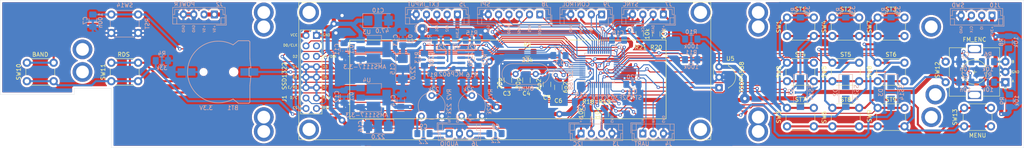
<source format=kicad_pcb>
(kicad_pcb (version 20171130) (host pcbnew 5.1.4)
  (layers (0 F.Cu signal) (31 B.Cu signal) (34 B.Paste user hide) (35 F.Paste user hide) (36 B.SilkS user) (37 F.SilkS user) (38 B.Mask user) (39 F.Mask user) (44 Edge.Cuts user))
  (net 0 "")
  (net 1 /KS1)
  (net 2 /S1)
  (net 3 /KS2)
  (net 4 /S2)
  (net 5 /S3)
  (net 6 /KS3)
  (net 7 GNDD)
  (net 8 /K1)
  (net 9 /K2)
  (net 10 /K3)
  (net 11 /K4)
  (net 12 /ROTB)
  (net 13 /ROTA)
  (net 14 +3V3)
  (net 15 /OSC_OUT)
  (net 16 /OSC_IN)
  (net 17 /OSC32_OUT)
  (net 18 /OSC32_IN)
  (net 19 /NRST)
  (net 20 /BOOT1)
  (net 21 /BOOT0)
  (net 22 /VBAT)
  (net 23 /SP_L)
  (net 24 /SP_R)
  (net 25 /AD2)
  (net 26 /AD3)
  (net 27 /AD1)
  (net 28 /STBY)
  (net 29 /MUTE)
  (net 30 /REMOTE)
  (net 31 /SCL)
  (net 32 /SDA)
  (net 33 +5V)
  (net 34 +3.3VA)
  (net 35 /DISP_CS)
  (net 36 /DISP_RST)
  (net 37 /DISP_DC)
  (net 38 "Net-(J1-Pad6)")
  (net 39 /DISP_DIN)
  (net 40 /DISP_CLK)
  (net 41 "Net-(J1-Pad3)")
  (net 42 /TX)
  (net 43 /RX)
  (net 44 /SYNC_DATA)
  (net 45 /SYNC_SCK)
  (net 46 /SPI_NSS)
  (net 47 /SPI_SCK)
  (net 48 /SPI_MISO)
  (net 49 /SPI_MOSI)
  (net 50 "Net-(R6-Pad1)")
  (net 51 "Net-(R7-Pad1)")
  (net 52 /IN_L)
  (net 53 "Net-(C8-Pad1)")
  (net 54 "Net-(C9-Pad1)")
  (net 55 /IN_R)
  (net 56 "Net-(R12-Pad1)")
  (net 57 "Net-(R13-Pad1)")
  (net 58 "Net-(R14-Pad2)")
  (net 59 "Net-(R16-Pad1)")
  (net 60 "Net-(R17-Pad1)")
  (module Button_Switch_THT:SW_PUSH_6mm (layer F.Cu) (at 53.5 109.25 180)
    (fp_text reference SW11 (at 8.5 2.25 90) (layer F.SilkS))
    (fp_text value RDS (at 3.5 6.5 180) (layer F.SilkS))
    (pad 1 thru_hole circle (at 6.5 0 270) (size 2 2) (drill 1.1) (layers *.Cu *.Mask) (net 11 /K4))
    (pad 2 thru_hole circle (at 6.5 4.5 270) (size 2 2) (drill 1.1) (layers *.Cu *.Mask) (net 3 /KS2))
    (pad 1 thru_hole circle (at 0 0 270) (size 2 2) (drill 1.1) (layers *.Cu *.Mask) (net 11 /K4))
    (pad 2 thru_hole circle (at 0 4.5 270) (size 2 2) (drill 1.1) (layers *.Cu *.Mask) (net 3 /KS2))
  )
  (module Connector_JST:JST_EH_B5B-EH-A_1x05_P2.50mm_Vertical (layer B.Cu) (at 131 93 180)
    (fp_text reference J5 (at -1.25 2.5) (layer B.SilkS) (effects (justify mirror)))
    (fp_text value EXT_INPUT (at 8.25 2.5) (layer B.SilkS) (effects (justify mirror)))
    (pad 5 thru_hole oval (at 10 0 180) (size 1.7 1.95) (drill 0.95) (layers *.Cu *.Mask) (net 7 GNDD))
    (pad 4 thru_hole oval (at 7.5 0 180) (size 1.7 1.95) (drill 0.95) (layers *.Cu *.Mask) (net 26 /AD3))
    (pad 3 thru_hole oval (at 5 0 180) (size 1.7 1.95) (drill 0.95) (layers *.Cu *.Mask) (net 27 /AD1))
    (pad 2 thru_hole oval (at 2.5 0 180) (size 1.7 1.95) (drill 0.95) (layers *.Cu *.Mask) (net 25 /AD2))
    (pad 1 thru_hole roundrect (at 0 0 180) (size 1.7 1.95) (drill 0.95) (layers *.Cu *.Mask) (roundrect_rratio 0.147059) (net 34 +3.3VA))
  )
  (module h-ms1110:SSD1322_3.12 (layer F.Cu) (at 144.6 106 180)
    (fp_text reference J1 (at 55.6 -7.5 270) (layer F.SilkS))
    (fp_text value SSD1322 (at 55.6 -2 90) (layer F.SilkS))
    (pad "" thru_hole circle (at 49.6 -15 180) (size 4.8 4.8) (drill 3.2) (layers *.Cu *.Mask))
    (pad "" thru_hole circle (at 49.6 13.5 180) (size 4.8 4.8) (drill 3.2) (layers *.Cu *.Mask))
    (pad "" thru_hole circle (at -45.4 13.5 180) (size 4.8 4.8) (drill 3.2) (layers *.Cu *.Mask))
    (pad "" thru_hole circle (at -45.4 -15 180) (size 4.8 4.8) (drill 3.2) (layers *.Cu *.Mask))
    (pad 1 thru_hole rect (at 47.81 7.89) (size 1.7 1.7) (drill 1) (layers *.Cu *.Mask) (net 7 GNDD))
    (pad 2 thru_hole oval (at 50.35 7.89) (size 1.7 1.7) (drill 1) (layers *.Cu *.Mask) (net 33 +5V))
    (pad 3 thru_hole oval (at 47.81 5.35) (size 1.7 1.7) (drill 1) (layers *.Cu *.Mask) (net 41 "Net-(J1-Pad3)"))
    (pad 4 thru_hole oval (at 50.35 5.35) (size 1.7 1.7) (drill 1) (layers *.Cu *.Mask) (net 40 /DISP_CLK))
    (pad 5 thru_hole oval (at 47.81 2.81) (size 1.7 1.7) (drill 1) (layers *.Cu *.Mask) (net 39 /DISP_DIN))
    (pad 6 thru_hole oval (at 50.35 2.81) (size 1.7 1.7) (drill 1) (layers *.Cu *.Mask) (net 38 "Net-(J1-Pad6)"))
    (pad 7 thru_hole oval (at 47.81 0.27) (size 1.7 1.7) (drill 1) (layers *.Cu *.Mask) (net 7 GNDD))
    (pad 8 thru_hole oval (at 50.35 0.27) (size 1.7 1.7) (drill 1) (layers *.Cu *.Mask) (net 7 GNDD))
    (pad 9 thru_hole oval (at 47.81 -2.27) (size 1.7 1.7) (drill 1) (layers *.Cu *.Mask) (net 7 GNDD))
    (pad 10 thru_hole oval (at 50.35 -2.27) (size 1.7 1.7) (drill 1) (layers *.Cu *.Mask) (net 7 GNDD))
    (pad 11 thru_hole oval (at 47.81 -4.81) (size 1.7 1.7) (drill 1) (layers *.Cu *.Mask) (net 7 GNDD))
    (pad 12 thru_hole oval (at 50.35 -4.81) (size 1.7 1.7) (drill 1) (layers *.Cu *.Mask) (net 7 GNDD))
    (pad 13 thru_hole oval (at 47.81 -7.35) (size 1.7 1.7) (drill 1) (layers *.Cu *.Mask) (net 7 GNDD))
    (pad 14 thru_hole oval (at 50.35 -7.35) (size 1.7 1.7) (drill 1) (layers *.Cu *.Mask) (net 37 /DISP_DC))
    (pad 15 thru_hole oval (at 47.81 -9.89) (size 1.7 1.7) (drill 1) (layers *.Cu *.Mask) (net 36 /DISP_RST))
    (pad 16 thru_hole oval (at 50.35 -9.89) (size 1.7 1.7) (drill 1) (layers *.Cu *.Mask) (net 35 /DISP_CS))
  )
  (module Package_QFP:LQFP-48_7x7mm_P0.5mm (layer B.Cu) (at 165.5 106)
    (fp_text reference U1 (at 0.25 -6 180) (layer B.SilkS) (effects (justify mirror)))
    (fp_text value STM32F303CCTx (at 4.25 7.25 180) (layer B.SilkS) (effects (justify mirror)))
    (pad 48 smd roundrect (at -2.75 4.1625) (size 0.3 1.475) (layers B.Cu B.Paste B.Mask) (net 14 +3V3))
    (pad 47 smd roundrect (at -2.25 4.1625) (size 0.3 1.475) (layers B.Cu B.Paste B.Mask) (net 7 GNDD))
    (pad 46 smd roundrect (at -1.75 4.1625) (size 0.3 1.475) (layers B.Cu B.Paste B.Mask) (net 32 /SDA))
    (pad 45 smd roundrect (at -1.25 4.1625) (size 0.3 1.475) (layers B.Cu B.Paste B.Mask) (net 31 /SCL))
    (pad 44 smd roundrect (at -0.75 4.1625) (size 0.3 1.475) (layers B.Cu B.Paste B.Mask) (net 21 /BOOT0))
    (pad 43 smd roundrect (at -0.25 4.1625) (size 0.3 1.475) (layers B.Cu B.Paste B.Mask) (net 11 /K4))
    (pad 42 smd roundrect (at 0.25 4.1625) (size 0.3 1.475) (layers B.Cu B.Paste B.Mask) (net 10 /K3))
    (pad 41 smd roundrect (at 0.75 4.1625) (size 0.3 1.475) (layers B.Cu B.Paste B.Mask) (net 9 /K2))
    (pad 40 smd roundrect (at 1.25 4.1625) (size 0.3 1.475) (layers B.Cu B.Paste B.Mask) (net 8 /K1))
    (pad 39 smd roundrect (at 1.75 4.1625) (size 0.3 1.475) (layers B.Cu B.Paste B.Mask) (net 5 /S3))
    (pad 38 smd roundrect (at 2.25 4.1625) (size 0.3 1.475) (layers B.Cu B.Paste B.Mask) (net 36 /DISP_RST))
    (pad 37 smd roundrect (at 2.75 4.1625) (size 0.3 1.475) (layers B.Cu B.Paste B.Mask) (net 4 /S2))
    (pad 36 smd roundrect (at 4.1625 2.75) (size 1.475 0.3) (layers B.Cu B.Paste B.Mask) (net 14 +3V3))
    (pad 35 smd roundrect (at 4.1625 2.25) (size 1.475 0.3) (layers B.Cu B.Paste B.Mask) (net 7 GNDD))
    (pad 34 smd roundrect (at 4.1625 1.75) (size 1.475 0.3) (layers B.Cu B.Paste B.Mask) (net 2 /S1))
    (pad 33 smd roundrect (at 4.1625 1.25) (size 1.475 0.3) (layers B.Cu B.Paste B.Mask) (net 12 /ROTB))
    (pad 32 smd roundrect (at 4.1625 0.75) (size 1.475 0.3) (layers B.Cu B.Paste B.Mask) (net 13 /ROTA))
    (pad 31 smd roundrect (at 4.1625 0.25) (size 1.475 0.3) (layers B.Cu B.Paste B.Mask) (net 43 /RX))
    (pad 30 smd roundrect (at 4.1625 -0.25) (size 1.475 0.3) (layers B.Cu B.Paste B.Mask) (net 42 /TX))
    (pad 29 smd roundrect (at 4.1625 -0.75) (size 1.475 0.3) (layers B.Cu B.Paste B.Mask) (net 30 /REMOTE))
    (pad 28 smd roundrect (at 4.1625 -1.25) (size 1.475 0.3) (layers B.Cu B.Paste B.Mask) (net 39 /DISP_DIN))
    (pad 27 smd roundrect (at 4.1625 -1.75) (size 1.475 0.3) (layers B.Cu B.Paste B.Mask) (net 37 /DISP_DC))
    (pad 26 smd roundrect (at 4.1625 -2.25) (size 1.475 0.3) (layers B.Cu B.Paste B.Mask) (net 40 /DISP_CLK))
    (pad 25 smd roundrect (at 4.1625 -2.75) (size 1.475 0.3) (layers B.Cu B.Paste B.Mask) (net 35 /DISP_CS))
    (pad 24 smd roundrect (at 2.75 -4.1625) (size 0.3 1.475) (layers B.Cu B.Paste B.Mask) (net 14 +3V3))
    (pad 23 smd roundrect (at 2.25 -4.1625) (size 0.3 1.475) (layers B.Cu B.Paste B.Mask) (net 7 GNDD))
    (pad 22 smd roundrect (at 1.75 -4.1625) (size 0.3 1.475) (layers B.Cu B.Paste B.Mask) (net 44 /SYNC_DATA))
    (pad 21 smd roundrect (at 1.25 -4.1625) (size 0.3 1.475) (layers B.Cu B.Paste B.Mask) (net 45 /SYNC_SCK))
    (pad 20 smd roundrect (at 0.75 -4.1625) (size 0.3 1.475) (layers B.Cu B.Paste B.Mask) (net 20 /BOOT1))
    (pad 19 smd roundrect (at 0.25 -4.1625) (size 0.3 1.475) (layers B.Cu B.Paste B.Mask) (net 29 /MUTE))
    (pad 18 smd roundrect (at -0.25 -4.1625) (size 0.3 1.475) (layers B.Cu B.Paste B.Mask) (net 28 /STBY))
    (pad 17 smd roundrect (at -0.75 -4.1625) (size 0.3 1.475) (layers B.Cu B.Paste B.Mask) (net 49 /SPI_MOSI))
    (pad 16 smd roundrect (at -1.25 -4.1625) (size 0.3 1.475) (layers B.Cu B.Paste B.Mask) (net 48 /SPI_MISO))
    (pad 15 smd roundrect (at -1.75 -4.1625) (size 0.3 1.475) (layers B.Cu B.Paste B.Mask) (net 47 /SPI_SCK))
    (pad 14 smd roundrect (at -2.25 -4.1625) (size 0.3 1.475) (layers B.Cu B.Paste B.Mask) (net 25 /AD2))
    (pad 13 smd roundrect (at -2.75 -4.1625) (size 0.3 1.475) (layers B.Cu B.Paste B.Mask) (net 27 /AD1))
    (pad 12 smd roundrect (at -4.1625 -2.75) (size 1.475 0.3) (layers B.Cu B.Paste B.Mask) (net 26 /AD3))
    (pad 11 smd roundrect (at -4.1625 -2.25) (size 1.475 0.3) (layers B.Cu B.Paste B.Mask) (net 24 /SP_R))
    (pad 10 smd roundrect (at -4.1625 -1.75) (size 1.475 0.3) (layers B.Cu B.Paste B.Mask) (net 23 /SP_L))
    (pad 9 smd roundrect (at -4.1625 -1.25) (size 1.475 0.3) (layers B.Cu B.Paste B.Mask) (net 34 +3.3VA))
    (pad 8 smd roundrect (at -4.1625 -0.75) (size 1.475 0.3) (layers B.Cu B.Paste B.Mask) (net 7 GNDD))
    (pad 7 smd roundrect (at -4.1625 -0.25) (size 1.475 0.3) (layers B.Cu B.Paste B.Mask) (net 19 /NRST))
    (pad 6 smd roundrect (at -4.1625 0.25) (size 1.475 0.3) (layers B.Cu B.Paste B.Mask) (net 15 /OSC_OUT))
    (pad 5 smd roundrect (at -4.1625 0.75) (size 1.475 0.3) (layers B.Cu B.Paste B.Mask) (net 16 /OSC_IN))
    (pad 4 smd roundrect (at -4.1625 1.25) (size 1.475 0.3) (layers B.Cu B.Paste B.Mask) (net 17 /OSC32_OUT))
    (pad 3 smd roundrect (at -4.1625 1.75) (size 1.475 0.3) (layers B.Cu B.Paste B.Mask) (net 18 /OSC32_IN))
    (pad 2 smd roundrect (at -4.1625 2.25) (size 1.475 0.3) (layers B.Cu B.Paste B.Mask) (net 46 /SPI_NSS))
    (pad 1 smd roundrect (at -4.1625 2.75) (size 1.475 0.3) (layers B.Cu B.Paste B.Mask) (net 22 /VBAT))
  )
  (module Capacitor_SMD:C_1206_3216Metric_Pad1.42x1.75mm_HandSolder (layer B.Cu) (at 169.988 99.25 180)
    (fp_text reference C18 (at 0 1.75) (layer B.SilkS) (effects (justify mirror)))
    (fp_text value 0.1 (at -0.012 -1.75) (layer B.SilkS) (effects (justify mirror)))
    (pad 1 smd roundrect (at -1.4875 0 180) (size 1.425 1.75) (layers B.Cu B.Paste B.Mask) (roundrect_rratio 0.175439) (net 14 +3V3))
    (pad 2 smd roundrect (at 1.4875 0 180) (size 1.425 1.75) (layers B.Cu B.Paste B.Mask) (roundrect_rratio 0.175439) (net 7 GNDD))
  )
  (module Potentiometer_THT:Potentiometer_Piher_PT-6-V_Vertical (layer B.Cu) (at 132 117.75 90)
    (fp_text reference RV1 (at 5.25 7 90) (layer B.SilkS) (effects (justify mirror)))
    (fp_text value 22k (at 1.75 6.75 90) (layer B.SilkS) (effects (justify mirror)))
    (pad 1 thru_hole circle (at 0 0 90) (size 1.62 1.62) (drill 0.9) (layers *.Cu *.Mask) (net 53 "Net-(C8-Pad1)"))
    (pad 2 thru_hole circle (at 5 2.5 90) (size 1.62 1.62) (drill 0.9) (layers *.Cu *.Mask) (net 59 "Net-(R16-Pad1)"))
    (pad 3 thru_hole circle (at 0 5 90) (size 1.62 1.62) (drill 0.9) (layers *.Cu *.Mask) (net 7 GNDD))
  )
  (module Connector_JST:JST_EH_B6B-EH-A_1x06_P2.50mm_Vertical (layer B.Cu) (at 151 93 180)
    (fp_text reference J8 (at -1.25 2.5) (layer B.SilkS) (effects (justify mirror)))
    (fp_text value SPI (at 13.25 2.5) (layer B.SilkS) (effects (justify mirror)))
    (pad 6 thru_hole oval (at 12.5 0 180) (size 1.7 1.95) (drill 0.95) (layers *.Cu *.Mask) (net 7 GNDD))
    (pad 5 thru_hole oval (at 10 0 180) (size 1.7 1.95) (drill 0.95) (layers *.Cu *.Mask) (net 47 /SPI_SCK))
    (pad 4 thru_hole oval (at 7.5 0 180) (size 1.7 1.95) (drill 0.95) (layers *.Cu *.Mask) (net 48 /SPI_MISO))
    (pad 3 thru_hole oval (at 5 0 180) (size 1.7 1.95) (drill 0.95) (layers *.Cu *.Mask) (net 49 /SPI_MOSI))
    (pad 2 thru_hole oval (at 2.5 0 180) (size 1.7 1.95) (drill 0.95) (layers *.Cu *.Mask) (net 46 /SPI_NSS))
    (pad 1 thru_hole roundrect (at 0 0 180) (size 1.7 1.95) (drill 0.95) (layers *.Cu *.Mask) (roundrect_rratio 0.147059) (net 20 /BOOT1))
  )
  (module Capacitor_SMD:C_1206_3216Metric_Pad1.42x1.75mm_HandSolder (layer B.Cu) (at 173.488 110)
    (fp_text reference C20 (at 0 -1.75) (layer B.SilkS) (effects (justify mirror)))
    (fp_text value 0.1 (at 0.012 1.75) (layer B.SilkS) (effects (justify mirror)))
    (pad 2 smd roundrect (at 1.4875 0) (size 1.425 1.75) (layers B.Cu B.Paste B.Mask) (roundrect_rratio 0.175439) (net 7 GNDD))
    (pad 1 smd roundrect (at -1.4875 0) (size 1.425 1.75) (layers B.Cu B.Paste B.Mask) (roundrect_rratio 0.175439) (net 14 +3V3))
  )
  (module Resistor_SMD:R_1206_3216Metric_Pad1.42x1.75mm_HandSolder (layer B.Cu) (at 125.238 109.5 180)
    (fp_text reference R17 (at 0.488 1.75) (layer B.SilkS) (effects (justify mirror)))
    (fp_text value 22k (at 0 -1.75) (layer B.SilkS) (effects (justify mirror)))
    (pad 2 smd roundrect (at 1.4875 0 180) (size 1.425 1.75) (layers B.Cu B.Paste B.Mask) (roundrect_rratio 0.175439) (net 57 "Net-(R13-Pad1)"))
    (pad 1 smd roundrect (at -1.4875 0 180) (size 1.425 1.75) (layers B.Cu B.Paste B.Mask) (roundrect_rratio 0.175439) (net 60 "Net-(R17-Pad1)"))
  )
  (module OptoDevice:Vishay_MOLD-3Pin (layer F.Cu) (at 194.5 110.83 90)
    (fp_text reference U5 (at 7.08 2.75) (layer F.SilkS))
    (fp_text value TSOP4538 (at 2.58 5.5 90) (layer F.SilkS))
    (pad 1 thru_hole roundrect (at 0 0 90) (size 1.8 1.8) (drill 0.9) (layers *.Cu *.Mask) (roundrect_rratio 0.138) (net 30 /REMOTE))
    (pad 2 thru_hole circle (at 2.54 0 90) (size 1.8 1.8) (drill 0.9) (layers *.Cu *.Mask) (net 7 GNDD))
    (pad 3 thru_hole circle (at 5.08 0 90) (size 1.8 1.8) (drill 0.9) (layers *.Cu *.Mask) (net 14 +3V3))
  )
  (module Button_Switch_THT:SW_PUSH_6mm (layer F.Cu) (at 211 93.75)
    (fp_text reference SW1 (at -2 2.25 90) (layer F.SilkS))
    (fp_text value ST1 (at 3.25 -2) (layer F.SilkS))
    (pad 1 thru_hole circle (at 6.5 0 90) (size 2 2) (drill 1.1) (layers *.Cu *.Mask) (net 8 /K1))
    (pad 2 thru_hole circle (at 6.5 4.5 90) (size 2 2) (drill 1.1) (layers *.Cu *.Mask) (net 1 /KS1))
    (pad 1 thru_hole circle (at 0 0 90) (size 2 2) (drill 1.1) (layers *.Cu *.Mask) (net 8 /K1))
    (pad 2 thru_hole circle (at 0 4.5 90) (size 2 2) (drill 1.1) (layers *.Cu *.Mask) (net 1 /KS1))
  )
  (module Button_Switch_THT:SW_PUSH_6mm (layer F.Cu) (at 222 93.75)
    (fp_text reference SW4 (at -2 2.25 90) (layer F.SilkS))
    (fp_text value ST2 (at 3.25 -2) (layer F.SilkS))
    (pad 1 thru_hole circle (at 6.5 0 90) (size 2 2) (drill 1.1) (layers *.Cu *.Mask) (net 9 /K2))
    (pad 2 thru_hole circle (at 6.5 4.5 90) (size 2 2) (drill 1.1) (layers *.Cu *.Mask) (net 1 /KS1))
    (pad 1 thru_hole circle (at 0 0 90) (size 2 2) (drill 1.1) (layers *.Cu *.Mask) (net 9 /K2))
    (pad 2 thru_hole circle (at 0 4.5 90) (size 2 2) (drill 1.1) (layers *.Cu *.Mask) (net 1 /KS1))
  )
  (module Button_Switch_THT:SW_PUSH_6mm (layer F.Cu) (at 233 93.75)
    (fp_text reference SW7 (at -2 2.25 90) (layer F.SilkS))
    (fp_text value ST3 (at 3.25 -2) (layer F.SilkS))
    (pad 1 thru_hole circle (at 6.5 0 90) (size 2 2) (drill 1.1) (layers *.Cu *.Mask) (net 10 /K3))
    (pad 2 thru_hole circle (at 6.5 4.5 90) (size 2 2) (drill 1.1) (layers *.Cu *.Mask) (net 1 /KS1))
    (pad 1 thru_hole circle (at 0 0 90) (size 2 2) (drill 1.1) (layers *.Cu *.Mask) (net 10 /K3))
    (pad 2 thru_hole circle (at 0 4.5 90) (size 2 2) (drill 1.1) (layers *.Cu *.Mask) (net 1 /KS1))
  )
  (module Button_Switch_THT:SW_PUSH_6mm (layer F.Cu) (at 211 104.75)
    (fp_text reference SW2 (at -2 2.25 90) (layer F.SilkS))
    (fp_text value ST4 (at 3.25 -2) (layer F.SilkS))
    (pad 1 thru_hole circle (at 6.5 0 90) (size 2 2) (drill 1.1) (layers *.Cu *.Mask) (net 8 /K1))
    (pad 2 thru_hole circle (at 6.5 4.5 90) (size 2 2) (drill 1.1) (layers *.Cu *.Mask) (net 3 /KS2))
    (pad 1 thru_hole circle (at 0 0 90) (size 2 2) (drill 1.1) (layers *.Cu *.Mask) (net 8 /K1))
    (pad 2 thru_hole circle (at 0 4.5 90) (size 2 2) (drill 1.1) (layers *.Cu *.Mask) (net 3 /KS2))
  )
  (module Button_Switch_THT:SW_PUSH_6mm (layer F.Cu) (at 222 104.75)
    (fp_text reference SW5 (at -2 2.25 90) (layer F.SilkS))
    (fp_text value ST5 (at 3.25 -2) (layer F.SilkS))
    (pad 1 thru_hole circle (at 6.5 0 90) (size 2 2) (drill 1.1) (layers *.Cu *.Mask) (net 9 /K2))
    (pad 2 thru_hole circle (at 6.5 4.5 90) (size 2 2) (drill 1.1) (layers *.Cu *.Mask) (net 3 /KS2))
    (pad 1 thru_hole circle (at 0 0 90) (size 2 2) (drill 1.1) (layers *.Cu *.Mask) (net 9 /K2))
    (pad 2 thru_hole circle (at 0 4.5 90) (size 2 2) (drill 1.1) (layers *.Cu *.Mask) (net 3 /KS2))
  )
  (module Button_Switch_THT:SW_PUSH_6mm (layer F.Cu) (at 233 104.75)
    (fp_text reference SW8 (at -2 2.25 90) (layer F.SilkS))
    (fp_text value ST6 (at 3.25 -2) (layer F.SilkS))
    (pad 1 thru_hole circle (at 6.5 0 90) (size 2 2) (drill 1.1) (layers *.Cu *.Mask) (net 10 /K3))
    (pad 2 thru_hole circle (at 6.5 4.5 90) (size 2 2) (drill 1.1) (layers *.Cu *.Mask) (net 3 /KS2))
    (pad 1 thru_hole circle (at 0 0 90) (size 2 2) (drill 1.1) (layers *.Cu *.Mask) (net 10 /K3))
    (pad 2 thru_hole circle (at 0 4.5 90) (size 2 2) (drill 1.1) (layers *.Cu *.Mask) (net 3 /KS2))
  )
  (module Button_Switch_THT:SW_PUSH_6mm (layer F.Cu) (at 211 115.75)
    (fp_text reference SW3 (at -2 2.25 90) (layer F.SilkS))
    (fp_text value ST7 (at 3.25 -2) (layer F.SilkS))
    (pad 1 thru_hole circle (at 6.5 0 90) (size 2 2) (drill 1.1) (layers *.Cu *.Mask) (net 8 /K1))
    (pad 2 thru_hole circle (at 6.5 4.5 90) (size 2 2) (drill 1.1) (layers *.Cu *.Mask) (net 6 /KS3))
    (pad 1 thru_hole circle (at 0 0 90) (size 2 2) (drill 1.1) (layers *.Cu *.Mask) (net 8 /K1))
    (pad 2 thru_hole circle (at 0 4.5 90) (size 2 2) (drill 1.1) (layers *.Cu *.Mask) (net 6 /KS3))
  )
  (module Button_Switch_THT:SW_PUSH_6mm (layer F.Cu) (at 222 115.75)
    (fp_text reference SW6 (at -2 2.25 90) (layer F.SilkS))
    (fp_text value ST8 (at 3.25 -2) (layer F.SilkS))
    (pad 1 thru_hole circle (at 6.5 0 90) (size 2 2) (drill 1.1) (layers *.Cu *.Mask) (net 9 /K2))
    (pad 2 thru_hole circle (at 6.5 4.5 90) (size 2 2) (drill 1.1) (layers *.Cu *.Mask) (net 6 /KS3))
    (pad 1 thru_hole circle (at 0 0 90) (size 2 2) (drill 1.1) (layers *.Cu *.Mask) (net 9 /K2))
    (pad 2 thru_hole circle (at 0 4.5 90) (size 2 2) (drill 1.1) (layers *.Cu *.Mask) (net 6 /KS3))
  )
  (module Button_Switch_THT:SW_PUSH_6mm (layer F.Cu) (at 233 115.75)
    (fp_text reference SW9 (at -2 2 90) (layer F.SilkS))
    (fp_text value ST9 (at 3.25 -2) (layer F.SilkS))
    (pad 1 thru_hole circle (at 6.5 0 90) (size 2 2) (drill 1.1) (layers *.Cu *.Mask) (net 10 /K3))
    (pad 2 thru_hole circle (at 6.5 4.5 90) (size 2 2) (drill 1.1) (layers *.Cu *.Mask) (net 6 /KS3))
    (pad 1 thru_hole circle (at 0 0 90) (size 2 2) (drill 1.1) (layers *.Cu *.Mask) (net 10 /K3))
    (pad 2 thru_hole circle (at 0 4.5 90) (size 2 2) (drill 1.1) (layers *.Cu *.Mask) (net 6 /KS3))
  )
  (module Capacitor_SMD:C_1206_3216Metric_Pad1.42x1.75mm_HandSolder (layer B.Cu) (at 254.262 104.5 180)
    (fp_text reference C1 (at 0 1.75) (layer B.SilkS) (effects (justify mirror)))
    (fp_text value 10n (at 0.012 -1.75) (layer B.SilkS) (effects (justify mirror)))
    (pad 2 smd roundrect (at 1.4875 0 180) (size 1.425 1.75) (layers B.Cu B.Paste B.Mask) (roundrect_rratio 0.175439) (net 7 GNDD))
    (pad 1 smd roundrect (at -1.4875 0 180) (size 1.425 1.75) (layers B.Cu B.Paste B.Mask) (roundrect_rratio 0.175439) (net 12 /ROTB))
  )
  (module Capacitor_SMD:C_1206_3216Metric_Pad1.42x1.75mm_HandSolder (layer B.Cu) (at 254.262 109.5 180)
    (fp_text reference C2 (at 0.012 1.75) (layer B.SilkS) (effects (justify mirror)))
    (fp_text value 10n (at 0 -1.82) (layer B.SilkS) (effects (justify mirror)))
    (pad 2 smd roundrect (at 1.4875 0 180) (size 1.425 1.75) (layers B.Cu B.Paste B.Mask) (roundrect_rratio 0.175439) (net 7 GNDD))
    (pad 1 smd roundrect (at -1.4875 0 180) (size 1.425 1.75) (layers B.Cu B.Paste B.Mask) (roundrect_rratio 0.175439) (net 13 /ROTA))
  )
  (module Resistor_SMD:R_1206_3216Metric_Pad1.42x1.75mm_HandSolder (layer B.Cu) (at 259.762 104.5 180)
    (fp_text reference R6 (at 0 1.75) (layer B.SilkS) (effects (justify mirror)))
    (fp_text value 10k (at 0 -1.82) (layer B.SilkS) (effects (justify mirror)))
    (pad 2 smd roundrect (at 1.4875 0 180) (size 1.425 1.75) (layers B.Cu B.Paste B.Mask) (roundrect_rratio 0.175439) (net 12 /ROTB))
    (pad 1 smd roundrect (at -1.4875 0 180) (size 1.425 1.75) (layers B.Cu B.Paste B.Mask) (roundrect_rratio 0.175439) (net 50 "Net-(R6-Pad1)"))
  )
  (module Resistor_SMD:R_1206_3216Metric_Pad1.42x1.75mm_HandSolder (layer B.Cu) (at 259.762 109.5 180)
    (fp_text reference R7 (at 0.012 1.75) (layer B.SilkS) (effects (justify mirror)))
    (fp_text value 10k (at 0 -1.82) (layer B.SilkS) (effects (justify mirror)))
    (pad 2 smd roundrect (at 1.4875 0 180) (size 1.425 1.75) (layers B.Cu B.Paste B.Mask) (roundrect_rratio 0.175439) (net 13 /ROTA))
    (pad 1 smd roundrect (at -1.4875 0 180) (size 1.425 1.75) (layers B.Cu B.Paste B.Mask) (roundrect_rratio 0.175439) (net 51 "Net-(R7-Pad1)"))
  )
  (module Resistor_SMD:R_1206_3216Metric_Pad1.42x1.75mm_HandSolder (layer B.Cu) (at 264.75 99.7625 270)
    (fp_text reference R8 (at 0 1.75 90) (layer B.SilkS) (effects (justify mirror)))
    (fp_text value 10k (at -0.0125 -1.82 90) (layer B.SilkS) (effects (justify mirror)))
    (pad 2 smd roundrect (at 1.4875 0 270) (size 1.425 1.75) (layers B.Cu B.Paste B.Mask) (roundrect_rratio 0.175439) (net 50 "Net-(R6-Pad1)"))
    (pad 1 smd roundrect (at -1.4875 0 270) (size 1.425 1.75) (layers B.Cu B.Paste B.Mask) (roundrect_rratio 0.175439) (net 14 +3V3))
  )
  (module Resistor_SMD:R_1206_3216Metric_Pad1.42x1.75mm_HandSolder (layer B.Cu) (at 265 114.012 90)
    (fp_text reference R9 (at 0 -1.75 90) (layer B.SilkS) (effects (justify mirror)))
    (fp_text value 10k (at 0.012 1.75 90) (layer B.SilkS) (effects (justify mirror)))
    (pad 2 smd roundrect (at 1.4875 0 90) (size 1.425 1.75) (layers B.Cu B.Paste B.Mask) (roundrect_rratio 0.175439) (net 51 "Net-(R7-Pad1)"))
    (pad 1 smd roundrect (at -1.4875 0 90) (size 1.425 1.75) (layers B.Cu B.Paste B.Mask) (roundrect_rratio 0.175439) (net 14 +3V3))
  )
  (module Button_Switch_THT:SW_PUSH_6mm (layer F.Cu) (at 33 109.25 180)
    (fp_text reference SW10 (at 8.5 2.25 90) (layer F.SilkS))
    (fp_text value BAND (at 3.25 6.5 180) (layer F.SilkS))
    (pad 1 thru_hole circle (at 6.5 0 270) (size 2 2) (drill 1.1) (layers *.Cu *.Mask) (net 11 /K4))
    (pad 2 thru_hole circle (at 6.5 4.5 270) (size 2 2) (drill 1.1) (layers *.Cu *.Mask) (net 1 /KS1))
    (pad 1 thru_hole circle (at 0 0 270) (size 2 2) (drill 1.1) (layers *.Cu *.Mask) (net 11 /K4))
    (pad 2 thru_hole circle (at 0 4.5 270) (size 2 2) (drill 1.1) (layers *.Cu *.Mask) (net 1 /KS1))
  )
  (module Rotary_Encoder:RotaryEncoder_Alps_EC11E-Switch_Vertical_H20mm (layer F.Cu) (at 264 109.5 180)
    (fp_text reference SW12 (at 16.5 3 90) (layer F.SilkS))
    (fp_text value FM_ENC (at 7.5 10.4) (layer F.SilkS))
    (pad A thru_hole rect (at 0 0 180) (size 2 2) (drill 1) (layers *.Cu *.Mask) (net 51 "Net-(R7-Pad1)"))
    (pad C thru_hole circle (at 0 2.5 180) (size 2 2) (drill 1) (layers *.Cu *.Mask) (net 7 GNDD))
    (pad B thru_hole circle (at 0 5 180) (size 2 2) (drill 1) (layers *.Cu *.Mask) (net 50 "Net-(R6-Pad1)"))
    (pad MP thru_hole rect (at 7.5 -3.1 180) (size 3.2 2) (drill oval 2.8 1.5) (layers *.Cu *.Mask))
    (pad MP thru_hole rect (at 7.5 8.1 180) (size 3.2 2) (drill oval 2.8 1.5) (layers *.Cu *.Mask))
    (pad S2 thru_hole circle (at 14.5 0 180) (size 2 2) (drill 1) (layers *.Cu *.Mask) (net 6 /KS3))
    (pad S1 thru_hole circle (at 14.5 5 180) (size 2 2) (drill 1) (layers *.Cu *.Mask) (net 11 /K4))
  )
  (module Button_Switch_THT:SW_PUSH_6mm (layer F.Cu) (at 254 115.75)
    (fp_text reference SW13 (at -2.25 2.25 90) (layer F.SilkS))
    (fp_text value MENU (at 3.25 6.7) (layer F.SilkS))
    (pad 1 thru_hole circle (at 6.5 0 90) (size 2 2) (drill 1.1) (layers *.Cu *.Mask) (net 9 /K2))
    (pad 2 thru_hole circle (at 6.5 4.5 90) (size 2 2) (drill 1.1) (layers *.Cu *.Mask) (net 6 /KS3))
    (pad 1 thru_hole circle (at 0 0 90) (size 2 2) (drill 1.1) (layers *.Cu *.Mask) (net 9 /K2))
    (pad 2 thru_hole circle (at 0 4.5 90) (size 2 2) (drill 1.1) (layers *.Cu *.Mask) (net 6 /KS3))
  )
  (module Capacitor_SMD:C_1206_3216Metric_Pad1.42x1.75mm_HandSolder (layer F.Cu) (at 143.25 109 90)
    (fp_text reference C3 (at -3.25 -0.25) (layer F.SilkS))
    (fp_text value 20p (at -0.75 -2 270) (layer F.SilkS))
    (pad 2 smd roundrect (at 1.4875 0 90) (size 1.425 1.75) (layers F.Cu F.Paste F.Mask) (roundrect_rratio 0.175439) (net 15 /OSC_OUT))
    (pad 1 smd roundrect (at -1.4875 0 90) (size 1.425 1.75) (layers F.Cu F.Paste F.Mask) (roundrect_rratio 0.175439) (net 7 GNDD))
  )
  (module Capacitor_SMD:C_1206_3216Metric_Pad1.42x1.75mm_HandSolder (layer F.Cu) (at 147.75 109.012 90)
    (fp_text reference C4 (at -3.238 0) (layer F.SilkS))
    (fp_text value 20p (at -0.738 -2 270) (layer F.SilkS))
    (pad 1 smd roundrect (at -1.4875 0 90) (size 1.425 1.75) (layers F.Cu F.Paste F.Mask) (roundrect_rratio 0.175439) (net 7 GNDD))
    (pad 2 smd roundrect (at 1.4875 0 90) (size 1.425 1.75) (layers F.Cu F.Paste F.Mask) (roundrect_rratio 0.175439) (net 16 /OSC_IN))
  )
  (module Capacitor_SMD:C_1206_3216Metric_Pad1.42x1.75mm_HandSolder (layer F.Cu) (at 152.75 110.012 270)
    (fp_text reference C5 (at 3.238 0 180) (layer F.SilkS))
    (fp_text value 6p2 (at 0 2 90) (layer F.SilkS))
    (pad 1 smd roundrect (at -1.4875 0 270) (size 1.425 1.75) (layers F.Cu F.Paste F.Mask) (roundrect_rratio 0.175439) (net 17 /OSC32_OUT))
    (pad 2 smd roundrect (at 1.4875 0 270) (size 1.425 1.75) (layers F.Cu F.Paste F.Mask) (roundrect_rratio 0.175439) (net 7 GNDD))
  )
  (module Capacitor_SMD:C_1206_3216Metric_Pad1.42x1.75mm_HandSolder (layer F.Cu) (at 155.5 110.738 270)
    (fp_text reference C6 (at 3.262 0) (layer F.SilkS))
    (fp_text value 6p2 (at 0.012 -1.75 270) (layer F.SilkS))
    (pad 2 smd roundrect (at 1.4875 0 270) (size 1.425 1.75) (layers F.Cu F.Paste F.Mask) (roundrect_rratio 0.175439) (net 7 GNDD))
    (pad 1 smd roundrect (at -1.4875 0 270) (size 1.425 1.75) (layers F.Cu F.Paste F.Mask) (roundrect_rratio 0.175439) (net 18 /OSC32_IN))
  )
  (module Capacitor_SMD:C_1206_3216Metric_Pad1.42x1.75mm_HandSolder (layer B.Cu) (at 42.5 94.4875 270)
    (fp_text reference C7 (at 0 1.82 90) (layer B.SilkS) (effects (justify mirror)))
    (fp_text value 100n (at 0 -1.82 90) (layer B.SilkS) (effects (justify mirror)))
    (pad 2 smd roundrect (at 1.4875 0 270) (size 1.425 1.75) (layers B.Cu B.Paste B.Mask) (roundrect_rratio 0.175439) (net 7 GNDD))
    (pad 1 smd roundrect (at -1.4875 0 270) (size 1.425 1.75) (layers B.Cu B.Paste B.Mask) (roundrect_rratio 0.175439) (net 19 /NRST))
  )
  (module Capacitor_SMD:C_1206_3216Metric_Pad1.42x1.75mm_HandSolder (layer B.Cu) (at 140.238 122 180)
    (fp_text reference C8 (at 0 1.75) (layer B.SilkS) (effects (justify mirror)))
    (fp_text value 2.2 (at -0.012 -1.75) (layer B.SilkS) (effects (justify mirror)))
    (pad 2 smd roundrect (at 1.4875 0 180) (size 1.425 1.75) (layers B.Cu B.Paste B.Mask) (roundrect_rratio 0.175439) (net 55 /IN_R))
    (pad 1 smd roundrect (at -1.4875 0 180) (size 1.425 1.75) (layers B.Cu B.Paste B.Mask) (roundrect_rratio 0.175439) (net 53 "Net-(C8-Pad1)"))
  )
  (module Capacitor_SMD:C_1206_3216Metric_Pad1.42x1.75mm_HandSolder (layer B.Cu) (at 122.762 122)
    (fp_text reference C9 (at -0.012 -1.75) (layer B.SilkS) (effects (justify mirror)))
    (fp_text value 2.2 (at -0.012 2) (layer B.SilkS) (effects (justify mirror)))
    (pad 1 smd roundrect (at -1.4875 0) (size 1.425 1.75) (layers B.Cu B.Paste B.Mask) (roundrect_rratio 0.175439) (net 54 "Net-(C9-Pad1)"))
    (pad 2 smd roundrect (at 1.4875 0) (size 1.425 1.75) (layers B.Cu B.Paste B.Mask) (roundrect_rratio 0.175439) (net 52 /IN_L))
  )
  (module Capacitor_Tantalum_SMD:CP_EIA-6032-28_Kemet-C (layer B.Cu) (at 111.7875 94.5)
    (fp_text reference C10 (at -0.0375 -2.5) (layer B.SilkS) (effects (justify mirror)))
    (fp_text value 47.0 (at 0.9625 2.5) (layer B.SilkS) (effects (justify mirror)))
    (pad 2 smd roundrect (at 2.4625 0) (size 2.075 2.35) (layers B.Cu B.Paste B.Mask) (roundrect_rratio 0.120482) (net 7 GNDD))
    (pad 1 smd roundrect (at -2.4625 0) (size 2.075 2.35) (layers B.Cu B.Paste B.Mask) (roundrect_rratio 0.120482) (net 33 +5V))
  )
  (module Capacitor_SMD:C_1206_3216Metric_Pad1.42x1.75mm_HandSolder (layer B.Cu) (at 103.5 101.488 90)
    (fp_text reference C11 (at -0.012 -1.75 90) (layer B.SilkS) (effects (justify mirror)))
    (fp_text value 0.1 (at -0.012 1.75 90) (layer B.SilkS) (effects (justify mirror)))
    (pad 1 smd roundrect (at -1.4875 0 90) (size 1.425 1.75) (layers B.Cu B.Paste B.Mask) (roundrect_rratio 0.175439) (net 7 GNDD))
    (pad 2 smd roundrect (at 1.4875 0 90) (size 1.425 1.75) (layers B.Cu B.Paste B.Mask) (roundrect_rratio 0.175439) (net 33 +5V))
  )
  (module Capacitor_SMD:C_1206_3216Metric_Pad1.42x1.75mm_HandSolder (layer B.Cu) (at 103.5 113.012 90)
    (fp_text reference C12 (at 0.012 -1.75 90) (layer B.SilkS) (effects (justify mirror)))
    (fp_text value 0.1 (at 0 1.75 90) (layer B.SilkS) (effects (justify mirror)))
    (pad 1 smd roundrect (at -1.4875 0 90) (size 1.425 1.75) (layers B.Cu B.Paste B.Mask) (roundrect_rratio 0.175439) (net 7 GNDD))
    (pad 2 smd roundrect (at 1.4875 0 90) (size 1.425 1.75) (layers B.Cu B.Paste B.Mask) (roundrect_rratio 0.175439) (net 33 +5V))
  )
  (module Capacitor_SMD:C_1206_3216Metric_Pad1.42x1.75mm_HandSolder (layer B.Cu) (at 117.75 98.9875 270)
    (fp_text reference C13 (at 0.2625 1.75 90) (layer B.SilkS) (effects (justify mirror)))
    (fp_text value 0.1 (at 0 -1.82 90) (layer B.SilkS) (effects (justify mirror)))
    (pad 1 smd roundrect (at -1.4875 0 270) (size 1.425 1.75) (layers B.Cu B.Paste B.Mask) (roundrect_rratio 0.175439) (net 7 GNDD))
    (pad 2 smd roundrect (at 1.4875 0 270) (size 1.425 1.75) (layers B.Cu B.Paste B.Mask) (roundrect_rratio 0.175439) (net 34 +3.3VA))
  )
  (module Capacitor_SMD:C_1206_3216Metric_Pad1.42x1.75mm_HandSolder (layer B.Cu) (at 117.25 113.988 270)
    (fp_text reference C14 (at 0 1.82 90) (layer B.SilkS) (effects (justify mirror)))
    (fp_text value 0.1)
    (pad 2 smd roundrect (at 1.4875 0 270) (size 1.425 1.75) (layers B.Cu B.Paste B.Mask) (roundrect_rratio 0.175439) (net 14 +3V3))
    (pad 1 smd roundrect (at -1.4875 0 270) (size 1.425 1.75) (layers B.Cu B.Paste B.Mask) (roundrect_rratio 0.175439) (net 7 GNDD))
  )
  (module Capacitor_Tantalum_SMD:CP_EIA-6032-28_Kemet-C (layer B.Cu) (at 117.75 106.25 270)
    (fp_text reference C15 (at 0 2.5 90) (layer B.SilkS) (effects (justify mirror)))
    (fp_text value 22.0 (at 1 -2.5 90) (layer B.SilkS) (effects (justify mirror)))
    (pad 1 smd roundrect (at -2.4625 0 270) (size 2.075 2.35) (layers B.Cu B.Paste B.Mask) (roundrect_rratio 0.120482) (net 34 +3.3VA))
    (pad 2 smd roundrect (at 2.4625 0 270) (size 2.075 2.35) (layers B.Cu B.Paste B.Mask) (roundrect_rratio 0.120482) (net 7 GNDD))
  )
  (module Capacitor_Tantalum_SMD:CP_EIA-6032-28_Kemet-C (layer B.Cu) (at 111.75 120.25 180)
    (fp_text reference C16 (at 4.25 0 90) (layer B.SilkS) (effects (justify mirror)))
    (fp_text value 22.0 (at 0 -2.55) (layer B.SilkS) (effects (justify mirror)))
    (pad 1 smd roundrect (at -2.4625 0 180) (size 2.075 2.35) (layers B.Cu B.Paste B.Mask) (roundrect_rratio 0.120482) (net 14 +3V3))
    (pad 2 smd roundrect (at 2.4625 0 180) (size 2.075 2.35) (layers B.Cu B.Paste B.Mask) (roundrect_rratio 0.120482) (net 7 GNDD))
  )
  (module Capacitor_SMD:C_1206_3216Metric_Pad1.42x1.75mm_HandSolder (layer B.Cu) (at 155.762 103 180)
    (fp_text reference C17 (at 0 1.75) (layer B.SilkS) (effects (justify mirror)))
    (fp_text value 0.1 (at 0 -1.75) (layer B.SilkS) (effects (justify mirror)))
    (pad 1 smd roundrect (at -1.4875 0 180) (size 1.425 1.75) (layers B.Cu B.Paste B.Mask) (roundrect_rratio 0.175439) (net 34 +3.3VA))
    (pad 2 smd roundrect (at 1.4875 0 180) (size 1.425 1.75) (layers B.Cu B.Paste B.Mask) (roundrect_rratio 0.175439) (net 7 GNDD))
  )
  (module Diode_SMD:D_SMA_Handsoldering (layer B.Cu) (at 214.25 112 270)
    (fp_text reference D1 (at 0 2.5 90) (layer B.SilkS) (effects (justify mirror)))
    (fp_text value SS14 (at 0 -2.6 90) (layer B.SilkS) (effects (justify mirror)))
    (pad 1 smd rect (at -2.5 0 270) (size 3.5 1.8) (layers B.Cu B.Paste B.Mask) (net 1 /KS1))
    (pad 2 smd rect (at 2.5 0 270) (size 3.5 1.8) (layers B.Cu B.Paste B.Mask) (net 2 /S1))
  )
  (module Diode_SMD:D_SMA_Handsoldering (layer B.Cu) (at 225.25 112 270)
    (fp_text reference D2 (at 0 2.5 90) (layer B.SilkS) (effects (justify mirror)))
    (fp_text value SS14 (at 0 -2.6 90) (layer B.SilkS) (effects (justify mirror)))
    (pad 2 smd rect (at 2.5 0 270) (size 3.5 1.8) (layers B.Cu B.Paste B.Mask) (net 4 /S2))
    (pad 1 smd rect (at -2.5 0 270) (size 3.5 1.8) (layers B.Cu B.Paste B.Mask) (net 3 /KS2))
  )
  (module Diode_SMD:D_SMA_Handsoldering (layer B.Cu) (at 236.25 112 270)
    (fp_text reference D3 (at 0 2.5 90) (layer B.SilkS) (effects (justify mirror)))
    (fp_text value SS14 (at 0 -2.6 90) (layer B.SilkS) (effects (justify mirror)))
    (pad 1 smd rect (at -2.5 0 270) (size 3.5 1.8) (layers B.Cu B.Paste B.Mask) (net 6 /KS3))
    (pad 2 smd rect (at 2.5 0 270) (size 3.5 1.8) (layers B.Cu B.Paste B.Mask) (net 5 /S3))
  )
  (module Connector_JST:JST_EH_B4B-EH-A_1x04_P2.50mm_Vertical (layer B.Cu) (at 72 93 180)
    (fp_text reference J2 (at -1.25 2.5) (layer B.SilkS) (effects (justify mirror)))
    (fp_text value POWER (at 7.25 2.5) (layer B.SilkS) (effects (justify mirror)))
    (pad 1 thru_hole roundrect (at 0 0 180) (size 1.7 1.95) (drill 0.95) (layers *.Cu *.Mask) (roundrect_rratio 0.147059) (net 33 +5V))
    (pad 2 thru_hole oval (at 2.5 0 180) (size 1.7 1.95) (drill 0.95) (layers *.Cu *.Mask) (net 33 +5V))
    (pad 3 thru_hole oval (at 5 0 180) (size 1.7 1.95) (drill 0.95) (layers *.Cu *.Mask) (net 7 GNDD))
    (pad 4 thru_hole oval (at 7.5 0 180) (size 1.7 1.95) (drill 0.95) (layers *.Cu *.Mask) (net 7 GNDD))
  )
  (module Connector_JST:JST_EH_B3B-EH-A_1x03_P2.50mm_Vertical (layer B.Cu) (at 176 122)
    (fp_text reference J4 (at 6.25 2.5) (layer B.SilkS) (effects (justify mirror)))
    (fp_text value UART (at -0.25 2.5) (layer B.SilkS) (effects (justify mirror)))
    (pad 1 thru_hole roundrect (at 0 0) (size 1.7 1.95) (drill 0.95) (layers *.Cu *.Mask) (roundrect_rratio 0.147059) (net 42 /TX))
    (pad 2 thru_hole oval (at 2.5 0) (size 1.7 1.95) (drill 0.95) (layers *.Cu *.Mask) (net 43 /RX))
    (pad 3 thru_hole oval (at 5 0) (size 1.7 1.95) (drill 0.95) (layers *.Cu *.Mask) (net 7 GNDD))
  )
  (module Connector_JST:JST_EH_B3B-EH-A_1x03_P2.50mm_Vertical (layer B.Cu) (at 129 122)
    (fp_text reference J6 (at 6.25 2.5) (layer B.SilkS) (effects (justify mirror)))
    (fp_text value AUDIO (at 0 2.5) (layer B.SilkS) (effects (justify mirror)))
    (pad 1 thru_hole roundrect (at 0 0) (size 1.7 1.95) (drill 0.95) (layers *.Cu *.Mask) (roundrect_rratio 0.147059) (net 52 /IN_L))
    (pad 2 thru_hole oval (at 2.5 0) (size 1.7 1.95) (drill 0.95) (layers *.Cu *.Mask) (net 7 GNDD))
    (pad 3 thru_hole oval (at 5 0) (size 1.7 1.95) (drill 0.95) (layers *.Cu *.Mask) (net 55 /IN_R))
  )
  (module Connector_JST:JST_EH_B4B-EH-A_1x04_P2.50mm_Vertical (layer B.Cu) (at 166 93 180)
    (fp_text reference J9 (at -1.25 2.5) (layer B.SilkS) (effects (justify mirror)))
    (fp_text value CONTROL (at 6.25 2.5) (layer B.SilkS) (effects (justify mirror)))
    (pad 1 thru_hole roundrect (at 0 0 180) (size 1.7 1.95) (drill 0.95) (layers *.Cu *.Mask) (roundrect_rratio 0.147059) (net 29 /MUTE))
    (pad 2 thru_hole oval (at 2.5 0 180) (size 1.7 1.95) (drill 0.95) (layers *.Cu *.Mask) (net 28 /STBY))
    (pad 3 thru_hole oval (at 5 0 180) (size 1.7 1.95) (drill 0.95) (layers *.Cu *.Mask) (net 30 /REMOTE))
    (pad 4 thru_hole oval (at 7.5 0 180) (size 1.7 1.95) (drill 0.95) (layers *.Cu *.Mask) (net 7 GNDD))
  )
  (module Resistor_SMD:R_1206_3216Metric_Pad1.42x1.75mm_HandSolder (layer B.Cu) (at 214.25 92.2625 90)
    (fp_text reference R1 (at 0.0125 -1.75 90) (layer B.SilkS) (effects (justify mirror)))
    (fp_text value 33k (at 0 1.75 90) (layer B.SilkS) (effects (justify mirror)))
    (pad 1 smd roundrect (at -1.4875 0 90) (size 1.425 1.75) (layers B.Cu B.Paste B.Mask) (roundrect_rratio 0.175439) (net 8 /K1))
    (pad 2 smd roundrect (at 1.4875 0 90) (size 1.425 1.75) (layers B.Cu B.Paste B.Mask) (roundrect_rratio 0.175439) (net 7 GNDD))
  )
  (module Resistor_SMD:R_1206_3216Metric_Pad1.42x1.75mm_HandSolder (layer B.Cu) (at 225.25 92.2625 90)
    (fp_text reference R2 (at 0.0125 -1.75 90) (layer B.SilkS) (effects (justify mirror)))
    (fp_text value 33k (at 0.0125 1.75 90) (layer B.SilkS) (effects (justify mirror)))
    (pad 2 smd roundrect (at 1.4875 0 90) (size 1.425 1.75) (layers B.Cu B.Paste B.Mask) (roundrect_rratio 0.175439) (net 7 GNDD))
    (pad 1 smd roundrect (at -1.4875 0 90) (size 1.425 1.75) (layers B.Cu B.Paste B.Mask) (roundrect_rratio 0.175439) (net 9 /K2))
  )
  (module Resistor_SMD:R_1206_3216Metric_Pad1.42x1.75mm_HandSolder (layer B.Cu) (at 236.25 92.2375 90)
    (fp_text reference R3 (at 0 -1.75 90) (layer B.SilkS) (effects (justify mirror)))
    (fp_text value 33k (at -0.0125 1.75 90) (layer B.SilkS) (effects (justify mirror)))
    (pad 1 smd roundrect (at -1.4875 0 90) (size 1.425 1.75) (layers B.Cu B.Paste B.Mask) (roundrect_rratio 0.175439) (net 10 /K3))
    (pad 2 smd roundrect (at 1.4875 0 90) (size 1.425 1.75) (layers B.Cu B.Paste B.Mask) (roundrect_rratio 0.175439) (net 7 GNDD))
  )
  (module Resistor_SMD:R_1206_3216Metric_Pad1.42x1.75mm_HandSolder (layer B.Cu) (at 59.2625 104.25)
    (fp_text reference R4 (at 0 -1.75) (layer B.SilkS) (effects (justify mirror)))
    (fp_text value 33k (at -0.0125 1.75) (layer B.SilkS) (effects (justify mirror)))
    (pad 1 smd roundrect (at -1.4875 0) (size 1.425 1.75) (layers B.Cu B.Paste B.Mask) (roundrect_rratio 0.175439) (net 11 /K4))
    (pad 2 smd roundrect (at 1.4875 0) (size 1.425 1.75) (layers B.Cu B.Paste B.Mask) (roundrect_rratio 0.175439) (net 7 GNDD))
  )
  (module Resistor_SMD:R_1206_3216Metric_Pad1.42x1.75mm_HandSolder (layer F.Cu) (at 147.9875 102.25)
    (fp_text reference R5 (at 0 -1.82) (layer F.SilkS))
    (fp_text value 22k (at 0 1.82) (layer F.SilkS))
    (pad 1 smd roundrect (at -1.4875 0) (size 1.425 1.75) (layers F.Cu F.Paste F.Mask) (roundrect_rratio 0.175439) (net 14 +3V3))
    (pad 2 smd roundrect (at 1.4875 0) (size 1.425 1.75) (layers F.Cu F.Paste F.Mask) (roundrect_rratio 0.175439) (net 19 /NRST))
  )
  (module Resistor_SMD:R_1206_3216Metric_Pad1.42x1.75mm_HandSolder (layer B.Cu) (at 187.762 99 180)
    (fp_text reference R10 (at 0.012 1.75) (layer B.SilkS) (effects (justify mirror)))
    (fp_text value 100k (at 0 -1.75) (layer B.SilkS) (effects (justify mirror)))
    (pad 2 smd roundrect (at 1.4875 0 180) (size 1.425 1.75) (layers B.Cu B.Paste B.Mask) (roundrect_rratio 0.175439) (net 20 /BOOT1))
    (pad 1 smd roundrect (at -1.4875 0 180) (size 1.425 1.75) (layers B.Cu B.Paste B.Mask) (roundrect_rratio 0.175439) (net 14 +3V3))
  )
  (module Resistor_SMD:R_1206_3216Metric_Pad1.42x1.75mm_HandSolder (layer B.Cu) (at 187.738 104)
    (fp_text reference R11 (at 0 -1.75) (layer B.SilkS) (effects (justify mirror)))
    (fp_text value 100k (at 0.012 1.75) (layer B.SilkS) (effects (justify mirror)))
    (pad 2 smd roundrect (at 1.4875 0) (size 1.425 1.75) (layers B.Cu B.Paste B.Mask) (roundrect_rratio 0.175439) (net 7 GNDD))
    (pad 1 smd roundrect (at -1.4875 0) (size 1.425 1.75) (layers B.Cu B.Paste B.Mask) (roundrect_rratio 0.175439) (net 21 /BOOT0))
  )
  (module Resistor_SMD:R_1206_3216Metric_Pad1.42x1.75mm_HandSolder (layer B.Cu) (at 136 103.988 90)
    (fp_text reference R12 (at -0.012 1.75 90) (layer B.SilkS) (effects (justify mirror)))
    (fp_text value 220k (at 0 -1.82 90) (layer B.SilkS) (effects (justify mirror)))
    (pad 1 smd roundrect (at -1.4875 0 90) (size 1.425 1.75) (layers B.Cu B.Paste B.Mask) (roundrect_rratio 0.175439) (net 56 "Net-(R12-Pad1)"))
    (pad 2 smd roundrect (at 1.4875 0 90) (size 1.425 1.75) (layers B.Cu B.Paste B.Mask) (roundrect_rratio 0.175439) (net 24 /SP_R))
  )
  (module Resistor_SMD:R_1206_3216Metric_Pad1.42x1.75mm_HandSolder (layer B.Cu) (at 123 103.988 90)
    (fp_text reference R13 (at 0.488 -1.75 90) (layer B.SilkS) (effects (justify mirror)))
    (fp_text value 220k (at 0 1.75 90) (layer B.SilkS) (effects (justify mirror)))
    (pad 1 smd roundrect (at -1.4875 0 90) (size 1.425 1.75) (layers B.Cu B.Paste B.Mask) (roundrect_rratio 0.175439) (net 57 "Net-(R13-Pad1)"))
    (pad 2 smd roundrect (at 1.4875 0 90) (size 1.425 1.75) (layers B.Cu B.Paste B.Mask) (roundrect_rratio 0.175439) (net 23 /SP_L))
  )
  (module Resistor_SMD:R_1206_3216Metric_Pad1.42x1.75mm_HandSolder (layer B.Cu) (at 126.988 99.25)
    (fp_text reference R14 (at -2.738 0 90) (layer B.SilkS) (effects (justify mirror)))
    (fp_text value 22k (at 0.012 1.75) (layer B.SilkS) (effects (justify mirror)))
    (pad 1 smd roundrect (at -1.4875 0) (size 1.425 1.75) (layers B.Cu B.Paste B.Mask) (roundrect_rratio 0.175439) (net 34 +3.3VA))
    (pad 2 smd roundrect (at 1.4875 0) (size 1.425 1.75) (layers B.Cu B.Paste B.Mask) (roundrect_rratio 0.175439) (net 58 "Net-(R14-Pad2)"))
  )
  (module Resistor_SMD:R_1206_3216Metric_Pad1.42x1.75mm_HandSolder (layer B.Cu) (at 134.488 99.25)
    (fp_text reference R15 (at 0.012 -1.75) (layer B.SilkS) (effects (justify mirror)))
    (fp_text value 22k (at 0.012 1.75) (layer B.SilkS) (effects (justify mirror)))
    (pad 1 smd roundrect (at -1.4875 0) (size 1.425 1.75) (layers B.Cu B.Paste B.Mask) (roundrect_rratio 0.175439) (net 58 "Net-(R14-Pad2)"))
    (pad 2 smd roundrect (at 1.4875 0) (size 1.425 1.75) (layers B.Cu B.Paste B.Mask) (roundrect_rratio 0.175439) (net 7 GNDD))
  )
  (module Resistor_SMD:R_1206_3216Metric_Pad1.42x1.75mm_HandSolder (layer B.Cu) (at 133.738 109.5)
    (fp_text reference R16 (at 0.762 -1.75) (layer B.SilkS) (effects (justify mirror)))
    (fp_text value 22k (at 0.012 1.75) (layer B.SilkS) (effects (justify mirror)))
    (pad 2 smd roundrect (at 1.4875 0) (size 1.425 1.75) (layers B.Cu B.Paste B.Mask) (roundrect_rratio 0.175439) (net 56 "Net-(R12-Pad1)"))
    (pad 1 smd roundrect (at -1.4875 0) (size 1.425 1.75) (layers B.Cu B.Paste B.Mask) (roundrect_rratio 0.175439) (net 59 "Net-(R16-Pad1)"))
  )
  (module Potentiometer_THT:Potentiometer_Piher_PT-6-V_Vertical (layer B.Cu) (at 122.25 117.75 90)
    (fp_text reference RV2 (at 5.25 6.75 90) (layer B.SilkS) (effects (justify mirror)))
    (fp_text value 22k (at 1.75 6.75 90) (layer B.SilkS) (effects (justify mirror)))
    (pad 3 thru_hole circle (at 0 5 90) (size 1.62 1.62) (drill 0.9) (layers *.Cu *.Mask) (net 7 GNDD))
    (pad 2 thru_hole circle (at 5 2.5 90) (size 1.62 1.62) (drill 0.9) (layers *.Cu *.Mask) (net 60 "Net-(R17-Pad1)"))
    (pad 1 thru_hole circle (at 0 0 90) (size 1.62 1.62) (drill 0.9) (layers *.Cu *.Mask) (net 54 "Net-(C9-Pad1)"))
  )
  (module Button_Switch_THT:SW_PUSH_6mm (layer B.Cu) (at 53.5 93 180)
    (fp_text reference SW14 (at 3.25 2.25 180) (layer B.SilkS) (effects (justify mirror)))
    (fp_text value RST (at -2.25 -2.25 270) (layer B.SilkS) (effects (justify mirror)))
    (pad 1 thru_hole circle (at 6.5 0 90) (size 2 2) (drill 1.1) (layers *.Cu *.Mask) (net 19 /NRST))
    (pad 2 thru_hole circle (at 6.5 -4.5 90) (size 2 2) (drill 1.1) (layers *.Cu *.Mask) (net 7 GNDD))
    (pad 1 thru_hole circle (at 0 0 90) (size 2 2) (drill 1.1) (layers *.Cu *.Mask) (net 19 /NRST))
    (pad 2 thru_hole circle (at 0 -4.5 90) (size 2 2) (drill 1.1) (layers *.Cu *.Mask) (net 7 GNDD))
  )
  (module Package_SO:SOIC-8_3.9x4.9mm_P1.27mm (layer B.Cu) (at 129.475 104.155 180)
    (fp_text reference U2 (at -1.275 3.4) (layer B.SilkS) (effects (justify mirror)))
    (fp_text value MCP602 (at 0 -3.4) (layer B.SilkS) (effects (justify mirror)))
    (pad 1 smd roundrect (at -2.475 1.905 180) (size 1.95 0.6) (layers B.Cu B.Paste B.Mask) (net 24 /SP_R))
    (pad 2 smd roundrect (at -2.475 0.635 180) (size 1.95 0.6) (layers B.Cu B.Paste B.Mask) (net 56 "Net-(R12-Pad1)"))
    (pad 3 smd roundrect (at -2.475 -0.635 180) (size 1.95 0.6) (layers B.Cu B.Paste B.Mask) (net 58 "Net-(R14-Pad2)"))
    (pad 4 smd roundrect (at -2.475 -1.905 180) (size 1.95 0.6) (layers B.Cu B.Paste B.Mask) (net 7 GNDD))
    (pad 5 smd roundrect (at 2.475 -1.905 180) (size 1.95 0.6) (layers B.Cu B.Paste B.Mask) (net 58 "Net-(R14-Pad2)"))
    (pad 6 smd roundrect (at 2.475 -0.635 180) (size 1.95 0.6) (layers B.Cu B.Paste B.Mask) (net 57 "Net-(R13-Pad1)"))
    (pad 7 smd roundrect (at 2.475 0.635 180) (size 1.95 0.6) (layers B.Cu B.Paste B.Mask) (net 23 /SP_L))
    (pad 8 smd roundrect (at 2.475 1.905 180) (size 1.95 0.6) (layers B.Cu B.Paste B.Mask) (net 34 +3.3VA))
  )
  (module Package_TO_SOT_SMD:SOT-223-3_TabPin2 (layer B.Cu) (at 110.65 101.5)
    (fp_text reference U3 (at -1.65 -4.25) (layer B.SilkS) (effects (justify mirror)))
    (fp_text value AMS1117-3.3 (at -2.15 4.25) (layer B.SilkS) (effects (justify mirror)))
    (pad 1 smd rect (at -3.15 2.3) (size 2 1.5) (layers B.Cu B.Paste B.Mask) (net 7 GNDD))
    (pad 3 smd rect (at -3.15 -2.3) (size 2 1.5) (layers B.Cu B.Paste B.Mask) (net 33 +5V))
    (pad 2 smd rect (at -3.15 0) (size 2 1.5) (layers B.Cu B.Paste B.Mask) (net 34 +3.3VA))
    (pad 2 smd rect (at 3.15 0) (size 2 3.8) (layers B.Cu B.Paste B.Mask) (net 34 +3.3VA))
  )
  (module Package_TO_SOT_SMD:SOT-223-3_TabPin2 (layer B.Cu) (at 110.65 113.25)
    (fp_text reference U4 (at -1.65 -4.25) (layer B.SilkS) (effects (justify mirror)))
    (fp_text value AMS1117-3.3 (at -1.65 4.25) (layer B.SilkS) (effects (justify mirror)))
    (pad 2 smd rect (at 3.15 0) (size 2 3.8) (layers B.Cu B.Paste B.Mask) (net 14 +3V3))
    (pad 2 smd rect (at -3.15 0) (size 2 1.5) (layers B.Cu B.Paste B.Mask) (net 14 +3V3))
    (pad 3 smd rect (at -3.15 -2.3) (size 2 1.5) (layers B.Cu B.Paste B.Mask) (net 33 +5V))
    (pad 1 smd rect (at -3.15 2.3) (size 2 1.5) (layers B.Cu B.Paste B.Mask) (net 7 GNDD))
  )
  (module Crystal:Crystal_HC49-4H_Vertical (layer B.Cu) (at 150 107.5 180)
    (fp_text reference Y1 (at 2.44 3.525) (layer B.SilkS) (effects (justify mirror)))
    (fp_text value 8MHz (at 2.44 -3.525) (layer B.SilkS) (effects (justify mirror)))
    (pad 1 thru_hole circle (at 0 0 180) (size 1.5 1.5) (drill 0.8) (layers *.Cu *.Mask) (net 16 /OSC_IN))
    (pad 2 thru_hole circle (at 4.88 0 180) (size 1.5 1.5) (drill 0.8) (layers *.Cu *.Mask) (net 15 /OSC_OUT))
  )
  (module Crystal:Crystal_C38-LF_D3.0mm_L8.0mm_Vertical (layer B.Cu) (at 156.75 107.75 180)
    (fp_text reference Y2 (at -1.75 2.5 90) (layer B.SilkS) (effects (justify mirror)))
    (fp_text value 32768 (at -1.75 -1.25 90) (layer B.SilkS) (effects (justify mirror)))
    (pad 1 thru_hole circle (at 0 0 180) (size 1 1) (drill 0.5) (layers *.Cu *.Mask) (net 17 /OSC32_OUT))
    (pad 2 thru_hole circle (at 1.9 0 180) (size 1 1) (drill 0.5) (layers *.Cu *.Mask) (net 18 /OSC32_IN))
  )
  (module h-ms1110:CR1220 (layer B.Cu) (at 73 107)
    (fp_text reference BT1 (at 3.5 8.75) (layer B.SilkS) (effects (justify mirror)))
    (fp_text value 3.3V (at -3 8.75) (layer B.SilkS) (effects (justify mirror)))
    (pad 2 smd rect (at -7.747 0) (size 4.32 1.8) (layers B.Cu B.Paste B.Mask) (net 7 GNDD))
    (pad 1 smd rect (at 7.493 0) (size 4.32 1.8) (layers B.Cu B.Paste B.Mask) (net 22 /VBAT))
    (pad "" np_thru_hole circle (at -3.6195 0) (size 1 1) (drill 1) (layers *.Cu *.Mask))
    (pad "" np_thru_hole circle (at 3.683 0) (size 1.3 1.3) (drill 1.3) (layers *.Cu *.Mask))
  )
  (module Capacitor_SMD:C_1206_3216Metric_Pad1.42x1.75mm_HandSolder (layer B.Cu) (at 160.988 114.25)
    (fp_text reference C19 (at 0 -1.75) (layer B.SilkS) (effects (justify mirror)))
    (fp_text value 0.1 (at 0.012 1.75) (layer B.SilkS) (effects (justify mirror)))
    (pad 1 smd roundrect (at -1.4875 0) (size 1.425 1.75) (layers B.Cu B.Paste B.Mask) (roundrect_rratio 0.175439) (net 14 +3V3))
    (pad 2 smd roundrect (at 1.4875 0) (size 1.425 1.75) (layers B.Cu B.Paste B.Mask) (roundrect_rratio 0.175439) (net 7 GNDD))
  )
  (module Connector_JST:JST_EH_B4B-EH-A_1x04_P2.50mm_Vertical (layer B.Cu) (at 161 122)
    (fp_text reference J3 (at 8.5 2.5) (layer B.SilkS) (effects (justify mirror)))
    (fp_text value I2C (at -0.75 2.5) (layer B.SilkS) (effects (justify mirror)))
    (pad 1 thru_hole roundrect (at 0 0) (size 1.7 1.95) (drill 0.95) (layers *.Cu *.Mask) (roundrect_rratio 0.147059) (net 33 +5V))
    (pad 2 thru_hole oval (at 2.5 0) (size 1.7 1.95) (drill 0.95) (layers *.Cu *.Mask) (net 32 /SDA))
    (pad 3 thru_hole oval (at 5 0) (size 1.7 1.95) (drill 0.95) (layers *.Cu *.Mask) (net 31 /SCL))
    (pad 4 thru_hole oval (at 7.5 0) (size 1.7 1.95) (drill 0.95) (layers *.Cu *.Mask) (net 7 GNDD))
  )
  (module Connector_JST:JST_EH_B4B-EH-A_1x04_P2.50mm_Vertical (layer B.Cu) (at 181 93 180)
    (fp_text reference J7 (at -1.25 2.5) (layer B.SilkS) (effects (justify mirror)))
    (fp_text value SYNC (at 8 2.5) (layer B.SilkS) (effects (justify mirror)))
    (pad 4 thru_hole oval (at 7.5 0 180) (size 1.7 1.95) (drill 0.95) (layers *.Cu *.Mask) (net 7 GNDD))
    (pad 3 thru_hole oval (at 5 0 180) (size 1.7 1.95) (drill 0.95) (layers *.Cu *.Mask) (net 45 /SYNC_SCK))
    (pad 2 thru_hole oval (at 2.5 0 180) (size 1.7 1.95) (drill 0.95) (layers *.Cu *.Mask) (net 44 /SYNC_DATA))
    (pad 1 thru_hole roundrect (at 0 0 180) (size 1.7 1.95) (drill 0.95) (layers *.Cu *.Mask) (roundrect_rratio 0.147059) (net 33 +5V))
  )
  (module Resistor_SMD:R_1206_3216Metric_Pad1.42x1.75mm_HandSolder (layer F.Cu) (at 162.75 117.262 270)
    (fp_text reference R18 (at -3.012 0) (layer F.SilkS))
    (fp_text value 10k (at -0.262 1.75 270) (layer F.SilkS))
    (pad 2 smd roundrect (at 1.4875 0 270) (size 1.425 1.75) (layers F.Cu F.Paste F.Mask) (roundrect_rratio 0.175439) (net 32 /SDA))
    (pad 1 smd roundrect (at -1.4875 0 270) (size 1.425 1.75) (layers F.Cu F.Paste F.Mask) (roundrect_rratio 0.175439) (net 33 +5V))
  )
  (module Resistor_SMD:R_1206_3216Metric_Pad1.42x1.75mm_HandSolder (layer F.Cu) (at 166.75 117.25 270)
    (fp_text reference R19 (at -3 0 180) (layer F.SilkS))
    (fp_text value 10k (at -0.25 1.75 90) (layer F.SilkS))
    (pad 2 smd roundrect (at 1.4875 0 270) (size 1.425 1.75) (layers F.Cu F.Paste F.Mask) (roundrect_rratio 0.175439) (net 31 /SCL))
    (pad 1 smd roundrect (at -1.4875 0 270) (size 1.425 1.75) (layers F.Cu F.Paste F.Mask) (roundrect_rratio 0.175439) (net 33 +5V))
  )
  (module Resistor_SMD:R_1206_3216Metric_Pad1.42x1.75mm_HandSolder (layer F.Cu) (at 179.25 97.75 90)
    (fp_text reference R20 (at -3.25 0 180) (layer F.SilkS))
    (fp_text value 10k (at 0 1.82 90) (layer F.SilkS))
    (pad 1 smd roundrect (at -1.4875 0 90) (size 1.425 1.75) (layers F.Cu F.Paste F.Mask) (roundrect_rratio 0.175439) (net 33 +5V))
    (pad 2 smd roundrect (at 1.4875 0 90) (size 1.425 1.75) (layers F.Cu F.Paste F.Mask) (roundrect_rratio 0.175439) (net 44 /SYNC_DATA))
  )
  (module Resistor_SMD:R_1206_3216Metric_Pad1.42x1.75mm_HandSolder (layer F.Cu) (at 175.25 97.7375 90)
    (fp_text reference R21 (at -3.2625 0.25 180) (layer F.SilkS))
    (fp_text value 10k (at 0 1.82 90) (layer F.SilkS))
    (pad 1 smd roundrect (at -1.4875 0 90) (size 1.425 1.75) (layers F.Cu F.Paste F.Mask) (roundrect_rratio 0.175439) (net 33 +5V))
    (pad 2 smd roundrect (at 1.4875 0 90) (size 1.425 1.75) (layers F.Cu F.Paste F.Mask) (roundrect_rratio 0.175439) (net 45 /SYNC_SCK))
  )
  (module Connector_JST:JST_EH_B4B-EH-A_1x04_P2.50mm_Vertical (layer B.Cu) (at 260.75 93.25 180)
    (fp_text reference J10 (at -0.75 2.5) (layer B.SilkS) (effects (justify mirror)))
    (fp_text value SWD (at 8.25 2.5) (layer B.SilkS) (effects (justify mirror)))
    (pad 1 thru_hole roundrect (at 0 0 180) (size 1.7 1.95) (drill 0.95) (layers *.Cu *.Mask) (roundrect_rratio 0.147059) (net 14 +3V3))
    (pad 2 thru_hole oval (at 2.5 0 180) (size 1.7 1.95) (drill 0.95) (layers *.Cu *.Mask) (net 2 /S1))
    (pad 3 thru_hole oval (at 5 0 180) (size 1.7 1.95) (drill 0.95) (layers *.Cu *.Mask) (net 4 /S2))
    (pad 4 thru_hole oval (at 7.5 0 180) (size 1.7 1.95) (drill 0.95) (layers *.Cu *.Mask) (net 7 GNDD))
  )
  (gr_text GND (at 265.5 107) (layer F.SilkS) (effects (font (size 0.6 0.6) (thickness 0.1)) (justify left)))
  (gr_text A (at 265.5 109.25) (layer F.SilkS) (effects (font (size 0.6 0.6) (thickness 0.1)) (justify left)))
  (gr_text B (at 265.5 104.5) (layer F.SilkS) (effects (font (size 0.6 0.6) (thickness 0.1)) (justify left)))
  (gr_text RST (at 98.25 115.75) (layer F.SilkS) (effects (font (size 0.6 0.6) (thickness 0.1)) (justify left)))
  (gr_text R/W (at 98.25 113.25) (layer F.SilkS) (effects (font (size 0.6 0.6) (thickness 0.1)) (justify left)))
  (gr_text CS (at 92.25 115.75) (layer F.SilkS) (effects (font (size 0.6 0.6) (thickness 0.1)) (justify right)))
  (gr_text D/C (at 92.25 113.25) (layer F.SilkS) (effects (font (size 0.6 0.6) (thickness 0.1)) (justify right)))
  (gr_text E/RD (at 92.25 110.75) (layer F.SilkS) (effects (font (size 0.6 0.6) (thickness 0.1)) (justify right)))
  (gr_text D7 (at 98.25 110.75) (layer F.SilkS) (effects (font (size 0.6 0.6) (thickness 0.1)) (justify left)))
  (gr_text D5 (at 98.25 108.25) (layer F.SilkS) (effects (font (size 0.6 0.6) (thickness 0.1)) (justify left)))
  (gr_text D3 (at 98.25 105.75) (layer F.SilkS) (effects (font (size 0.6 0.6) (thickness 0.1)) (justify left)))
  (gr_text D6 (at 92.25 108.25) (layer F.SilkS) (effects (font (size 0.6 0.6) (thickness 0.1)) (justify right)))
  (gr_text D4 (at 92.25 105.75) (layer F.SilkS) (effects (font (size 0.6 0.6) (thickness 0.1)) (justify right)))
  (gr_text D2 (at 92.25 103.25) (layer F.SilkS) (effects (font (size 0.6 0.6) (thickness 0.1)) (justify right)))
  (gr_text D1/DIN (at 98.25 103.25) (layer F.SilkS) (effects (font (size 0.6 0.6) (thickness 0.1)) (justify left)))
  (gr_text D0/CLK (at 92.25 100.5) (layer F.SilkS) (effects (font (size 0.6 0.6) (thickness 0.1)) (justify right)))
  (gr_text VCC (at 92.25 98) (layer F.SilkS) (effects (font (size 0.6 0.6) (thickness 0.1)) (justify right)))
  (gr_text GND (at 98.25 98) (layer F.SilkS) (effects (font (size 0.6 0.6) (thickness 0.1)) (justify left)))
  (gr_text +3V3 (at 260.75 95.75 90) (layer B.SilkS) (effects (font (size 0.6 0.6) (thickness 0.1)) (justify left mirror)))
  (gr_text IO (at 258.25 95.75 90) (layer B.SilkS) (effects (font (size 0.6 0.6) (thickness 0.1)) (justify left mirror)))
  (gr_text CLK (at 255.75 95.75 90) (layer B.SilkS) (effects (font (size 0.6 0.6) (thickness 0.1)) (justify left mirror)))
  (gr_text GND (at 253.25 95.75 90) (layer B.SilkS) (effects (font (size 0.6 0.6) (thickness 0.1)) (justify left mirror)))
  (gr_text IN_R (at 134 119.25 270) (layer B.SilkS) (effects (font (size 0.6 0.6) (thickness 0.1)) (justify left mirror)))
  (gr_text IN_L (at 129 119.5 270) (layer B.SilkS) (effects (font (size 0.6 0.6) (thickness 0.1)) (justify left mirror)))
  (gr_text GND (at 131 119.5 270) (layer B.SilkS) (effects (font (size 0.6 0.6) (thickness 0.1)) (justify left mirror)))
  (gr_text +5V (at 161 119.5 270) (layer B.SilkS) (effects (font (size 0.6 0.6) (thickness 0.1)) (justify left mirror)))
  (gr_text SDA (at 163.5 119.5 270) (layer B.SilkS) (effects (font (size 0.6 0.6) (thickness 0.1)) (justify left mirror)))
  (gr_text SCL (at 166 119.5 270) (layer B.SilkS) (effects (font (size 0.6 0.6) (thickness 0.1)) (justify left mirror)))
  (gr_text GND (at 168.5 119.5 270) (layer B.SilkS) (effects (font (size 0.6 0.6) (thickness 0.1)) (justify left mirror)))
  (gr_text TX (at 176 119.5 270) (layer B.SilkS) (effects (font (size 0.6 0.6) (thickness 0.1)) (justify left mirror)))
  (gr_text RX (at 178.5 119.5 270) (layer B.SilkS) (effects (font (size 0.6 0.6) (thickness 0.1)) (justify left mirror)))
  (gr_text GND (at 181 119.5 270) (layer B.SilkS) (effects (font (size 0.6 0.6) (thickness 0.1)) (justify left mirror)))
  (gr_text +5V (at 181 95.5 90) (layer B.SilkS) (effects (font (size 0.6 0.6) (thickness 0.1)) (justify left mirror)))
  (gr_text DATA (at 178.5 95.5 90) (layer B.SilkS) (effects (font (size 0.6 0.6) (thickness 0.1)) (justify left mirror)))
  (gr_text SCK (at 176 95.5 90) (layer B.SilkS) (effects (font (size 0.6 0.6) (thickness 0.1)) (justify left mirror)))
  (gr_text GND (at 173.5 95.5 90) (layer B.SilkS) (effects (font (size 0.6 0.6) (thickness 0.1)) (justify left mirror)))
  (gr_text MUTE (at 166 95.75 90) (layer B.SilkS) (effects (font (size 0.6 0.6) (thickness 0.1)) (justify left mirror)))
  (gr_text STBY (at 163.5 95.5 90) (layer B.SilkS) (effects (font (size 0.6 0.6) (thickness 0.1)) (justify left mirror)))
  (gr_text REMOTE (at 161 95.5 90) (layer B.SilkS) (effects (font (size 0.6 0.6) (thickness 0.1)) (justify left mirror)))
  (gr_text GND (at 158.5 95.5 90) (layer B.SilkS) (effects (font (size 0.6 0.6) (thickness 0.1)) (justify left mirror)))
  (gr_text BOOT1 (at 151 95.5 90) (layer B.SilkS) (effects (font (size 0.6 0.6) (thickness 0.1)) (justify left mirror)))
  (gr_text NSS (at 148.5 95.5 90) (layer B.SilkS) (effects (font (size 0.6 0.6) (thickness 0.1)) (justify left mirror)))
  (gr_text MOSI (at 146 95.5 90) (layer B.SilkS) (effects (font (size 0.6 0.6) (thickness 0.1)) (justify left mirror)))
  (gr_text MISO (at 143.5 95.5 90) (layer B.SilkS) (effects (font (size 0.6 0.6) (thickness 0.1)) (justify left mirror)))
  (gr_text SCK (at 141 95.5 90) (layer B.SilkS) (effects (font (size 0.6 0.6) (thickness 0.1)) (justify left mirror)))
  (gr_text GND (at 138.5 95.5 90) (layer B.SilkS) (effects (font (size 0.6 0.6) (thickness 0.1)) (justify left mirror)))
  (gr_text +3.3VA (at 131 95.5 90) (layer B.SilkS) (effects (font (size 0.6 0.6) (thickness 0.1)) (justify left mirror)))
  (gr_text AD2 (at 128.5 95.5 90) (layer B.SilkS) (effects (font (size 0.6 0.6) (thickness 0.1)) (justify left mirror)))
  (gr_text AD1 (at 126 95.5 90) (layer B.SilkS) (effects (font (size 0.6 0.6) (thickness 0.1)) (justify left mirror)))
  (gr_text AD3 (at 123.5 95.5 90) (layer B.SilkS) (effects (font (size 0.6 0.6) (thickness 0.1)) (justify left mirror)))
  (gr_text +5V (at 72 95.5 90) (layer B.SilkS) (effects (font (size 0.6 0.6) (thickness 0.1)) (justify left mirror)))
  (gr_text +5V (at 69.5 95.5 90) (layer B.SilkS) (effects (font (size 0.6 0.6) (thickness 0.1)) (justify left mirror)))
  (gr_text GND (at 121 95.5 90) (layer B.SilkS) (effects (font (size 0.6 0.6) (thickness 0.1)) (justify left mirror)))
  (gr_text GND (at 67 95.5 90) (layer B.SilkS) (effects (font (size 0.6 0.6) (thickness 0.1)) (justify left mirror)))
  (gr_text GND (at 64.5 95.5 90) (layer B.SilkS) (effects (font (size 0.6 0.6) (thickness 0.1)) (justify left mirror)))
  (gr_line (start 268.5 89.5) (end 20 89.5) (layer Edge.Cuts) (width 0.05))
  (gr_line (start 268.5 125.5) (end 268.5 89.5) (layer Edge.Cuts) (width 0.05))
  (gr_line (start 47 125.5) (end 268.5 125.5) (layer Edge.Cuts) (width 0.05))
  (gr_line (start 47 111) (end 47 125.5) (layer Edge.Cuts) (width 0.05))
  (gr_line (start 38 111) (end 47 111) (layer Edge.Cuts) (width 0.05))
  (gr_line (start 38 112.5) (end 38 111) (layer Edge.Cuts) (width 0.05))
  (gr_line (start 20 112.5) (end 38 112.5) (layer Edge.Cuts) (width 0.05))
  (gr_line (start 20 89.5) (end 20 112.5) (layer Edge.Cuts) (width 0.05))
  (via (at 204 92.5) (size 4.8) (drill 3.1) (layers F.Cu B.Cu) (net 0))
  (via (at 204 96) (size 4.8) (drill 3.1) (layers F.Cu B.Cu) (net 0))
  (via (at 204 118) (size 4.8) (drill 3.1) (layers F.Cu B.Cu) (net 0))
  (via (at 204 121.5) (size 4.8) (drill 3.1) (layers F.Cu B.Cu) (net 0))
  (via (at 84 118) (size 4.8) (drill 3.1) (layers F.Cu B.Cu) (net 0))
  (via (at 84 121.5) (size 4.8) (drill 3.1) (layers F.Cu B.Cu) (net 0))
  (via (at 40 107) (size 4.8) (drill 3.1) (layers F.Cu B.Cu) (net 0))
  (via (at 40 101.5) (size 4.8) (drill 3.1) (layers F.Cu B.Cu) (net 0))
  (via (at 246 96) (size 4.8) (drill 3.1) (layers F.Cu B.Cu) (net 0))
  (via (at 247 112.5) (size 4.8) (drill 3.1) (layers F.Cu B.Cu) (net 0))
  (via (at 246 118) (size 4.8) (drill 3.1) (layers F.Cu B.Cu) (net 0))
  (via (at 84 96) (size 4.8) (drill 3.1) (layers F.Cu B.Cu) (net 0))
  (via (at 84 92.5) (size 4.8) (drill 3.1) (layers F.Cu B.Cu) (net 0))
  (segment (start 26.5 104.75) (end 33 104.75) (width 0.5) (layer B.Cu) (net 1))
  (segment (start 214.25 101.5) (end 217.5 98.25) (width 0.5) (layer B.Cu) (net 1))
  (segment (start 214.25 109.25) (end 214.25 101.5) (width 0.5) (layer B.Cu) (net 1))
  (segment (start 212.414213 98.25) (end 217.5 98.25) (width 0.5) (layer F.Cu) (net 1))
  (segment (start 211 98.25) (end 212.414213 98.25) (width 0.5) (layer F.Cu) (net 1))
  (segment (start 239.5 98.25) (end 233 98.25) (width 0.5) (layer F.Cu) (net 1))
  (segment (start 233 98.25) (end 228.5 98.25) (width 0.5) (layer F.Cu) (net 1))
  (segment (start 228.5 98.25) (end 222 98.25) (width 0.5) (layer F.Cu) (net 1))
  (segment (start 222 98.25) (end 217.5 98.25) (width 0.5) (layer F.Cu) (net 1))
  (via (at 212 111.99999) (size 0.8) (drill 0.4) (layers F.Cu B.Cu) (net 1))
  (segment (start 212 111.5) (end 214.25 109.25) (width 0.5) (layer B.Cu) (net 1))
  (segment (start 212 111.99999) (end 212 111.5) (width 0.5) (layer B.Cu) (net 1))
  (segment (start 211.434315 111.99999) (end 212 111.99999) (width 0.25) (layer F.Cu) (net 1))
  (segment (start 159.183237 114.400022) (end 160.983249 112.60001) (width 0.25) (layer F.Cu) (net 1))
  (segment (start 92.5 112) (end 92.6 112.1) (width 0.25) (layer F.Cu) (net 1))
  (segment (start 98.85 112.1) (end 101.150022 114.400022) (width 0.25) (layer F.Cu) (net 1))
  (segment (start 193.258054 112.975001) (end 195.741947 112.975001) (width 0.25) (layer F.Cu) (net 1))
  (segment (start 92.6 112.1) (end 98.85 112.1) (width 0.25) (layer F.Cu) (net 1))
  (segment (start 206.926986 111.99999) (end 211.434315 111.99999) (width 0.25) (layer F.Cu) (net 1))
  (segment (start 160.983249 112.60001) (end 192.883063 112.60001) (width 0.25) (layer F.Cu) (net 1))
  (segment (start 192.883063 112.60001) (end 193.258054 112.975001) (width 0.25) (layer F.Cu) (net 1))
  (segment (start 195.741947 112.975001) (end 196.966948 111.75) (width 0.25) (layer F.Cu) (net 1))
  (segment (start 101.150022 114.400022) (end 159.183237 114.400022) (width 0.25) (layer F.Cu) (net 1))
  (segment (start 206.676996 111.75) (end 206.926986 111.99999) (width 0.25) (layer F.Cu) (net 1))
  (segment (start 196.966948 111.75) (end 206.676996 111.75) (width 0.25) (layer F.Cu) (net 1))
  (segment (start 53.25 112) (end 53.5 112) (width 0.5) (layer F.Cu) (net 1))
  (segment (start 33 99.5) (end 37.25 95.25) (width 0.5) (layer F.Cu) (net 1))
  (segment (start 33 104.75) (end 33 99.5) (width 0.5) (layer F.Cu) (net 1))
  (segment (start 37.25 95.25) (end 50 95.25) (width 0.5) (layer F.Cu) (net 1))
  (segment (start 50 95.25) (end 51.5 96.75) (width 0.5) (layer F.Cu) (net 1))
  (segment (start 53.5 112) (end 92.5 112) (width 0.5) (layer F.Cu) (net 1))
  (segment (start 51.5 110.25) (end 53.25 112) (width 0.5) (layer F.Cu) (net 1))
  (segment (start 51.5 96.75) (end 51.5 110.25) (width 0.5) (layer F.Cu) (net 1))
  (via (at 179.75 110.75) (size 0.8) (drill 0.4) (layers F.Cu B.Cu) (net 2))
  (segment (start 176.75 107.75) (end 179.75 110.75) (width 0.25) (layer B.Cu) (net 2))
  (segment (start 169.6625 107.75) (end 176.75 107.75) (width 0.25) (layer B.Cu) (net 2))
  (via (at 210.5 111.25) (size 0.8) (drill 0.4) (layers F.Cu B.Cu) (net 2))
  (segment (start 208.5 111.25) (end 210.5 111.25) (width 0.25) (layer F.Cu) (net 2))
  (segment (start 207.549987 110.299987) (end 208.5 111.25) (width 0.25) (layer F.Cu) (net 2))
  (segment (start 192.305874 110.75) (end 193.610884 112.05501) (width 0.25) (layer F.Cu) (net 2))
  (segment (start 193.610884 112.05501) (end 195.389116 112.05501) (width 0.25) (layer F.Cu) (net 2))
  (segment (start 195.389116 112.05501) (end 197.144139 110.299987) (width 0.25) (layer F.Cu) (net 2))
  (segment (start 179.75 110.75) (end 192.305874 110.75) (width 0.25) (layer F.Cu) (net 2))
  (segment (start 197.144139 110.299987) (end 207.549987 110.299987) (width 0.25) (layer F.Cu) (net 2))
  (segment (start 258.25 93.125) (end 258.25 93.25) (width 0.25) (layer B.Cu) (net 2))
  (via (at 218.75 101.5) (size 0.8) (drill 0.4) (layers F.Cu B.Cu) (net 2))
  (segment (start 218.75 101.5) (end 251.5 101.5) (width 0.5) (layer F.Cu) (net 2))
  (segment (start 258.25 94.75) (end 258.25 93.25) (width 0.5) (layer F.Cu) (net 2))
  (segment (start 251.5 101.5) (end 258.25 94.75) (width 0.5) (layer F.Cu) (net 2))
  (segment (start 219.25 102) (end 219.149999 101.899999) (width 0.5) (layer B.Cu) (net 2))
  (segment (start 219.25 111) (end 219.25 102) (width 0.5) (layer B.Cu) (net 2))
  (segment (start 214.25 114.25) (end 216 114.25) (width 0.5) (layer B.Cu) (net 2))
  (segment (start 219.149999 101.899999) (end 218.75 101.5) (width 0.5) (layer B.Cu) (net 2))
  (segment (start 216 114.25) (end 219.25 111) (width 0.5) (layer B.Cu) (net 2))
  (segment (start 211.75 114.25) (end 210.5 113) (width 0.5) (layer B.Cu) (net 2))
  (segment (start 214.25 114.25) (end 211.75 114.25) (width 0.5) (layer B.Cu) (net 2))
  (segment (start 210.5 111.25) (end 210.5 113) (width 0.5) (layer B.Cu) (net 2))
  (segment (start 233 109.25) (end 228.5 109.25) (width 0.25) (layer F.Cu) (net 3))
  (segment (start 239.5 109.25) (end 233 109.25) (width 0.25) (layer F.Cu) (net 3))
  (segment (start 225.25 109.5) (end 222.25 109.5) (width 0.25) (layer B.Cu) (net 3))
  (segment (start 222.25 109.5) (end 222 109.25) (width 0.25) (layer B.Cu) (net 3))
  (segment (start 143.5636 113.950011) (end 158.798807 113.950011) (width 0.25) (layer F.Cu) (net 3))
  (segment (start 158.798807 113.950011) (end 163.174018 109.5748) (width 0.25) (layer F.Cu) (net 3))
  (segment (start 209.585787 109.25) (end 211 109.25) (width 0.25) (layer F.Cu) (net 3))
  (segment (start 139.11359 109.5) (end 143.5636 113.950011) (width 0.25) (layer F.Cu) (net 3))
  (segment (start 209.260987 109.5748) (end 209.585787 109.25) (width 0.25) (layer F.Cu) (net 3))
  (segment (start 163.174018 109.5748) (end 209.260987 109.5748) (width 0.25) (layer F.Cu) (net 3))
  (segment (start 91 109.5) (end 139.11359 109.5) (width 0.25) (layer F.Cu) (net 3))
  (segment (start 90.75 109.25) (end 91 109.5) (width 0.5) (layer F.Cu) (net 3))
  (segment (start 47 104.75) (end 53.5 104.75) (width 0.5) (layer B.Cu) (net 3))
  (segment (start 55 104.75) (end 59.5 109.25) (width 0.5) (layer F.Cu) (net 3))
  (segment (start 53.5 104.75) (end 55 104.75) (width 0.5) (layer F.Cu) (net 3))
  (segment (start 59.5 109.25) (end 90.75 109.25) (width 0.5) (layer F.Cu) (net 3))
  (segment (start 211 109.25) (end 217.5 109.25) (width 0.5) (layer F.Cu) (net 3))
  (segment (start 222 109.25) (end 217.5 109.25) (width 0.5) (layer F.Cu) (net 3))
  (segment (start 222 109.25) (end 228.5 109.25) (width 0.5) (layer F.Cu) (net 3))
  (segment (start 228.5 109.25) (end 239.5 109.25) (width 0.5) (layer F.Cu) (net 3))
  (via (at 171.17019 111.67019) (size 0.8) (drill 0.4) (layers F.Cu B.Cu) (net 4))
  (segment (start 168.67019 111.67019) (end 171.17019 111.67019) (width 0.25) (layer B.Cu) (net 4))
  (segment (start 168.25 110.1625) (end 168.25 111.25) (width 0.25) (layer B.Cu) (net 4))
  (segment (start 168.25 111.25) (end 168.67019 111.67019) (width 0.25) (layer B.Cu) (net 4))
  (segment (start 197.05555 111.024988) (end 203.75 111.024988) (width 0.25) (layer F.Cu) (net 4))
  (segment (start 225.25 114.5) (end 225.25 115.35) (width 0.25) (layer B.Cu) (net 4))
  (segment (start 193.424484 112.505021) (end 195.575517 112.505021) (width 0.25) (layer F.Cu) (net 4))
  (segment (start 192.589653 111.67019) (end 193.424484 112.505021) (width 0.25) (layer F.Cu) (net 4))
  (segment (start 171.17019 111.67019) (end 192.589653 111.67019) (width 0.25) (layer F.Cu) (net 4))
  (segment (start 195.575517 112.505021) (end 197.05555 111.024988) (width 0.25) (layer F.Cu) (net 4))
  (via (at 203.75 111.024988) (size 0.8) (drill 0.4) (layers F.Cu B.Cu) (net 4))
  (segment (start 248.213491 100.25) (end 229.75 100.25) (width 0.5) (layer F.Cu) (net 4))
  (via (at 229.75 100.25) (size 0.8) (drill 0.4) (layers F.Cu B.Cu) (net 4))
  (segment (start 248.875 100.25) (end 248.213491 100.25) (width 0.5) (layer F.Cu) (net 4))
  (segment (start 255.75 93.25) (end 255.75 93.375) (width 0.5) (layer F.Cu) (net 4))
  (segment (start 255.75 93.375) (end 248.875 100.25) (width 0.5) (layer F.Cu) (net 4))
  (segment (start 226.75 114.5) (end 225.25 114.5) (width 0.5) (layer B.Cu) (net 4))
  (segment (start 230.25 111) (end 226.75 114.5) (width 0.5) (layer B.Cu) (net 4))
  (segment (start 229.75 100.25) (end 230.25 100.75) (width 0.5) (layer B.Cu) (net 4))
  (segment (start 230.25 100.75) (end 230.25 111) (width 0.5) (layer B.Cu) (net 4))
  (segment (start 225.25 115.35) (end 222.75 117.85) (width 0.5) (layer B.Cu) (net 4))
  (segment (start 222.75 117.85) (end 209.65 117.85) (width 0.5) (layer B.Cu) (net 4))
  (segment (start 203.75 111.95) (end 203.75 111.024988) (width 0.5) (layer B.Cu) (net 4))
  (segment (start 209.65 117.85) (end 203.75 111.95) (width 0.5) (layer B.Cu) (net 4))
  (via (at 199.75 117.5) (size 0.8) (drill 0.4) (layers F.Cu B.Cu) (net 5))
  (via (at 173.75 116.72501) (size 0.8) (drill 0.4) (layers F.Cu B.Cu) (net 5))
  (segment (start 174.52499 117.5) (end 173.75 116.72501) (width 0.25) (layer F.Cu) (net 5))
  (segment (start 199.75 117.5) (end 174.52499 117.5) (width 0.25) (layer F.Cu) (net 5))
  (segment (start 202.25 115) (end 199.75 117.5) (width 0.5) (layer B.Cu) (net 5))
  (segment (start 236.25 117) (end 235.2883 117.9617) (width 0.5) (layer B.Cu) (net 5))
  (segment (start 230 122.5) (end 209 122.5) (width 0.5) (layer B.Cu) (net 5))
  (segment (start 236.25 114.5) (end 236.25 117) (width 0.5) (layer B.Cu) (net 5))
  (segment (start 209 122.5) (end 208 121.5) (width 0.5) (layer B.Cu) (net 5))
  (segment (start 208 121.5) (end 208 117.75) (width 0.5) (layer B.Cu) (net 5))
  (segment (start 230.75 119) (end 230.75 121.75) (width 0.5) (layer B.Cu) (net 5))
  (segment (start 235.2883 117.9617) (end 231.7883 117.9617) (width 0.5) (layer B.Cu) (net 5))
  (segment (start 231.7883 117.9617) (end 230.75 119) (width 0.5) (layer B.Cu) (net 5))
  (segment (start 230.75 121.75) (end 230 122.5) (width 0.5) (layer B.Cu) (net 5))
  (segment (start 205.25 115) (end 202.25 115) (width 0.5) (layer B.Cu) (net 5))
  (segment (start 208 117.75) (end 205.25 115) (width 0.5) (layer B.Cu) (net 5))
  (segment (start 172.77499 115.75) (end 173.75 116.72501) (width 0.25) (layer B.Cu) (net 5))
  (segment (start 169.75 115.75) (end 172.77499 115.75) (width 0.25) (layer B.Cu) (net 5))
  (segment (start 167.25 110.1625) (end 167.25 113.25) (width 0.25) (layer B.Cu) (net 5))
  (segment (start 167.25 113.25) (end 169.75 115.75) (width 0.25) (layer B.Cu) (net 5))
  (segment (start 249.5 109.5) (end 248.25 108.25) (width 0.5) (layer B.Cu) (net 6))
  (segment (start 248.25 108.25) (end 244.5 108.25) (width 0.5) (layer B.Cu) (net 6))
  (segment (start 244.5 108.25) (end 241.75 111) (width 0.5) (layer B.Cu) (net 6))
  (segment (start 241.75 118) (end 239.5 120.25) (width 0.5) (layer B.Cu) (net 6))
  (segment (start 241.75 111) (end 241.75 118) (width 0.5) (layer B.Cu) (net 6))
  (segment (start 237.75 111) (end 236.25 109.5) (width 0.5) (layer B.Cu) (net 6))
  (segment (start 241.75 111) (end 237.75 111) (width 0.5) (layer B.Cu) (net 6))
  (segment (start 252.585787 120.25) (end 251.585787 121.25) (width 0.5) (layer B.Cu) (net 6))
  (segment (start 254 120.25) (end 252.585787 120.25) (width 0.5) (layer B.Cu) (net 6))
  (segment (start 240.499999 121.249999) (end 239.5 120.25) (width 0.5) (layer B.Cu) (net 6))
  (segment (start 251.585787 121.25) (end 240.499999 121.249999) (width 0.5) (layer B.Cu) (net 6))
  (segment (start 260.5 120.25) (end 254 120.25) (width 0.5) (layer F.Cu) (net 6))
  (segment (start 211 120.25) (end 217.5 120.25) (width 0.5) (layer F.Cu) (net 6))
  (segment (start 217.5 120.25) (end 222 120.25) (width 0.5) (layer F.Cu) (net 6))
  (segment (start 222 120.25) (end 228.5 120.25) (width 0.5) (layer F.Cu) (net 6))
  (segment (start 228.5 120.25) (end 233 120.25) (width 0.5) (layer F.Cu) (net 6))
  (segment (start 233 120.25) (end 239.5 120.25) (width 0.5) (layer F.Cu) (net 6))
  (segment (start 174.975 110) (end 174.7891 110.1859) (width 0.25) (layer B.Cu) (net 7))
  (segment (start 174.975 110) (end 174.9755 110) (width 0.25) (layer B.Cu) (net 7))
  (segment (start 171.4189 108.6439) (end 171.5633 108.4995) (width 0.25) (layer F.Cu) (net 7))
  (segment (start 169.6625 108.25) (end 171.5633 108.25) (width 0.25) (layer B.Cu) (net 7))
  (segment (start 171.5633 108.4995) (end 171.5633 108.25) (width 0.25) (layer B.Cu) (net 7))
  (segment (start 194.5 108.29) (end 194.1352 108.6548) (width 0.25) (layer F.Cu) (net 7))
  (segment (start 252.7745 108.9984) (end 252.7745 109.5) (width 0.25) (layer B.Cu) (net 7))
  (segment (start 264 107) (end 263.6001 106.6001) (width 0.25) (layer B.Cu) (net 7))
  (segment (start 181 122) (end 181.2081 122) (width 0.25) (layer B.Cu) (net 7))
  (segment (start 181.5877 122) (end 181.2081 122) (width 0.25) (layer B.Cu) (net 7))
  (segment (start 225.25 90.775) (end 236.25 90.775) (width 0.25) (layer B.Cu) (net 7))
  (segment (start 158.5 93) (end 158.2299 93) (width 0.25) (layer B.Cu) (net 7))
  (segment (start 173.5 93) (end 172.9124 93) (width 0.25) (layer B.Cu) (net 7))
  (segment (start 154.9 103.625) (end 154.8995 103.625) (width 0.25) (layer B.Cu) (net 7))
  (segment (start 154.8995 103.625) (end 154.2745 103) (width 0.25) (layer B.Cu) (net 7))
  (segment (start 154.275 103) (end 154.9 103.625) (width 0.25) (layer B.Cu) (net 7))
  (segment (start 162.475 113.7625) (end 162.4755 113.763) (width 0.25) (layer B.Cu) (net 7))
  (segment (start 162.4755 113.763) (end 162.4755 114.25) (width 0.25) (layer B.Cu) (net 7))
  (segment (start 162.475 113.7625) (end 162.475 114.25) (width 0.25) (layer B.Cu) (net 7))
  (segment (start 163.25 110.1625) (end 163.25 112.5) (width 0.25) (layer B.Cu) (net 7))
  (segment (start 163.25 112.5) (end 162.475 113.275) (width 0.25) (layer B.Cu) (net 7))
  (segment (start 162.475 113.275) (end 162.475 113.7625) (width 0.25) (layer B.Cu) (net 7))
  (segment (start 60.75 104.25) (end 63.2848 104.25) (width 0.25) (layer B.Cu) (net 7))
  (segment (start 189.2255 104) (end 190.21 104) (width 0.25) (layer B.Cu) (net 7))
  (segment (start 190.21 104) (end 194.5 108.29) (width 0.25) (layer B.Cu) (net 7))
  (segment (start 107.5 103.8) (end 106.8374 103.8) (width 0.25) (layer B.Cu) (net 7))
  (segment (start 106.8374 115.55) (end 106.1747 115.55) (width 0.25) (layer B.Cu) (net 7))
  (segment (start 107.5 115.55) (end 106.8374 115.55) (width 0.25) (layer B.Cu) (net 7))
  (segment (start 168.5005 99.25) (end 168.5 99.25) (width 0.25) (layer B.Cu) (net 7))
  (segment (start 167.75 101.838) (end 167.75 101.8375) (width 0.25) (layer B.Cu) (net 7))
  (segment (start 169.662 108.25) (end 169.6625 108.25) (width 0.25) (layer B.Cu) (net 7))
  (segment (start 161.338 105.25) (end 161.3375 105.25) (width 0.25) (layer B.Cu) (net 7))
  (segment (start 167.75 101.8375) (end 167.75 100) (width 0.25) (layer B.Cu) (net 7))
  (segment (start 167.75 100) (end 168.5 99.25) (width 0.25) (layer B.Cu) (net 7))
  (via (at 171.5633 108.4995) (size 0.8) (layers F.Cu B.Cu) (net 7))
  (segment (start 60.75 104.25) (end 65.003 104.25) (width 0.5) (layer B.Cu) (net 7))
  (segment (start 53.5 97.5) (end 56.25 97.5) (width 0.5) (layer B.Cu) (net 7))
  (segment (start 56.25 97.5) (end 60.75 102) (width 0.5) (layer B.Cu) (net 7))
  (segment (start 60.75 102) (end 60.75 104.25) (width 0.5) (layer B.Cu) (net 7))
  (segment (start 109.2875 117.3375) (end 107.5 115.55) (width 1) (layer B.Cu) (net 7))
  (segment (start 109.2875 120.25) (end 109.2875 117.3375) (width 1) (layer B.Cu) (net 7))
  (segment (start 104.5505 115.55) (end 103.5 114.4995) (width 1) (layer B.Cu) (net 7))
  (segment (start 107.5 115.55) (end 104.5505 115.55) (width 1) (layer B.Cu) (net 7))
  (segment (start 96.79 105.73) (end 96.79 108.27) (width 0.5) (layer B.Cu) (net 7))
  (segment (start 96.79 108.27) (end 96.79 110.81) (width 0.5) (layer B.Cu) (net 7))
  (segment (start 96.79 110.81) (end 96.79 113.35) (width 0.5) (layer B.Cu) (net 7))
  (segment (start 94.25 108.27) (end 94.25 110.81) (width 0.5) (layer B.Cu) (net 7))
  (segment (start 94.25 108.27) (end 94.25 105.73) (width 0.5) (layer B.Cu) (net 7))
  (segment (start 114.4125 108.7125) (end 117.75 108.7125) (width 1) (layer B.Cu) (net 7))
  (segment (start 109.5 103.8) (end 114.4125 108.7125) (width 1) (layer B.Cu) (net 7))
  (segment (start 107.5 103.8) (end 109.5 103.8) (width 1) (layer B.Cu) (net 7))
  (segment (start 47 97.5) (end 53.5 97.5) (width 0.5) (layer B.Cu) (net 7))
  (segment (start 225.25 90.775) (end 214.25 90.775) (width 0.5) (layer B.Cu) (net 7))
  (segment (start 252.7745 104.5) (end 252.7745 102.7745) (width 0.5) (layer B.Cu) (net 7))
  (segment (start 264 107) (end 257.25 107) (width 0.5) (layer B.Cu) (net 7))
  (segment (start 256.4755 106.2255) (end 252.7745 106.2255) (width 0.5) (layer B.Cu) (net 7))
  (segment (start 257.25 107) (end 256.4755 106.2255) (width 0.5) (layer B.Cu) (net 7))
  (segment (start 252.7745 104.5) (end 252.7745 106.2255) (width 0.5) (layer B.Cu) (net 7))
  (segment (start 252.7745 106.2255) (end 252.7745 109.5) (width 0.5) (layer B.Cu) (net 7))
  (segment (start 171.5633 108.25) (end 171.738313 108.425013) (width 0.25) (layer B.Cu) (net 7))
  (segment (start 173.400013 108.425013) (end 174.975 110) (width 0.25) (layer B.Cu) (net 7))
  (segment (start 171.738313 108.425013) (end 173.400013 108.425013) (width 0.25) (layer B.Cu) (net 7))
  (segment (start 131.5 124.5) (end 131.5 122) (width 1) (layer B.Cu) (net 7))
  (segment (start 168.5 122) (end 168.5 124.5) (width 1) (layer B.Cu) (net 7))
  (segment (start 181 124.5) (end 181 122) (width 1) (layer B.Cu) (net 7))
  (segment (start 44 97.5) (end 42.5 96) (width 0.5) (layer B.Cu) (net 7))
  (segment (start 47 97.5) (end 44 97.5) (width 0.5) (layer B.Cu) (net 7))
  (segment (start 162.4755 115.225) (end 162.5 115.2495) (width 1) (layer B.Cu) (net 7))
  (segment (start 162.4755 114.25) (end 162.4755 115.225) (width 1) (layer B.Cu) (net 7))
  (segment (start 162.5 115.2495) (end 162.5 117) (width 1) (layer B.Cu) (net 7))
  (segment (start 162.5 117) (end 160.5 119) (width 1) (layer B.Cu) (net 7))
  (segment (start 160.5 119) (end 159.25 119) (width 1) (layer B.Cu) (net 7))
  (segment (start 159.25 119) (end 157.25 121) (width 1) (layer B.Cu) (net 7))
  (segment (start 157.25 121) (end 157.25 124.5) (width 1) (layer B.Cu) (net 7))
  (segment (start 157.25 124.5) (end 168.5 124.5) (width 1) (layer B.Cu) (net 7))
  (segment (start 117.75 112.0005) (end 117.25 112.5005) (width 1) (layer B.Cu) (net 7))
  (segment (start 117.75 108.7125) (end 117.75 112.0005) (width 1) (layer B.Cu) (net 7))
  (segment (start 117.25 112.5005) (end 119.2505 112.5005) (width 1) (layer B.Cu) (net 7))
  (segment (start 119.2505 112.5005) (end 121 114.25) (width 1) (layer B.Cu) (net 7))
  (segment (start 121 114.25) (end 121 116) (width 1) (layer B.Cu) (net 7))
  (segment (start 118.25 118.75) (end 118.25 124.5) (width 1) (layer B.Cu) (net 7))
  (segment (start 121 116) (end 118.25 118.75) (width 1) (layer B.Cu) (net 7))
  (segment (start 118.25 124.5) (end 131.5 124.5) (width 1) (layer B.Cu) (net 7))
  (segment (start 137 117.75) (end 142.25 117.75) (width 1) (layer B.Cu) (net 7))
  (segment (start 142.25 117.75) (end 144.75 120.25) (width 1) (layer B.Cu) (net 7))
  (segment (start 131.5 124.5) (end 144.75 124.5) (width 1) (layer B.Cu) (net 7))
  (segment (start 144.75 120.25) (end 144.75 124.5) (width 1) (layer B.Cu) (net 7))
  (segment (start 103.5 102.9755) (end 103.5 103) (width 1) (layer B.Cu) (net 7))
  (segment (start 104.3 103.8) (end 107.5 103.8) (width 1) (layer B.Cu) (net 7))
  (segment (start 103.5 103) (end 104.3 103.8) (width 1) (layer B.Cu) (net 7))
  (via (at 103 93.25) (size 1.6) (drill 0.8) (layers F.Cu B.Cu) (net 7))
  (segment (start 103 93.25) (end 103 91.552944) (width 1) (layer B.Cu) (net 7))
  (segment (start 103 91.552944) (end 104.052944 90.5) (width 1) (layer B.Cu) (net 7))
  (segment (start 114.25 94.5) (end 114.25 90.5) (width 1) (layer B.Cu) (net 7))
  (segment (start 104.052944 90.5) (end 114.25 90.5) (width 1) (layer B.Cu) (net 7))
  (segment (start 114.25 90.5) (end 121 90.5) (width 1) (layer B.Cu) (net 7))
  (segment (start 121 90.5) (end 138.5 90.5) (width 1) (layer B.Cu) (net 7))
  (segment (start 138.5 90.5) (end 138.5 93) (width 1) (layer B.Cu) (net 7))
  (segment (start 138.5 90.5) (end 158.5 90.5) (width 1) (layer B.Cu) (net 7))
  (segment (start 158.5 90.5) (end 158.5 93) (width 1) (layer B.Cu) (net 7))
  (segment (start 168.5005 97.9995) (end 170.5 96) (width 0.5) (layer B.Cu) (net 7))
  (via (at 170.5 96) (size 0.8) (drill 0.4) (layers F.Cu B.Cu) (net 7))
  (segment (start 173.5 93) (end 173.5 93.125) (width 0.5) (layer F.Cu) (net 7))
  (segment (start 173.5 93.125) (end 170.625 96) (width 0.5) (layer F.Cu) (net 7))
  (segment (start 170.625 96) (end 170.5 96) (width 0.5) (layer F.Cu) (net 7))
  (segment (start 168.5005 99.25) (end 168.5005 97.9995) (width 0.5) (layer B.Cu) (net 7))
  (segment (start 158.5 90.5) (end 173.5 90.5) (width 1) (layer B.Cu) (net 7))
  (segment (start 173.5 90.5) (end 173.5 93) (width 1) (layer B.Cu) (net 7))
  (segment (start 174.9755 110.975) (end 175 110.9995) (width 1) (layer B.Cu) (net 7))
  (segment (start 174.9755 110) (end 174.9755 110.975) (width 1) (layer B.Cu) (net 7))
  (segment (start 175 110.9995) (end 175 117.25) (width 1) (layer B.Cu) (net 7))
  (segment (start 172.75 119.5) (end 172.75 124.5) (width 1) (layer B.Cu) (net 7))
  (segment (start 175 117.25) (end 172.75 119.5) (width 1) (layer B.Cu) (net 7))
  (segment (start 168.5 124.5) (end 172.75 124.5) (width 1) (layer B.Cu) (net 7))
  (segment (start 172.75 124.5) (end 181 124.5) (width 1) (layer B.Cu) (net 7))
  (segment (start 181 124.5) (end 197.5 124.5) (width 1) (layer B.Cu) (net 7))
  (segment (start 197.5 124.5) (end 197.5 108.5) (width 1) (layer B.Cu) (net 7))
  (segment (start 197.29 108.29) (end 194.5 108.29) (width 1) (layer B.Cu) (net 7))
  (segment (start 197.5 108.5) (end 197.29 108.29) (width 1) (layer B.Cu) (net 7))
  (segment (start 117.75 97.5) (end 117.75 90.5) (width 1) (layer B.Cu) (net 7))
  (segment (start 144.75 124.5) (end 147.5 124.5) (width 1) (layer B.Cu) (net 7))
  (segment (start 147.5 124.5) (end 157.25 124.5) (width 1) (layer B.Cu) (net 7))
  (segment (start 163.25 109.25) (end 163.25 110.1625) (width 0.25) (layer B.Cu) (net 7))
  (segment (start 163 109) (end 163.25 109.25) (width 0.25) (layer B.Cu) (net 7))
  (segment (start 162.175 105.25) (end 161.3375 105.25) (width 0.25) (layer B.Cu) (net 7))
  (segment (start 164 108) (end 164 106.5) (width 0.25) (layer B.Cu) (net 7))
  (segment (start 163 109) (end 164 108) (width 0.25) (layer B.Cu) (net 7))
  (segment (start 164 106.5) (end 163.575 106.075) (width 0.25) (layer B.Cu) (net 7))
  (segment (start 163.575 106.075) (end 163 106.075) (width 0.25) (layer B.Cu) (net 7))
  (segment (start 163 106.075) (end 162.175 105.25) (width 0.25) (layer B.Cu) (net 7))
  (segment (start 104.525002 115.524502) (end 103.5 114.4995) (width 0.25) (layer B.Cu) (net 7))
  (via (at 101.5 97.5) (size 1.6) (drill 0.8) (layers F.Cu B.Cu) (net 7))
  (segment (start 103 96) (end 103 93.25) (width 1) (layer F.Cu) (net 7))
  (segment (start 101.5 97.5) (end 103 96) (width 1) (layer F.Cu) (net 7))
  (segment (start 101.5 101) (end 103.5 103) (width 1) (layer B.Cu) (net 7))
  (segment (start 101.5 97.5) (end 101.5 101) (width 1) (layer B.Cu) (net 7))
  (segment (start 131.5 120.25) (end 129 117.75) (width 1) (layer B.Cu) (net 7))
  (segment (start 131.5 122) (end 131.5 120.25) (width 1) (layer B.Cu) (net 7))
  (segment (start 129 117.75) (end 127.25 117.75) (width 1) (layer B.Cu) (net 7))
  (segment (start 129.75 117) (end 129 117.75) (width 0.5) (layer B.Cu) (net 7))
  (segment (start 129.75 106.5) (end 129.75 117) (width 0.5) (layer B.Cu) (net 7))
  (segment (start 131.95 106.06) (end 130.19 106.06) (width 0.5) (layer B.Cu) (net 7))
  (segment (start 130.19 106.06) (end 129.75 106.5) (width 0.5) (layer B.Cu) (net 7))
  (segment (start 121 90.5) (end 121 93) (width 1) (layer B.Cu) (net 7))
  (via (at 137.75 97) (size 1.6) (drill 0.8) (layers F.Cu B.Cu) (net 7))
  (segment (start 138.5 96.25) (end 137.75 97) (width 0.5) (layer F.Cu) (net 7))
  (segment (start 138.5 93) (end 138.5 96.25) (width 0.5) (layer F.Cu) (net 7))
  (segment (start 137.75 97) (end 136.61863 97) (width 0.5) (layer B.Cu) (net 7))
  (segment (start 135.9755 97.64313) (end 135.9755 99.25) (width 0.5) (layer B.Cu) (net 7))
  (segment (start 136.61863 97) (end 135.9755 97.64313) (width 0.5) (layer B.Cu) (net 7))
  (via (at 142 105) (size 0.8) (drill 0.4) (layers F.Cu B.Cu) (net 7))
  (via (at 153 105.25) (size 0.8) (drill 0.4) (layers F.Cu B.Cu) (net 7))
  (via (at 141.75 110) (size 0.8) (drill 0.4) (layers F.Cu B.Cu) (net 7))
  (via (at 151.25 110.5) (size 0.8) (drill 0.4) (layers F.Cu B.Cu) (net 7))
  (segment (start 162.609 109) (end 163 109) (width 0.25) (layer B.Cu) (net 7))
  (segment (start 141.5 105.25) (end 141.5 110) (width 0.25) (layer B.Cu) (net 7))
  (segment (start 161.75 109.859) (end 162.609 109) (width 0.25) (layer B.Cu) (net 7))
  (segment (start 142.25 104.5) (end 141.5 105.25) (width 0.25) (layer B.Cu) (net 7))
  (segment (start 158.5 105.25) (end 157.75 104.5) (width 0.25) (layer B.Cu) (net 7))
  (segment (start 157.75 104.5) (end 142.25 104.5) (width 0.25) (layer B.Cu) (net 7))
  (segment (start 150.488 110.488) (end 152.5 112.5) (width 0.25) (layer B.Cu) (net 7))
  (segment (start 141.5 110) (end 141.988 110.488) (width 0.25) (layer B.Cu) (net 7))
  (segment (start 141.988 110.488) (end 150.488 110.488) (width 0.25) (layer B.Cu) (net 7))
  (segment (start 152.5 112.5) (end 160.75 112.5) (width 0.25) (layer B.Cu) (net 7))
  (segment (start 161.3375 105.25) (end 158.5 105.25) (width 0.25) (layer B.Cu) (net 7))
  (segment (start 161.75 111.5) (end 161.75 109.859) (width 0.25) (layer B.Cu) (net 7))
  (segment (start 160.75 112.5) (end 161.75 111.5) (width 0.25) (layer B.Cu) (net 7))
  (segment (start 142.25 104.5) (end 152.75 104.5) (width 0.25) (layer F.Cu) (net 7))
  (segment (start 141.5 105.25) (end 142.25 104.5) (width 0.25) (layer F.Cu) (net 7))
  (segment (start 141.5 110) (end 141.5 105.25) (width 0.25) (layer F.Cu) (net 7))
  (segment (start 157.721 111.721) (end 157.217 112.225) (width 0.25) (layer F.Cu) (net 7))
  (segment (start 157.721 107.5) (end 157.721 111.721) (width 0.25) (layer F.Cu) (net 7))
  (segment (start 152.75 104.5) (end 154.721 104.5) (width 0.25) (layer F.Cu) (net 7))
  (segment (start 154.721 104.5) (end 157.721 107.5) (width 0.25) (layer F.Cu) (net 7))
  (segment (start 157.217 112.225) (end 154.525 112.225) (width 0.25) (layer F.Cu) (net 7))
  (segment (start 153.8 111.5) (end 151.5 111.5) (width 0.25) (layer F.Cu) (net 7))
  (segment (start 154.525 112.225) (end 153.8 111.5) (width 0.25) (layer F.Cu) (net 7))
  (segment (start 151.5 111.5) (end 150.5 110.5) (width 0.25) (layer F.Cu) (net 7))
  (segment (start 150.5 110.5) (end 147.75 110.5) (width 0.25) (layer F.Cu) (net 7))
  (segment (start 147.75 110.5) (end 147.738 110.488) (width 0.25) (layer F.Cu) (net 7))
  (segment (start 141.988 110.488) (end 141.5 110) (width 0.25) (layer F.Cu) (net 7))
  (segment (start 147.738 110.488) (end 141.988 110.488) (width 0.25) (layer F.Cu) (net 7))
  (segment (start 99.75 93.25) (end 103 93.25) (width 1) (layer B.Cu) (net 7))
  (segment (start 96.9 96.1) (end 99.75 93.25) (width 1) (layer B.Cu) (net 7))
  (segment (start 91.9 96.1) (end 96.9 96.1) (width 1) (layer B.Cu) (net 7))
  (segment (start 88.27 99.75) (end 88.27 99.73) (width 1) (layer B.Cu) (net 7))
  (segment (start 88.27 99.73) (end 91.9 96.1) (width 1) (layer B.Cu) (net 7))
  (segment (start 100.89 98.11) (end 101.5 97.5) (width 1) (layer F.Cu) (net 7))
  (segment (start 96.79 98.11) (end 100.89 98.11) (width 1) (layer F.Cu) (net 7))
  (segment (start 92.73 105.73) (end 88.27 101.27) (width 0.5) (layer B.Cu) (net 7))
  (segment (start 94.25 105.73) (end 92.73 105.73) (width 0.5) (layer B.Cu) (net 7))
  (segment (start 88.27 99.75) (end 88.27 101.27) (width 0.5) (layer B.Cu) (net 7))
  (segment (start 109.2875 123.5375) (end 110.25 124.5) (width 1) (layer B.Cu) (net 7))
  (segment (start 109.2875 120.25) (end 109.2875 123.5375) (width 1) (layer B.Cu) (net 7))
  (segment (start 110.25 124.5) (end 118.25 124.5) (width 1) (layer B.Cu) (net 7))
  (segment (start 67 93) (end 64.5 93) (width 1) (layer F.Cu) (net 7))
  (segment (start 69.5 99.75) (end 88.27 99.75) (width 1) (layer B.Cu) (net 7))
  (segment (start 67 93) (end 67 97.25) (width 1) (layer B.Cu) (net 7))
  (segment (start 67 97.25) (end 69.5 99.75) (width 1) (layer B.Cu) (net 7))
  (segment (start 65.253 98.997) (end 65.253 104.5) (width 1) (layer B.Cu) (net 7))
  (segment (start 67 97.25) (end 65.253 98.997) (width 1) (layer B.Cu) (net 7))
  (segment (start 253.25 93.25) (end 253.25 97.25) (width 1) (layer B.Cu) (net 7))
  (segment (start 252.7745 97.7255) (end 252.7745 104.5) (width 1) (layer B.Cu) (net 7))
  (segment (start 253.25 97.25) (end 252.7745 97.7255) (width 1) (layer B.Cu) (net 7))
  (segment (start 252.7745 109.5) (end 252.7745 104.5) (width 1) (layer B.Cu) (net 7))
  (segment (start 253.25 90.666982) (end 253.25 93.25) (width 1) (layer B.Cu) (net 7))
  (segment (start 253.083018 90.5) (end 253.25 90.666982) (width 1) (layer B.Cu) (net 7))
  (segment (start 236.25 90.75) (end 236.5 90.5) (width 1) (layer B.Cu) (net 7))
  (segment (start 236.5 90.5) (end 253.083018 90.5) (width 1) (layer B.Cu) (net 7))
  (segment (start 209.25 90.5) (end 236 90.5) (width 1) (layer B.Cu) (net 7))
  (segment (start 207.75 98.25) (end 207.75 92) (width 1) (layer B.Cu) (net 7))
  (segment (start 207.75 92) (end 209.25 90.5) (width 1) (layer B.Cu) (net 7))
  (segment (start 206 100) (end 207.75 98.25) (width 1) (layer B.Cu) (net 7))
  (segment (start 202 100) (end 206 100) (width 1) (layer B.Cu) (net 7))
  (segment (start 197.75 95.75) (end 202 100) (width 1) (layer B.Cu) (net 7))
  (segment (start 185 90.5) (end 186 91.5) (width 1) (layer B.Cu) (net 7))
  (segment (start 173.5 90.5) (end 185 90.5) (width 1) (layer B.Cu) (net 7))
  (segment (start 186 91.5) (end 186 94.5) (width 1) (layer B.Cu) (net 7))
  (segment (start 186 94.5) (end 187.25 95.75) (width 1) (layer B.Cu) (net 7))
  (segment (start 187.25 95.75) (end 197.75 95.75) (width 1) (layer B.Cu) (net 7))
  (segment (start 94.25 105.73) (end 96.79 105.73) (width 0.5) (layer F.Cu) (net 7))
  (segment (start 94.25 108.27) (end 96.79 108.27) (width 0.5) (layer F.Cu) (net 7))
  (segment (start 94.25 110.81) (end 96.79 110.81) (width 0.5) (layer F.Cu) (net 7))
  (segment (start 147.5 119) (end 139.75 111.25) (width 1) (layer B.Cu) (net 7))
  (segment (start 142.720004 103) (end 153.462 103) (width 1) (layer B.Cu) (net 7))
  (segment (start 139.75 105.970004) (end 142.720004 103) (width 1) (layer B.Cu) (net 7))
  (segment (start 139.75 111.25) (end 139.75 105.970004) (width 1) (layer B.Cu) (net 7))
  (segment (start 153.462 103) (end 154.2745 103) (width 1) (layer B.Cu) (net 7))
  (segment (start 147.5 124.5) (end 147.5 119) (width 1) (layer B.Cu) (net 7))
  (segment (start 65.253 104.5) (end 65.253 107) (width 1) (layer B.Cu) (net 7))
  (segment (start 213.1751 93.75) (end 214.25 93.75) (width 0.5) (layer B.Cu) (net 8))
  (segment (start 211 93.75) (end 213.1751 93.75) (width 0.5) (layer B.Cu) (net 8))
  (segment (start 217.5 93.75) (end 214.25 93.75) (width 0.5) (layer B.Cu) (net 8))
  (segment (start 209.25 95.5) (end 211 93.75) (width 0.5) (layer B.Cu) (net 8))
  (segment (start 211 104.75) (end 209.25 103) (width 0.5) (layer B.Cu) (net 8))
  (segment (start 209.25 103) (end 209.25 95.5) (width 0.5) (layer B.Cu) (net 8))
  (segment (start 211 104.75) (end 217.5 104.75) (width 0.5) (layer F.Cu) (net 8))
  (segment (start 217.5 115.75) (end 211 115.75) (width 0.5) (layer F.Cu) (net 8))
  (segment (start 209.25 106.5) (end 211 104.75) (width 0.5) (layer B.Cu) (net 8))
  (segment (start 211 115.75) (end 209.25 114) (width 0.5) (layer B.Cu) (net 8))
  (segment (start 209.25 114) (end 209.25 106.5) (width 0.5) (layer B.Cu) (net 8))
  (via (at 169.5 116.5) (size 0.8) (drill 0.4) (layers F.Cu B.Cu) (net 8))
  (segment (start 169.100001 116.100001) (end 169.5 116.5) (width 0.25) (layer B.Cu) (net 8))
  (segment (start 166.75 110.1625) (end 166.75 113.75) (width 0.25) (layer B.Cu) (net 8))
  (segment (start 166.75 113.75) (end 169.100001 116.100001) (width 0.25) (layer B.Cu) (net 8))
  (segment (start 202.580586 114.750001) (end 202.330587 115) (width 0.25) (layer F.Cu) (net 8))
  (segment (start 170.5 116.5) (end 169.5 116.5) (width 0.25) (layer F.Cu) (net 8))
  (segment (start 211 115.75) (end 210.000001 114.750001) (width 0.25) (layer F.Cu) (net 8))
  (segment (start 210.000001 114.750001) (end 202.580586 114.750001) (width 0.25) (layer F.Cu) (net 8))
  (segment (start 202.330587 115) (end 172 115) (width 0.25) (layer F.Cu) (net 8))
  (segment (start 172 115) (end 170.5 116.5) (width 0.25) (layer F.Cu) (net 8))
  (segment (start 224.1751 93.75) (end 225.25 93.75) (width 0.5) (layer B.Cu) (net 9))
  (segment (start 222 93.75) (end 224.1751 93.75) (width 0.5) (layer B.Cu) (net 9))
  (segment (start 228.5 93.75) (end 225.25 93.75) (width 0.5) (layer B.Cu) (net 9))
  (segment (start 166.25 110.1625) (end 166.25 108.587123) (width 0.25) (layer B.Cu) (net 9))
  (segment (start 166.25 108.587123) (end 166.67392 108.163203) (width 0.25) (layer B.Cu) (net 9))
  (via (at 166.67392 108.163203) (size 0.8) (drill 0.4) (layers F.Cu B.Cu) (net 9))
  (segment (start 221.000001 103.750001) (end 222 104.75) (width 0.5) (layer B.Cu) (net 9))
  (segment (start 220.25 103) (end 221.000001 103.750001) (width 0.5) (layer B.Cu) (net 9))
  (segment (start 222 93.75) (end 220.25 95.5) (width 0.5) (layer B.Cu) (net 9))
  (segment (start 220.25 95.5) (end 220.25 103) (width 0.5) (layer B.Cu) (net 9))
  (segment (start 228.5 104.75) (end 222 104.75) (width 0.5) (layer F.Cu) (net 9))
  (segment (start 223.414213 115.75) (end 228.5 115.75) (width 0.5) (layer F.Cu) (net 9))
  (segment (start 222 115.75) (end 223.414213 115.75) (width 0.5) (layer F.Cu) (net 9))
  (segment (start 167.239605 108.163203) (end 166.67392 108.163203) (width 0.25) (layer F.Cu) (net 9))
  (segment (start 216.638976 103.650022) (end 211.861024 103.650022) (width 0.25) (layer F.Cu) (net 9))
  (segment (start 218.136001 103.424999) (end 216.863999 103.424999) (width 0.25) (layer F.Cu) (net 9))
  (segment (start 216.863999 103.424999) (end 216.638976 103.650022) (width 0.25) (layer F.Cu) (net 9))
  (segment (start 222 104.75) (end 219.461002 104.75) (width 0.25) (layer F.Cu) (net 9))
  (segment (start 219.461002 104.75) (end 218.136001 103.424999) (width 0.25) (layer F.Cu) (net 9))
  (segment (start 211.861024 103.650022) (end 211.636001 103.424999) (width 0.25) (layer F.Cu) (net 9))
  (segment (start 211.636001 103.424999) (end 210.363999 103.424999) (width 0.25) (layer F.Cu) (net 9))
  (segment (start 172.7129 104.25) (end 168.799697 108.163203) (width 0.25) (layer F.Cu) (net 9))
  (segment (start 210.363999 103.424999) (end 209.538998 104.25) (width 0.25) (layer F.Cu) (net 9))
  (segment (start 209.538998 104.25) (end 172.7129 104.25) (width 0.25) (layer F.Cu) (net 9))
  (segment (start 168.799697 108.163203) (end 167.239605 108.163203) (width 0.25) (layer F.Cu) (net 9))
  (segment (start 226.25 104.75) (end 224 107) (width 0.5) (layer B.Cu) (net 9))
  (segment (start 220.25 114) (end 222 115.75) (width 0.5) (layer B.Cu) (net 9))
  (segment (start 228.5 104.75) (end 226.25 104.75) (width 0.5) (layer B.Cu) (net 9))
  (segment (start 220.25 107.75) (end 220.25 114) (width 0.5) (layer B.Cu) (net 9))
  (segment (start 221 107) (end 220.25 107.75) (width 0.5) (layer B.Cu) (net 9))
  (segment (start 224 107) (end 221 107) (width 0.5) (layer B.Cu) (net 9))
  (segment (start 229.914213 115.75) (end 231.914213 113.75) (width 0.5) (layer F.Cu) (net 9))
  (segment (start 228.5 115.75) (end 229.914213 115.75) (width 0.5) (layer F.Cu) (net 9))
  (segment (start 231.914213 113.75) (end 240.75 113.75) (width 0.5) (layer F.Cu) (net 9))
  (segment (start 240.75 113.75) (end 242.75 115.75) (width 0.5) (layer F.Cu) (net 9))
  (segment (start 242.75 115.75) (end 242.75 119.75) (width 0.5) (layer F.Cu) (net 9))
  (segment (start 242.75 119.75) (end 244.75 121.75) (width 0.5) (layer F.Cu) (net 9))
  (segment (start 248 121.75) (end 254 115.75) (width 0.5) (layer F.Cu) (net 9))
  (segment (start 244.75 121.75) (end 248 121.75) (width 0.5) (layer F.Cu) (net 9))
  (segment (start 255.414213 115.75) (end 260.5 115.75) (width 0.5) (layer F.Cu) (net 9))
  (segment (start 254 115.75) (end 255.414213 115.75) (width 0.5) (layer F.Cu) (net 9))
  (segment (start 235.1751 93.75) (end 236.25 93.75) (width 0.5) (layer B.Cu) (net 10))
  (segment (start 233 93.75) (end 235.1751 93.75) (width 0.5) (layer B.Cu) (net 10))
  (segment (start 239.5 93.75) (end 236.25 93.75) (width 0.5) (layer B.Cu) (net 10))
  (via (at 170.5 117.5) (size 0.8) (drill 0.4) (layers F.Cu B.Cu) (net 10))
  (segment (start 231.6641 117.0859) (end 207.118902 117.0859) (width 0.25) (layer F.Cu) (net 10))
  (segment (start 172.25 115.75) (end 170.5 117.5) (width 0.25) (layer F.Cu) (net 10))
  (segment (start 205.308001 115.274999) (end 202.691999 115.274999) (width 0.25) (layer F.Cu) (net 10))
  (segment (start 202.216998 115.75) (end 172.25 115.75) (width 0.25) (layer F.Cu) (net 10))
  (segment (start 202.691999 115.274999) (end 202.216998 115.75) (width 0.25) (layer F.Cu) (net 10))
  (segment (start 207.118902 117.0859) (end 205.308001 115.274999) (width 0.25) (layer F.Cu) (net 10))
  (segment (start 233 115.75) (end 231.6641 117.0859) (width 0.25) (layer F.Cu) (net 10))
  (segment (start 239.5 104.75) (end 233 104.75) (width 0.5) (layer F.Cu) (net 10))
  (segment (start 234.414213 115.75) (end 239.5 115.75) (width 0.5) (layer F.Cu) (net 10))
  (segment (start 233 115.75) (end 234.414213 115.75) (width 0.5) (layer F.Cu) (net 10))
  (segment (start 232.000001 103.750001) (end 233 104.75) (width 0.5) (layer B.Cu) (net 10))
  (segment (start 233 93.75) (end 231.25 95.5) (width 0.5) (layer B.Cu) (net 10))
  (segment (start 231.25 95.5) (end 231.25 103) (width 0.5) (layer B.Cu) (net 10))
  (segment (start 231.25 103) (end 232.000001 103.750001) (width 0.5) (layer B.Cu) (net 10))
  (segment (start 232.000001 114.750001) (end 233 115.75) (width 0.5) (layer B.Cu) (net 10))
  (segment (start 231.25 114) (end 232.000001 114.750001) (width 0.5) (layer B.Cu) (net 10))
  (segment (start 239.5 104.75) (end 236.25 104.75) (width 0.5) (layer B.Cu) (net 10))
  (segment (start 231.25 107.75) (end 231.25 114) (width 0.5) (layer B.Cu) (net 10))
  (segment (start 236.25 104.75) (end 234.25 106.75) (width 0.5) (layer B.Cu) (net 10))
  (segment (start 234.25 106.75) (end 232.25 106.75) (width 0.5) (layer B.Cu) (net 10))
  (segment (start 232.25 106.75) (end 231.25 107.75) (width 0.5) (layer B.Cu) (net 10))
  (segment (start 169.25 117.5) (end 170.5 117.5) (width 0.25) (layer B.Cu) (net 10))
  (segment (start 165.75 110.1625) (end 165.75 114) (width 0.25) (layer B.Cu) (net 10))
  (segment (start 165.75 114) (end 169.25 117.5) (width 0.25) (layer B.Cu) (net 10))
  (segment (start 57.275 104.75) (end 57.775 104.25) (width 0.5) (layer B.Cu) (net 11))
  (via (at 165 115.175021) (size 0.8) (drill 0.4) (layers F.Cu B.Cu) (net 11))
  (segment (start 165.25 110.1625) (end 165.25 114.925021) (width 0.25) (layer B.Cu) (net 11))
  (segment (start 165.25 114.925021) (end 165 115.175021) (width 0.25) (layer B.Cu) (net 11))
  (segment (start 165.25 107.75) (end 165.75 107.25) (width 0.25) (layer B.Cu) (net 11))
  (segment (start 165.25 110.1625) (end 165.25 107.75) (width 0.25) (layer B.Cu) (net 11))
  (via (at 165.75 107.25) (size 0.8) (drill 0.4) (layers F.Cu B.Cu) (net 11))
  (segment (start 91.565685 117.25) (end 91 117.25) (width 0.25) (layer F.Cu) (net 11))
  (segment (start 110.44999 120.69999) (end 107 117.25) (width 0.25) (layer F.Cu) (net 11))
  (segment (start 161.88682 114.73699) (end 155.92382 120.69999) (width 0.25) (layer F.Cu) (net 11))
  (segment (start 165 115.175021) (end 164.561969 114.73699) (width 0.25) (layer F.Cu) (net 11))
  (via (at 91 117.25) (size 0.8) (drill 0.4) (layers F.Cu B.Cu) (net 11))
  (segment (start 155.92382 120.69999) (end 110.44999 120.69999) (width 0.25) (layer F.Cu) (net 11))
  (segment (start 107 117.25) (end 91.565685 117.25) (width 0.25) (layer F.Cu) (net 11))
  (segment (start 164.561969 114.73699) (end 161.88682 114.73699) (width 0.25) (layer F.Cu) (net 11))
  (segment (start 87.8625 114.1125) (end 90.600001 116.850001) (width 0.5) (layer B.Cu) (net 11))
  (segment (start 90.600001 116.850001) (end 91 117.25) (width 0.5) (layer B.Cu) (net 11))
  (segment (start 57.775 104.25) (end 57.775 106.275) (width 0.5) (layer B.Cu) (net 11))
  (segment (start 65.6125 114.1125) (end 87.8625 114.1125) (width 0.5) (layer B.Cu) (net 11))
  (segment (start 57.775 106.275) (end 65.6125 114.1125) (width 0.5) (layer B.Cu) (net 11))
  (segment (start 56.475 106.275) (end 53.5 109.25) (width 0.5) (layer B.Cu) (net 11))
  (segment (start 57.775 106.275) (end 56.475 106.275) (width 0.5) (layer B.Cu) (net 11))
  (segment (start 53.5 109.25) (end 47 109.25) (width 0.5) (layer B.Cu) (net 11))
  (segment (start 42.25 110.25) (end 33.999999 110.249999) (width 0.5) (layer B.Cu) (net 11))
  (segment (start 33.999999 110.249999) (end 33 109.25) (width 0.5) (layer B.Cu) (net 11))
  (segment (start 47 109.25) (end 43.25 109.25) (width 0.5) (layer B.Cu) (net 11))
  (segment (start 43.25 109.25) (end 42.25 110.25) (width 0.5) (layer B.Cu) (net 11))
  (segment (start 26.5 109.25) (end 33 109.25) (width 0.5) (layer B.Cu) (net 11))
  (segment (start 247.97499 102.97499) (end 210.177598 102.97499) (width 0.25) (layer F.Cu) (net 11))
  (segment (start 209.627565 103.525023) (end 172.310986 103.525023) (width 0.25) (layer F.Cu) (net 11))
  (segment (start 166.315685 107.25) (end 165.75 107.25) (width 0.25) (layer F.Cu) (net 11))
  (segment (start 172.310986 103.525023) (end 168.586009 107.25) (width 0.25) (layer F.Cu) (net 11))
  (segment (start 249.5 104.5) (end 247.97499 102.97499) (width 0.25) (layer F.Cu) (net 11))
  (segment (start 210.177598 102.97499) (end 209.627565 103.525023) (width 0.25) (layer F.Cu) (net 11))
  (segment (start 168.586009 107.25) (end 166.315685 107.25) (width 0.25) (layer F.Cu) (net 11))
  (via (at 253.8775 102.0351) (size 0.8) (layers F.Cu B.Cu) (net 12))
  (segment (start 253.8775 102.628) (end 255.7495 104.5) (width 0.5) (layer B.Cu) (net 12))
  (segment (start 253.8775 102.0351) (end 253.8775 102.628) (width 0.5) (layer B.Cu) (net 12))
  (segment (start 258.2745 104.5) (end 255.7495 104.5) (width 0.5) (layer B.Cu) (net 12))
  (segment (start 169.6625 107.25) (end 167.99999 107.25) (width 0.25) (layer B.Cu) (net 12))
  (via (at 167.249995 106.500005) (size 0.8) (drill 0.4) (layers F.Cu B.Cu) (net 12))
  (segment (start 167.99999 107.25) (end 167.249995 106.500005) (width 0.25) (layer B.Cu) (net 12))
  (segment (start 167.81568 106.500005) (end 167.249995 106.500005) (width 0.25) (layer F.Cu) (net 12))
  (segment (start 172.124587 103.075012) (end 168.699594 106.500005) (width 0.25) (layer F.Cu) (net 12))
  (segment (start 253.8775 102.0351) (end 253.387619 102.524981) (width 0.25) (layer F.Cu) (net 12))
  (segment (start 253.387619 102.524981) (end 180.794295 102.524981) (width 0.25) (layer F.Cu) (net 12))
  (segment (start 180.794295 102.524981) (end 180.244264 103.075012) (width 0.25) (layer F.Cu) (net 12))
  (segment (start 180.244264 103.075012) (end 172.124587 103.075012) (width 0.25) (layer F.Cu) (net 12))
  (segment (start 168.699594 106.500005) (end 167.81568 106.500005) (width 0.25) (layer F.Cu) (net 12))
  (via (at 255.4732 107.3254) (size 0.8) (layers F.Cu B.Cu) (net 13))
  (segment (start 255.4732 109.2237) (end 255.7495 109.5) (width 0.5) (layer B.Cu) (net 13))
  (segment (start 255.4732 107.3254) (end 255.4732 109.2237) (width 0.5) (layer B.Cu) (net 13))
  (segment (start 258.2745 109.5) (end 255.7495 109.5) (width 0.5) (layer B.Cu) (net 13))
  (segment (start 176.5 106.75) (end 177 106.25) (width 0.25) (layer B.Cu) (net 13))
  (segment (start 169.6625 106.75) (end 176.5 106.75) (width 0.25) (layer B.Cu) (net 13))
  (via (at 177 106.25) (size 0.8) (drill 0.4) (layers F.Cu B.Cu) (net 13))
  (segment (start 255.4732 107.3254) (end 254.822789 106.674989) (width 0.25) (layer F.Cu) (net 13))
  (segment (start 245.833359 106.9999) (end 177.7499 106.9999) (width 0.25) (layer F.Cu) (net 13))
  (segment (start 177.7499 106.9999) (end 177 106.25) (width 0.25) (layer F.Cu) (net 13))
  (segment (start 254.822789 106.674989) (end 246.15827 106.674989) (width 0.25) (layer F.Cu) (net 13))
  (segment (start 246.15827 106.674989) (end 245.833359 106.9999) (width 0.25) (layer F.Cu) (net 13))
  (segment (start 169.6625 108.75) (end 170.75 108.75) (width 0.25) (layer B.Cu) (net 14))
  (segment (start 170.75 108.75) (end 171.375 109.375) (width 0.25) (layer B.Cu) (net 14))
  (segment (start 265.0355 98.5605) (end 264.75 98.275) (width 0.25) (layer B.Cu) (net 14))
  (segment (start 160.271 113.479) (end 159.5005 114.2495) (width 0.25) (layer B.Cu) (net 14))
  (segment (start 162.75 110.1625) (end 162.75 111.5) (width 0.25) (layer B.Cu) (net 14))
  (segment (start 162.75 111.5) (end 160.771 113.479) (width 0.25) (layer B.Cu) (net 14))
  (segment (start 170.85 99.875) (end 170.8505 99.875) (width 0.25) (layer B.Cu) (net 14))
  (segment (start 170.8505 99.875) (end 171.4755 99.25) (width 0.25) (layer B.Cu) (net 14))
  (segment (start 171.375 109.375) (end 172 110) (width 0.25) (layer B.Cu) (net 14))
  (segment (start 114.2125 120.25) (end 114.2125 115.8878) (width 0.25) (layer B.Cu) (net 14))
  (segment (start 171.375 109.375) (end 171.3755 109.375) (width 0.25) (layer B.Cu) (net 14))
  (segment (start 171.3755 109.375) (end 172.0005 110) (width 0.25) (layer B.Cu) (net 14))
  (segment (start 170.85 99.875) (end 171.475 99.25) (width 0.25) (layer B.Cu) (net 14))
  (segment (start 159.5005 114.2495) (end 159.5005 114.25) (width 0.25) (layer B.Cu) (net 14))
  (segment (start 159.5005 114.2495) (end 159.5 114.25) (width 0.25) (layer B.Cu) (net 14))
  (segment (start 162.75 110.162) (end 162.75 110.1625) (width 0.25) (layer B.Cu) (net 14))
  (segment (start 107.5 113.25) (end 113.8 113.25) (width 1) (layer B.Cu) (net 14))
  (segment (start 114.2125 113.6625) (end 113.8 113.25) (width 1) (layer B.Cu) (net 14))
  (segment (start 114.2125 120.25) (end 114.2125 113.6625) (width 1) (layer B.Cu) (net 14))
  (via (at 173.2068 113.425021) (size 0.8) (drill 0.4) (layers F.Cu B.Cu) (net 14))
  (segment (start 160.771 113.479) (end 160.271 113.479) (width 0.25) (layer B.Cu) (net 14))
  (segment (start 116.0255 115.4755) (end 113.8 113.25) (width 1) (layer B.Cu) (net 14))
  (segment (start 117.25 115.4755) (end 116.0255 115.4755) (width 1) (layer B.Cu) (net 14))
  (via (at 119.460013 115.54) (size 0.8) (drill 0.4) (layers F.Cu B.Cu) (net 14))
  (segment (start 117.25 115.4755) (end 119.395513 115.4755) (width 1) (layer B.Cu) (net 14))
  (segment (start 119.395513 115.4755) (end 119.460013 115.54) (width 1) (layer B.Cu) (net 14))
  (via (at 263 117.25) (size 0.8) (drill 0.4) (layers F.Cu B.Cu) (net 14))
  (segment (start 263 117.25) (end 264.5 117.25) (width 1) (layer B.Cu) (net 14))
  (segment (start 265 116.75) (end 265 115.4995) (width 1) (layer B.Cu) (net 14))
  (segment (start 264.5 117.25) (end 265 116.75) (width 1) (layer B.Cu) (net 14))
  (segment (start 194.5 102.25) (end 194.5 105.75) (width 0.5) (layer B.Cu) (net 14))
  (segment (start 189.2495 99) (end 191.25 99) (width 0.5) (layer B.Cu) (net 14))
  (segment (start 191.25 99) (end 194.5 102.25) (width 0.5) (layer B.Cu) (net 14))
  (via (at 163.75 105.25) (size 0.8) (drill 0.4) (layers F.Cu B.Cu) (net 14))
  (segment (start 168.426988 108.75) (end 169.6625 108.75) (width 0.25) (layer B.Cu) (net 14))
  (segment (start 166.524994 106.848006) (end 168.426988 108.75) (width 0.25) (layer B.Cu) (net 14))
  (segment (start 166.5 104.75) (end 166.524994 104.774994) (width 0.25) (layer B.Cu) (net 14))
  (segment (start 166.524994 104.774994) (end 166.524994 106.848006) (width 0.25) (layer B.Cu) (net 14))
  (segment (start 164.240928 104.759072) (end 163.75 105.25) (width 0.25) (layer B.Cu) (net 14))
  (segment (start 166.490928 104.759072) (end 164.240928 104.759072) (width 0.25) (layer B.Cu) (net 14))
  (segment (start 168.25 101.8375) (end 168.25 103) (width 0.25) (layer B.Cu) (net 14))
  (segment (start 168.25 103) (end 166.490928 104.759072) (width 0.25) (layer B.Cu) (net 14))
  (segment (start 194.5 105.75) (end 198.25 105.75) (width 1) (layer B.Cu) (net 14))
  (via (at 200.75 113.47499) (size 2.4) (drill 0.8) (layers F.Cu B.Cu) (net 14))
  (segment (start 200.75 108.25) (end 200.75 113.47499) (width 1) (layer B.Cu) (net 14))
  (segment (start 198.25 105.75) (end 200.75 108.25) (width 1) (layer B.Cu) (net 14))
  (via (at 155.75 117.25) (size 1.6) (drill 0.8) (layers F.Cu B.Cu) (net 14))
  (segment (start 160.271 113.479) (end 159.521 113.479) (width 0.25) (layer B.Cu) (net 14))
  (segment (start 157.5 117.25) (end 156.88137 117.25) (width 1) (layer F.Cu) (net 14))
  (segment (start 161.324979 113.425021) (end 157.5 117.25) (width 1) (layer F.Cu) (net 14))
  (segment (start 156.88137 117.25) (end 155.75 117.25) (width 1) (layer F.Cu) (net 14))
  (segment (start 173.2068 113.425021) (end 161.324979 113.425021) (width 1) (layer F.Cu) (net 14))
  (segment (start 150.25 117.25) (end 155.75 117.25) (width 1) (layer F.Cu) (net 14))
  (segment (start 119.460013 115.54) (end 148.54 115.54) (width 1) (layer F.Cu) (net 14))
  (segment (start 148.54 115.54) (end 150.25 117.25) (width 1) (layer F.Cu) (net 14))
  (segment (start 155.75 117.25) (end 158.5 117.25) (width 1) (layer B.Cu) (net 14))
  (segment (start 159.5005 116.2495) (end 159.5005 114.25) (width 1) (layer B.Cu) (net 14))
  (segment (start 158.5 117.25) (end 159.5005 116.2495) (width 1) (layer B.Cu) (net 14))
  (segment (start 250.016002 107.5) (end 252.266002 109.75) (width 1) (layer F.Cu) (net 14))
  (segment (start 246.5 107.5) (end 250.016002 107.5) (width 1) (layer F.Cu) (net 14))
  (segment (start 173.2068 113.425021) (end 173.606799 113.82502) (width 1) (layer F.Cu) (net 14))
  (segment (start 200.42498 113.82502) (end 200.824979 113.425021) (width 1) (layer F.Cu) (net 14))
  (segment (start 252.266002 109.75) (end 258 109.75) (width 1) (layer F.Cu) (net 14))
  (segment (start 263 114.75) (end 263 117.25) (width 1) (layer F.Cu) (net 14))
  (segment (start 173.606799 113.82502) (end 200.42498 113.82502) (width 1) (layer F.Cu) (net 14))
  (segment (start 258 109.75) (end 263 114.75) (width 1) (layer F.Cu) (net 14))
  (segment (start 266.5 98.25) (end 264.75 98.25) (width 1) (layer B.Cu) (net 14))
  (segment (start 267.5 99.25) (end 266.5 98.25) (width 1) (layer B.Cu) (net 14))
  (segment (start 265 115.5) (end 266.5 115.5) (width 1) (layer B.Cu) (net 14))
  (segment (start 267.5 114.5) (end 267.5 99.25) (width 1) (layer B.Cu) (net 14))
  (segment (start 266.5 115.5) (end 267.5 114.5) (width 1) (layer B.Cu) (net 14))
  (segment (start 215.975042 111.875) (end 214.425021 113.425021) (width 1) (layer F.Cu) (net 14))
  (segment (start 242.125 111.875) (end 215.975042 111.875) (width 1) (layer F.Cu) (net 14))
  (segment (start 242.125 111.875) (end 246.5 107.5) (width 1) (layer F.Cu) (net 14))
  (segment (start 200.824979 113.425021) (end 214.425021 113.425021) (width 1) (layer F.Cu) (net 14))
  (via (at 138.750008 104.5) (size 1.6) (drill 0.8) (layers F.Cu B.Cu) (net 14))
  (segment (start 146.5 102.25) (end 141.000008 102.25) (width 1) (layer F.Cu) (net 14))
  (segment (start 141.000008 102.25) (end 139.550007 103.700001) (width 1) (layer F.Cu) (net 14))
  (segment (start 139.550007 103.700001) (end 138.750008 104.5) (width 1) (layer F.Cu) (net 14))
  (segment (start 173.2068 111.2063) (end 173.2068 113.425021) (width 0.5) (layer B.Cu) (net 14))
  (segment (start 172.0005 110) (end 173.2068 111.2063) (width 0.5) (layer B.Cu) (net 14))
  (segment (start 163.184315 105.25) (end 163.75 105.25) (width 0.25) (layer F.Cu) (net 14))
  (segment (start 148.475034 100.274966) (end 155.774966 100.274966) (width 0.25) (layer F.Cu) (net 14))
  (segment (start 146.5 102.25) (end 148.475034 100.274966) (width 0.25) (layer F.Cu) (net 14))
  (segment (start 155.774966 100.274966) (end 159.75 104.25) (width 0.25) (layer F.Cu) (net 14))
  (segment (start 159.75 104.25) (end 162.184315 104.25) (width 0.25) (layer F.Cu) (net 14))
  (segment (start 162.184315 104.25) (end 163.184315 105.25) (width 0.25) (layer F.Cu) (net 14))
  (segment (start 169.5 100.5) (end 170.125 99.875) (width 0.25) (layer B.Cu) (net 14))
  (segment (start 170.125 99.875) (end 170.85 99.875) (width 0.25) (layer B.Cu) (net 14))
  (segment (start 168.5 100.5) (end 169.5 100.5) (width 0.25) (layer B.Cu) (net 14))
  (segment (start 168.25 101.8375) (end 168.25 100.75) (width 0.25) (layer B.Cu) (net 14))
  (segment (start 168.25 100.75) (end 168.5 100.5) (width 0.25) (layer B.Cu) (net 14))
  (segment (start 138.750008 104.5) (end 137.950009 105.299999) (width 1) (layer B.Cu) (net 14))
  (segment (start 137.950009 105.299999) (end 137.950009 112.975041) (width 1) (layer B.Cu) (net 14))
  (via (at 140.5 115.525032) (size 1.6) (drill 0.8) (layers F.Cu B.Cu) (net 14))
  (segment (start 139.700001 114.725033) (end 140.5 115.525032) (width 1) (layer B.Cu) (net 14))
  (segment (start 137.950009 112.975041) (end 139.700001 114.725033) (width 1) (layer B.Cu) (net 14))
  (via (at 261.62 98.425) (size 0.8) (drill 0.4) (layers F.Cu B.Cu) (net 14))
  (segment (start 261.62 106.13) (end 258 109.75) (width 1) (layer F.Cu) (net 14))
  (segment (start 261.62 98.425) (end 261.62 106.13) (width 1) (layer F.Cu) (net 14))
  (segment (start 261.77 98.275) (end 261.62 98.425) (width 1) (layer B.Cu) (net 14))
  (segment (start 264.75 98.275) (end 261.77 98.275) (width 1) (layer B.Cu) (net 14))
  (segment (start 260.75 97.555) (end 261.62 98.425) (width 1) (layer F.Cu) (net 14))
  (segment (start 260.75 93.25) (end 260.75 97.555) (width 1) (layer F.Cu) (net 14))
  (segment (start 143.2505 107.512) (end 143.25 107.5125) (width 0.25) (layer F.Cu) (net 15))
  (segment (start 143.2505 107.512) (end 145.108 107.512) (width 0.25) (layer F.Cu) (net 15))
  (segment (start 145.108 107.512) (end 145.12 107.5) (width 0.25) (layer F.Cu) (net 15))
  (segment (start 143.25 107.512) (end 143.2505 107.512) (width 0.25) (layer F.Cu) (net 15))
  (segment (start 161.338 106.25) (end 161.3375 106.25) (width 0.25) (layer B.Cu) (net 15))
  (segment (start 161.3375 106.25) (end 146.37 106.25) (width 0.25) (layer B.Cu) (net 15))
  (segment (start 146.37 106.25) (end 145.12 107.5) (width 0.25) (layer B.Cu) (net 15))
  (segment (start 147.7505 107.525) (end 147.75 107.5245) (width 0.25) (layer F.Cu) (net 16))
  (segment (start 147.7505 107.525) (end 149.975 107.525) (width 0.25) (layer F.Cu) (net 16))
  (segment (start 149.975 107.525) (end 150 107.5) (width 0.25) (layer F.Cu) (net 16))
  (segment (start 147.75 107.525) (end 147.7505 107.525) (width 0.25) (layer F.Cu) (net 16))
  (segment (start 161.338 106.75) (end 161.3375 106.75) (width 0.25) (layer B.Cu) (net 16))
  (segment (start 161.3375 106.75) (end 152.75 106.75) (width 0.25) (layer B.Cu) (net 16))
  (segment (start 152.75 106.75) (end 152 107.5) (width 0.25) (layer B.Cu) (net 16))
  (segment (start 152 107.5) (end 150 107.5) (width 0.25) (layer B.Cu) (net 16))
  (segment (start 161.338 107.25) (end 161.3375 107.25) (width 0.25) (layer B.Cu) (net 17))
  (segment (start 152.75 108.5245) (end 152.75 108.525) (width 0.25) (layer F.Cu) (net 17))
  (segment (start 156.75 107.75) (end 155.75 106.75) (width 0.25) (layer F.Cu) (net 17))
  (segment (start 155.75 106.75) (end 153.25 106.75) (width 0.25) (layer F.Cu) (net 17))
  (segment (start 153.25 106.75) (end 152.75 107.25) (width 0.25) (layer F.Cu) (net 17))
  (segment (start 152.75 107.25) (end 152.75 108.5245) (width 0.25) (layer F.Cu) (net 17))
  (segment (start 161.3375 107.25) (end 157.25 107.25) (width 0.25) (layer B.Cu) (net 17))
  (segment (start 157.25 107.25) (end 156.75 107.75) (width 0.25) (layer B.Cu) (net 17))
  (segment (start 155.5 109.25) (end 155.5 109.2505) (width 0.25) (layer F.Cu) (net 18))
  (segment (start 154.85 107.75) (end 154.85 108.6) (width 0.25) (layer F.Cu) (net 18))
  (segment (start 154.85 108.6) (end 155.5 109.25) (width 0.25) (layer F.Cu) (net 18))
  (segment (start 161.3375 107.75) (end 161.338 107.75) (width 0.25) (layer B.Cu) (net 18))
  (segment (start 154.85 107.75) (end 155.85 108.75) (width 0.25) (layer B.Cu) (net 18))
  (segment (start 155.85 108.75) (end 157.25 108.75) (width 0.25) (layer B.Cu) (net 18))
  (segment (start 157.25 108.75) (end 158.25 107.75) (width 0.25) (layer B.Cu) (net 18))
  (segment (start 158.25 107.75) (end 161.3375 107.75) (width 0.25) (layer B.Cu) (net 18))
  (segment (start 161.3375 105.75) (end 157.975 105.75) (width 0.25) (layer B.Cu) (net 19))
  (segment (start 161.338 105.75) (end 161.3375 105.75) (width 0.25) (layer B.Cu) (net 19))
  (segment (start 157.975 105.75) (end 157.487 105.263) (width 0.25) (layer B.Cu) (net 19))
  (segment (start 157.975 105.75) (end 157.887 105.663) (width 0.25) (layer B.Cu) (net 19))
  (via (at 63.6051 101.3764) (size 0.8) (layers F.Cu B.Cu) (net 19))
  (via (at 157.487 105.263) (size 0.8) (layers F.Cu B.Cu) (net 19))
  (segment (start 42.5 93) (end 47 93) (width 0.5) (layer B.Cu) (net 19))
  (segment (start 55.2287 93) (end 63.6051 101.3764) (width 0.5) (layer B.Cu) (net 19))
  (segment (start 53.5 93) (end 55.2287 93) (width 0.5) (layer B.Cu) (net 19))
  (segment (start 47 93) (end 53.5 93) (width 0.5) (layer B.Cu) (net 19))
  (segment (start 149.5 102.275) (end 149.475 102.25) (width 0.25) (layer F.Cu) (net 19))
  (segment (start 149.5 103.5) (end 149.5 102.275) (width 0.25) (layer F.Cu) (net 19))
  (segment (start 75.0513 101.3764) (end 64.170785 101.3764) (width 0.25) (layer F.Cu) (net 19))
  (segment (start 141.66674 103.5) (end 139.16674 106) (width 0.25) (layer F.Cu) (net 19))
  (segment (start 157.487 105.263) (end 155.724 103.5) (width 0.25) (layer F.Cu) (net 19))
  (segment (start 155.724 103.5) (end 141.66674 103.5) (width 0.25) (layer F.Cu) (net 19))
  (segment (start 78.149901 104.475001) (end 75.0513 101.3764) (width 0.25) (layer F.Cu) (net 19))
  (segment (start 139.16674 106) (end 102.049998 106) (width 0.25) (layer F.Cu) (net 19))
  (segment (start 64.170785 101.3764) (end 63.6051 101.3764) (width 0.25) (layer F.Cu) (net 19))
  (segment (start 100.524999 104.475001) (end 78.149901 104.475001) (width 0.25) (layer F.Cu) (net 19))
  (segment (start 102.049998 106) (end 100.524999 104.475001) (width 0.25) (layer F.Cu) (net 19))
  (via (at 166.25 96.49999) (size 0.8) (drill 0.4) (layers F.Cu B.Cu) (net 20))
  (segment (start 166.25 101.8375) (end 166.25 96.49999) (width 0.25) (layer B.Cu) (net 20))
  (via (at 181.5 97.75) (size 0.8) (drill 0.4) (layers F.Cu B.Cu) (net 20))
  (segment (start 186.2745 99) (end 185.0245 97.75) (width 0.25) (layer B.Cu) (net 20))
  (segment (start 185.0245 97.75) (end 181.5 97.75) (width 0.25) (layer B.Cu) (net 20))
  (segment (start 180.859305 97.67499) (end 180.934315 97.75) (width 0.25) (layer F.Cu) (net 20))
  (segment (start 166.25 96.49999) (end 167.425 97.67499) (width 0.25) (layer F.Cu) (net 20))
  (segment (start 167.425 97.67499) (end 180.859305 97.67499) (width 0.25) (layer F.Cu) (net 20))
  (segment (start 180.934315 97.75) (end 181.5 97.75) (width 0.25) (layer F.Cu) (net 20))
  (segment (start 166.24999 96.49999) (end 166.25 96.49999) (width 0.25) (layer F.Cu) (net 20))
  (segment (start 165.75 96) (end 166.24999 96.49999) (width 0.25) (layer F.Cu) (net 20))
  (segment (start 151 93) (end 154 96) (width 0.25) (layer F.Cu) (net 20))
  (segment (start 154 96) (end 165.75 96) (width 0.25) (layer F.Cu) (net 20))
  (via (at 165.450016 105.484074) (size 0.8) (drill 0.4) (layers F.Cu B.Cu) (net 21))
  (segment (start 164.75 106.18409) (end 165.450016 105.484074) (width 0.25) (layer B.Cu) (net 21))
  (segment (start 164.75 110.1625) (end 164.75 106.18409) (width 0.25) (layer B.Cu) (net 21))
  (segment (start 186.2505 104) (end 184.60051 102.35001) (width 0.25) (layer B.Cu) (net 21))
  (segment (start 184.60051 102.35001) (end 180.461947 102.35001) (width 0.25) (layer B.Cu) (net 21))
  (segment (start 180.461947 102.35001) (end 179.896262 102.35001) (width 0.25) (layer B.Cu) (net 21))
  (via (at 179.896262 102.35001) (size 0.8) (drill 0.4) (layers F.Cu B.Cu) (net 21))
  (segment (start 172.213178 102.35001) (end 179.330577 102.35001) (width 0.25) (layer F.Cu) (net 21))
  (segment (start 166.541179 104.392911) (end 170.170277 104.392911) (width 0.25) (layer F.Cu) (net 21))
  (segment (start 165.450016 105.484074) (end 166.541179 104.392911) (width 0.25) (layer F.Cu) (net 21))
  (segment (start 170.170277 104.392911) (end 172.213178 102.35001) (width 0.25) (layer F.Cu) (net 21))
  (segment (start 179.330577 102.35001) (end 179.896262 102.35001) (width 0.25) (layer F.Cu) (net 21))
  (via (at 159.3839 111.7475) (size 0.8) (layers F.Cu B.Cu) (net 22))
  (segment (start 80.493 107) (end 88.000004 107) (width 0.5) (layer B.Cu) (net 22))
  (via (at 90.500004 107) (size 0.8) (drill 0.4) (layers F.Cu B.Cu) (net 22))
  (segment (start 137.25 107) (end 90.500004 107) (width 0.25) (layer F.Cu) (net 22))
  (segment (start 143.75 113.5) (end 137.25 107) (width 0.25) (layer F.Cu) (net 22))
  (segment (start 159.3839 111.7475) (end 157.6314 113.5) (width 0.25) (layer F.Cu) (net 22))
  (segment (start 157.6314 113.5) (end 143.75 113.5) (width 0.25) (layer F.Cu) (net 22))
  (segment (start 160 108.75) (end 161.3375 108.75) (width 0.25) (layer B.Cu) (net 22))
  (segment (start 159.3839 111.7475) (end 159.3839 109.3661) (width 0.25) (layer B.Cu) (net 22))
  (segment (start 159.3839 109.3661) (end 160 108.75) (width 0.25) (layer B.Cu) (net 22))
  (segment (start 90.500004 107) (end 88.000004 107) (width 0.5) (layer B.Cu) (net 22))
  (segment (start 127.393 103.52) (end 127 103.52) (width 0.25) (layer B.Cu) (net 23))
  (segment (start 124.0195 103.52) (end 123 102.5005) (width 0.5) (layer B.Cu) (net 23))
  (segment (start 127 103.52) (end 124.0195 103.52) (width 0.5) (layer B.Cu) (net 23))
  (via (at 123 100.25) (size 0.8) (drill 0.4) (layers F.Cu B.Cu) (net 23))
  (segment (start 123 102.5005) (end 123 100.25) (width 0.5) (layer B.Cu) (net 23))
  (segment (start 158.799989 102.049989) (end 157.75 101) (width 0.25) (layer B.Cu) (net 23))
  (segment (start 161.3375 104.25) (end 159.613589 104.25) (width 0.25) (layer B.Cu) (net 23))
  (segment (start 139.674985 102.174989) (end 138.399995 100.899999) (width 0.25) (layer B.Cu) (net 23))
  (segment (start 138.399995 100.899999) (end 137.999996 100.5) (width 0.25) (layer B.Cu) (net 23))
  (segment (start 152.57501 102.174989) (end 139.674985 102.174989) (width 0.25) (layer B.Cu) (net 23))
  (segment (start 137.434311 100.5) (end 137.999996 100.5) (width 0.25) (layer F.Cu) (net 23))
  (segment (start 153.749999 101) (end 152.57501 102.174989) (width 0.25) (layer B.Cu) (net 23))
  (segment (start 159.613589 104.25) (end 158.799989 103.4364) (width 0.25) (layer B.Cu) (net 23))
  (segment (start 157.75 101) (end 153.749999 101) (width 0.25) (layer B.Cu) (net 23))
  (segment (start 158.799989 103.4364) (end 158.799989 102.049989) (width 0.25) (layer B.Cu) (net 23))
  (segment (start 122.99735 100.24735) (end 123.25 100.5) (width 0.25) (layer F.Cu) (net 23))
  (via (at 137.999996 100.5) (size 0.8) (drill 0.4) (layers F.Cu B.Cu) (net 23))
  (segment (start 123.25 100.5) (end 137.434311 100.5) (width 0.25) (layer F.Cu) (net 23))
  (segment (start 135.7495 102.25) (end 136 102.5005) (width 0.5) (layer B.Cu) (net 24))
  (segment (start 131.95 102.25) (end 135.7495 102.25) (width 0.5) (layer B.Cu) (net 24))
  (segment (start 158 100.5) (end 153.323018 100.5) (width 0.25) (layer B.Cu) (net 24))
  (segment (start 152.09804 101.724978) (end 140.297981 101.724978) (width 0.25) (layer B.Cu) (net 24))
  (segment (start 138.348 99.774997) (end 137.402001 99.774997) (width 0.25) (layer B.Cu) (net 24))
  (segment (start 161.3375 103.75) (end 159.75 103.75) (width 0.25) (layer B.Cu) (net 24))
  (segment (start 159.25 101.75) (end 158 100.5) (width 0.25) (layer B.Cu) (net 24))
  (segment (start 159.75 103.75) (end 159.25 103.25) (width 0.25) (layer B.Cu) (net 24))
  (segment (start 140.297981 101.724978) (end 138.348 99.774997) (width 0.25) (layer B.Cu) (net 24))
  (segment (start 159.25 103.25) (end 159.25 101.75) (width 0.25) (layer B.Cu) (net 24))
  (segment (start 136 101.176998) (end 136 101.688) (width 0.25) (layer B.Cu) (net 24))
  (segment (start 136 101.688) (end 136 102.5005) (width 0.25) (layer B.Cu) (net 24))
  (segment (start 137.402001 99.774997) (end 136 101.176998) (width 0.25) (layer B.Cu) (net 24))
  (segment (start 153.323018 100.5) (end 152.09804 101.724978) (width 0.25) (layer B.Cu) (net 24))
  (segment (start 128.5 94.5) (end 128.5 93) (width 0.25) (layer B.Cu) (net 25))
  (segment (start 128.75 94.75) (end 128.5 94.5) (width 0.25) (layer B.Cu) (net 25))
  (segment (start 163.25 100.5) (end 159.75 97) (width 0.25) (layer B.Cu) (net 25))
  (segment (start 163.25 101.8375) (end 163.25 100.5) (width 0.25) (layer B.Cu) (net 25))
  (segment (start 159.75 97) (end 142.375 97) (width 0.25) (layer B.Cu) (net 25))
  (segment (start 140.125 94.75) (end 128.75 94.75) (width 0.25) (layer B.Cu) (net 25))
  (segment (start 142.375 97) (end 140.125 94.75) (width 0.25) (layer B.Cu) (net 25))
  (segment (start 124.75 95.75) (end 123.5 94.5) (width 0.25) (layer B.Cu) (net 26))
  (segment (start 141.5 98) (end 139.25 95.75) (width 0.25) (layer B.Cu) (net 26))
  (segment (start 160.25 103.25) (end 160 103) (width 0.25) (layer B.Cu) (net 26))
  (segment (start 160 98.75) (end 159.25 98) (width 0.25) (layer B.Cu) (net 26))
  (segment (start 161.3375 103.25) (end 160.25 103.25) (width 0.25) (layer B.Cu) (net 26))
  (segment (start 123.5 94.5) (end 123.5 93) (width 0.25) (layer B.Cu) (net 26))
  (segment (start 139.25 95.75) (end 124.75 95.75) (width 0.25) (layer B.Cu) (net 26))
  (segment (start 160 103) (end 160 98.75) (width 0.25) (layer B.Cu) (net 26))
  (segment (start 159.25 98) (end 141.5 98) (width 0.25) (layer B.Cu) (net 26))
  (segment (start 126 92.875) (end 126 93) (width 0.25) (layer B.Cu) (net 27))
  (segment (start 126.75 95.25) (end 126 94.5) (width 0.25) (layer B.Cu) (net 27))
  (segment (start 162.75 100.75) (end 159.450011 97.450011) (width 0.25) (layer B.Cu) (net 27))
  (segment (start 162.75 101.8375) (end 162.75 100.75) (width 0.25) (layer B.Cu) (net 27))
  (segment (start 141.950011 97.450011) (end 139.75 95.25) (width 0.25) (layer B.Cu) (net 27))
  (segment (start 126 94.5) (end 126 93) (width 0.25) (layer B.Cu) (net 27))
  (segment (start 139.75 95.25) (end 126.75 95.25) (width 0.25) (layer B.Cu) (net 27))
  (segment (start 159.450011 97.450011) (end 141.950011 97.450011) (width 0.25) (layer B.Cu) (net 27))
  (segment (start 165.25 97.7659) (end 165.25 101.8375) (width 0.25) (layer B.Cu) (net 28))
  (segment (start 163.5 96.0159) (end 165.25 97.7659) (width 0.25) (layer B.Cu) (net 28))
  (segment (start 163.5 93) (end 163.5 96.0159) (width 0.25) (layer B.Cu) (net 28))
  (segment (start 164.75 96.629) (end 165.75 97.629) (width 0.25) (layer B.Cu) (net 29))
  (segment (start 164.75 93.3) (end 164.75 96.629) (width 0.25) (layer B.Cu) (net 29))
  (segment (start 166 93) (end 165.05 93) (width 0.25) (layer B.Cu) (net 29))
  (segment (start 165.75 97.629) (end 165.75 101.8375) (width 0.25) (layer B.Cu) (net 29))
  (segment (start 165.05 93) (end 164.75 93.3) (width 0.25) (layer B.Cu) (net 29))
  (segment (start 161 93) (end 161 93.125) (width 0.25) (layer F.Cu) (net 30))
  (via (at 172.75 96.75) (size 0.8) (drill 0.4) (layers F.Cu B.Cu) (net 30))
  (segment (start 172.434315 97) (end 172.684315 96.75) (width 0.5) (layer F.Cu) (net 30))
  (segment (start 161 93.125) (end 161 94.25) (width 0.5) (layer F.Cu) (net 30))
  (segment (start 169.25 97) (end 172.434315 97) (width 0.5) (layer F.Cu) (net 30))
  (segment (start 161 94.25) (end 162 95.25) (width 0.5) (layer F.Cu) (net 30))
  (segment (start 162 95.25) (end 167.5 95.25) (width 0.5) (layer F.Cu) (net 30))
  (segment (start 167.5 95.25) (end 169.25 97) (width 0.5) (layer F.Cu) (net 30))
  (segment (start 188.58 110.83) (end 182.5 104.75) (width 0.5) (layer B.Cu) (net 30))
  (segment (start 194.5 110.83) (end 188.58 110.83) (width 0.5) (layer B.Cu) (net 30))
  (segment (start 181.5 103.75) (end 182.5 104.75) (width 0.5) (layer B.Cu) (net 30))
  (segment (start 179.25 103.75) (end 181.5 103.75) (width 0.5) (layer B.Cu) (net 30))
  (segment (start 172.75 103.75) (end 179.25 103.75) (width 0.25) (layer B.Cu) (net 30))
  (segment (start 169.6625 105.25) (end 171.25 105.25) (width 0.25) (layer B.Cu) (net 30))
  (segment (start 171.25 105.25) (end 172.75 103.75) (width 0.25) (layer B.Cu) (net 30))
  (segment (start 179.184315 103.75) (end 179.25 103.75) (width 0.5) (layer B.Cu) (net 30))
  (segment (start 172.75 97.315685) (end 179.184315 103.75) (width 0.5) (layer B.Cu) (net 30))
  (segment (start 172.75 96.75) (end 172.75 97.315685) (width 0.5) (layer B.Cu) (net 30))
  (segment (start 166 119.4875) (end 166.75 118.7375) (width 0.5) (layer F.Cu) (net 31))
  (segment (start 166 122) (end 166 119.4875) (width 0.5) (layer F.Cu) (net 31))
  (segment (start 164.25 115.498025) (end 164.25 110.1625) (width 0.25) (layer B.Cu) (net 31))
  (segment (start 166 122) (end 166 117.248025) (width 0.25) (layer B.Cu) (net 31))
  (segment (start 166 117.248025) (end 164.25 115.498025) (width 0.25) (layer B.Cu) (net 31))
  (segment (start 163.5 120.6997) (end 164.0877 120.112) (width 0.25) (layer B.Cu) (net 32))
  (segment (start 164.0877 120.112) (end 164.0877 116.4625) (width 0.25) (layer B.Cu) (net 32))
  (segment (start 164.0877 116.4625) (end 163.75 116.1248) (width 0.25) (layer B.Cu) (net 32))
  (segment (start 163.75 116.1248) (end 163.75 110.1625) (width 0.25) (layer B.Cu) (net 32))
  (segment (start 163.5 122) (end 163.5 120.6997) (width 0.25) (layer B.Cu) (net 32))
  (segment (start 163.5 119.4995) (end 162.75 118.7495) (width 0.5) (layer F.Cu) (net 32))
  (segment (start 163.5 122) (end 163.5 119.4995) (width 0.5) (layer F.Cu) (net 32))
  (segment (start 103.5 100) (end 104.3 99.2) (width 0.25) (layer B.Cu) (net 33))
  (segment (start 104.3 99.2) (end 107.5 99.2) (width 0.25) (layer B.Cu) (net 33))
  (segment (start 179.4034 99.3909) (end 179.25 99.2375) (width 0.25) (layer F.Cu) (net 33))
  (segment (start 103.5 100) (end 103.5 100.0005) (width 0.25) (layer B.Cu) (net 33))
  (segment (start 72 93) (end 75.5 93) (width 1) (layer F.Cu) (net 33))
  (segment (start 75.5 93) (end 82.25 99.75) (width 1) (layer F.Cu) (net 33))
  (segment (start 82.25 99.75) (end 87.75 99.75) (width 1) (layer F.Cu) (net 33))
  (segment (start 87.75 99.75) (end 89.39 98.11) (width 1) (layer F.Cu) (net 33))
  (segment (start 89.39 98.11) (end 94.25 98.11) (width 1) (layer F.Cu) (net 33))
  (segment (start 69.5 93) (end 72 93) (width 1) (layer F.Cu) (net 33))
  (segment (start 104.3005 99.2) (end 103.5 100.0005) (width 1) (layer B.Cu) (net 33))
  (segment (start 107.5 99.2) (end 104.3005 99.2) (width 1) (layer B.Cu) (net 33))
  (segment (start 104.0745 110.95) (end 103.5 111.5245) (width 1) (layer B.Cu) (net 33))
  (segment (start 107.5 110.95) (end 104.0745 110.95) (width 1) (layer B.Cu) (net 33))
  (segment (start 175.2625 99.2375) (end 175.25 99.225) (width 0.5) (layer F.Cu) (net 33))
  (segment (start 179.25 99.2375) (end 175.2625 99.2375) (width 0.5) (layer F.Cu) (net 33))
  (segment (start 161 116.5495) (end 161 122) (width 0.5) (layer F.Cu) (net 33))
  (segment (start 162.75 115.7745) (end 161.775 115.7745) (width 0.5) (layer F.Cu) (net 33))
  (segment (start 161.775 115.7745) (end 161 116.5495) (width 0.5) (layer F.Cu) (net 33))
  (segment (start 165.978653 116.533847) (end 163.509347 116.533847) (width 0.5) (layer F.Cu) (net 33))
  (segment (start 163.758849 116.533847) (end 162.987502 115.7625) (width 0.25) (layer F.Cu) (net 33))
  (segment (start 166.75 115.7625) (end 165.978653 116.533847) (width 0.25) (layer F.Cu) (net 33))
  (segment (start 165.978653 116.533847) (end 163.758849 116.533847) (width 0.25) (layer F.Cu) (net 33))
  (segment (start 163.509347 116.533847) (end 162.75 115.7745) (width 0.5) (layer F.Cu) (net 33))
  (segment (start 158.5 124.5) (end 108.75 124.5) (width 1) (layer F.Cu) (net 33))
  (segment (start 161 122) (end 158.5 124.5) (width 1) (layer F.Cu) (net 33))
  (segment (start 108.75 124.5) (end 103 118.75) (width 1) (layer F.Cu) (net 33))
  (via (at 103 118.75) (size 1.6) (drill 0.8) (layers F.Cu B.Cu) (net 33))
  (segment (start 181.270502 99.2375) (end 182.350001 98.158001) (width 0.5) (layer F.Cu) (net 33))
  (segment (start 179.25 99.2375) (end 181.270502 99.2375) (width 0.5) (layer F.Cu) (net 33))
  (segment (start 182.350001 98.158001) (end 182.350001 94.350001) (width 0.5) (layer F.Cu) (net 33))
  (segment (start 182.350001 94.350001) (end 181 93) (width 0.5) (layer F.Cu) (net 33))
  (segment (start 106.75 94.5) (end 105.75 95.5) (width 1) (layer B.Cu) (net 33))
  (segment (start 109.25 94.5) (end 106.75 94.5) (width 1) (layer B.Cu) (net 33))
  (via (at 101 95.275) (size 1.6) (drill 0.8) (layers F.Cu B.Cu) (net 33))
  (segment (start 180.25 90.5) (end 102.75 90.5) (width 1) (layer F.Cu) (net 33))
  (segment (start 180.42 90.67) (end 180.25 90.5) (width 1) (layer F.Cu) (net 33))
  (segment (start 180.42 90.75) (end 180.42 90.67) (width 1) (layer F.Cu) (net 33))
  (segment (start 102.75 90.5) (end 101 92.25) (width 1) (layer F.Cu) (net 33))
  (segment (start 181 93) (end 181 91.33) (width 1) (layer F.Cu) (net 33))
  (segment (start 101 92.25) (end 101 95.275) (width 1) (layer F.Cu) (net 33))
  (segment (start 181 91.33) (end 180.42 90.75) (width 1) (layer F.Cu) (net 33))
  (segment (start 95.375 96.125) (end 94.25 97.25) (width 1) (layer F.Cu) (net 33))
  (segment (start 94.25 97.25) (end 94.25 98.11) (width 1) (layer F.Cu) (net 33))
  (segment (start 101 95.275) (end 100.15 96.125) (width 1) (layer F.Cu) (net 33))
  (segment (start 100.15 96.125) (end 95.375 96.125) (width 1) (layer F.Cu) (net 33))
  (segment (start 107.5 99.2) (end 107.5 97.45) (width 1) (layer B.Cu) (net 33))
  (segment (start 105.325 95.275) (end 101 95.275) (width 1) (layer B.Cu) (net 33))
  (segment (start 107.5 97.45) (end 105.325 95.275) (width 1) (layer B.Cu) (net 33))
  (segment (start 100.25 102.621996) (end 100.25 116) (width 1) (layer B.Cu) (net 33))
  (segment (start 99.5 101.871996) (end 100.25 102.621996) (width 1) (layer B.Cu) (net 33))
  (segment (start 101 95.275) (end 99.5 96.775) (width 1) (layer B.Cu) (net 33))
  (segment (start 100.25 116) (end 103 118.75) (width 1) (layer B.Cu) (net 33))
  (segment (start 99.5 96.775) (end 99.5 101.871996) (width 1) (layer B.Cu) (net 33))
  (segment (start 100.25 111.5245) (end 103.5 111.5245) (width 1) (layer B.Cu) (net 33))
  (segment (start 125.5005 98.8669) (end 125.5005 99.25) (width 0.25) (layer B.Cu) (net 34))
  (segment (start 161.3375 104.75) (end 159 104.75) (width 0.25) (layer B.Cu) (net 34))
  (segment (start 159 104.75) (end 157.25 103) (width 0.25) (layer B.Cu) (net 34))
  (segment (start 157.25 103) (end 157.2495 103) (width 0.25) (layer B.Cu) (net 34))
  (segment (start 125.5005 99.25) (end 125.5005 100.7505) (width 0.25) (layer B.Cu) (net 34))
  (segment (start 116.0875 103.7875) (end 113.8 101.5) (width 1) (layer B.Cu) (net 34))
  (segment (start 117.75 103.7875) (end 116.0875 103.7875) (width 1) (layer B.Cu) (net 34))
  (segment (start 127 102.25) (end 125.75 102.25) (width 0.5) (layer B.Cu) (net 34))
  (segment (start 125.75 102.25) (end 125.5005 102.0005) (width 0.5) (layer B.Cu) (net 34))
  (segment (start 125.5005 102.0005) (end 125.5005 99.25) (width 0.5) (layer B.Cu) (net 34))
  (segment (start 107.5 101.5) (end 113.8 101.5) (width 1) (layer B.Cu) (net 34))
  (segment (start 136.249947 98.499947) (end 135.999947 98.499947) (width 0.25) (layer F.Cu) (net 34))
  (segment (start 117.7875 100.5375) (end 117.75 100.5) (width 1) (layer B.Cu) (net 34))
  (segment (start 117.75 103.7875) (end 117.7875 103.75) (width 1) (layer B.Cu) (net 34))
  (segment (start 117.7875 103.75) (end 117.7875 100.5375) (width 1) (layer B.Cu) (net 34))
  (segment (start 131 93) (end 131 96.75) (width 1) (layer F.Cu) (net 34))
  (via (at 122.5 96.500004) (size 2.4) (drill 0.8) (layers F.Cu B.Cu) (net 34))
  (segment (start 117.5 100.5) (end 117.75 100.5) (width 1) (layer B.Cu) (net 34))
  (segment (start 122.749996 96.75) (end 122.5 96.500004) (width 1) (layer F.Cu) (net 34))
  (segment (start 134.25 96.75) (end 131 96.75) (width 1) (layer F.Cu) (net 34))
  (segment (start 135.999947 98.499947) (end 134.25 96.75) (width 1) (layer F.Cu) (net 34))
  (segment (start 122.5 98.75) (end 122.5 96.500004) (width 1) (layer B.Cu) (net 34))
  (segment (start 117.75 100.5) (end 120.75 100.5) (width 1) (layer B.Cu) (net 34))
  (segment (start 120.75 100.5) (end 122.5 98.75) (width 1) (layer B.Cu) (net 34))
  (segment (start 122.500004 96.500004) (end 122.5 96.500004) (width 1) (layer B.Cu) (net 34))
  (segment (start 125.5005 99.25) (end 125.25 99.25) (width 1) (layer B.Cu) (net 34))
  (segment (start 125.2505 99) (end 125.5005 99.25) (width 1) (layer B.Cu) (net 34))
  (segment (start 122.5 98.75) (end 122.75 99) (width 1) (layer B.Cu) (net 34))
  (segment (start 122.75 99) (end 125.2505 99) (width 1) (layer B.Cu) (net 34))
  (segment (start 131 96.75) (end 122.749996 96.75) (width 1) (layer F.Cu) (net 34))
  (via (at 164.413412 103.815088) (size 0.8) (drill 0.4) (layers F.Cu B.Cu) (net 34))
  (segment (start 163.711911 104.215087) (end 164.013413 104.215087) (width 0.25) (layer B.Cu) (net 34))
  (segment (start 163.176998 104.75) (end 163.711911 104.215087) (width 0.25) (layer B.Cu) (net 34))
  (segment (start 161.3375 104.75) (end 163.176998 104.75) (width 0.25) (layer B.Cu) (net 34))
  (segment (start 164.013413 104.215087) (end 164.413412 103.815088) (width 0.25) (layer B.Cu) (net 34))
  (segment (start 171.6195 101.9553) (end 169.759712 103.815088) (width 0.25) (layer F.Cu) (net 34))
  (segment (start 173.125 100.625) (end 169.934912 103.815088) (width 0.5) (layer F.Cu) (net 34))
  (segment (start 169.934912 103.815088) (end 164.413412 103.815088) (width 0.5) (layer F.Cu) (net 34))
  (segment (start 173.125 99.875) (end 173.125 100.625) (width 1) (layer F.Cu) (net 34))
  (segment (start 172.30655 99.05655) (end 173.125 99.875) (width 1) (layer F.Cu) (net 34))
  (segment (start 166.05655 99.05655) (end 172.30655 99.05655) (width 1) (layer F.Cu) (net 34))
  (segment (start 136.350002 98.600002) (end 139.899998 98.600002) (width 1) (layer F.Cu) (net 34))
  (segment (start 136.249947 98.499947) (end 136.350002 98.600002) (width 1) (layer F.Cu) (net 34))
  (segment (start 139.899998 98.600002) (end 141.25 97.25) (width 1) (layer F.Cu) (net 34))
  (segment (start 164.25 97.25) (end 166.05655 99.05655) (width 1) (layer F.Cu) (net 34))
  (segment (start 141.25 97.25) (end 164.25 97.25) (width 1) (layer F.Cu) (net 34))
  (via (at 88.5 103.25) (size 0.8) (drill 0.4) (layers F.Cu B.Cu) (net 35))
  (segment (start 92.64 115.89) (end 91.75 115) (width 0.5) (layer B.Cu) (net 35))
  (segment (start 94.25 115.89) (end 92.64 115.89) (width 0.5) (layer B.Cu) (net 35))
  (segment (start 91.75 106.5) (end 88.5 103.25) (width 0.5) (layer B.Cu) (net 35))
  (segment (start 91.75 115) (end 91.75 106.5) (width 0.5) (layer B.Cu) (net 35))
  (segment (start 89.75 102) (end 98.5 102) (width 0.25) (layer F.Cu) (net 35))
  (segment (start 169.6625 101.9125) (end 169.5 101.75) (width 0.25) (layer B.Cu) (net 35))
  (segment (start 168.934315 101.75) (end 169.5 101.75) (width 0.25) (layer F.Cu) (net 35))
  (segment (start 98.775024 101.724976) (end 139.025024 101.724976) (width 0.25) (layer F.Cu) (net 35))
  (segment (start 169.6625 103.25) (end 169.6625 101.9125) (width 0.25) (layer B.Cu) (net 35))
  (via (at 169.5 101.75) (size 0.8) (drill 0.4) (layers F.Cu B.Cu) (net 35))
  (segment (start 139.025024 101.724976) (end 141.900022 98.849978) (width 0.25) (layer F.Cu) (net 35))
  (segment (start 88.5 103.25) (end 89.75 102) (width 0.25) (layer F.Cu) (net 35))
  (segment (start 156.75921 98.849978) (end 159.659232 101.75) (width 0.25) (layer F.Cu) (net 35))
  (segment (start 141.900022 98.849978) (end 156.75921 98.849978) (width 0.25) (layer F.Cu) (net 35))
  (segment (start 159.659232 101.75) (end 168.934315 101.75) (width 0.25) (layer F.Cu) (net 35))
  (segment (start 98.5 102) (end 98.775024 101.724976) (width 0.25) (layer F.Cu) (net 35))
  (via (at 170.212966 114.72501) (size 0.8) (drill 0.4) (layers F.Cu B.Cu) (net 36))
  (segment (start 167.75 112.262044) (end 170.212966 114.72501) (width 0.25) (layer B.Cu) (net 36))
  (segment (start 167.75 110.1625) (end 167.75 112.262044) (width 0.25) (layer B.Cu) (net 36))
  (segment (start 169.812967 114.325011) (end 170.212966 114.72501) (width 0.25) (layer F.Cu) (net 36))
  (segment (start 96.79 115.89) (end 107.14 115.89) (width 0.25) (layer F.Cu) (net 36))
  (segment (start 169.774935 114.286979) (end 169.812967 114.325011) (width 0.25) (layer F.Cu) (net 36))
  (segment (start 107.14 115.89) (end 107.671039 116.421039) (width 0.25) (layer F.Cu) (net 36))
  (segment (start 139.458261 118.375001) (end 157.612398 118.375001) (width 0.25) (layer F.Cu) (net 36))
  (segment (start 107.671039 116.421039) (end 137.504299 116.421039) (width 0.25) (layer F.Cu) (net 36))
  (segment (start 161.70042 114.286979) (end 169.774935 114.286979) (width 0.25) (layer F.Cu) (net 36))
  (segment (start 157.612398 118.375001) (end 161.70042 114.286979) (width 0.25) (layer F.Cu) (net 36))
  (segment (start 137.504299 116.421039) (end 139.458261 118.375001) (width 0.25) (layer F.Cu) (net 36))
  (segment (start 168.421887 104.25) (end 167.553966 105.117921) (width 0.25) (layer B.Cu) (net 37))
  (via (at 167.553966 105.117921) (size 0.8) (drill 0.4) (layers F.Cu B.Cu) (net 37))
  (segment (start 169.6625 104.25) (end 168.421887 104.25) (width 0.25) (layer B.Cu) (net 37))
  (segment (start 94.25 113.35) (end 95.614999 114.714999) (width 0.25) (layer B.Cu) (net 37))
  (segment (start 98.535001 114.714999) (end 99 114.25) (width 0.25) (layer B.Cu) (net 37))
  (segment (start 95.614999 114.714999) (end 98.535001 114.714999) (width 0.25) (layer B.Cu) (net 37))
  (segment (start 99 114.25) (end 99 104.065685) (width 0.25) (layer B.Cu) (net 37))
  (via (at 99 103.5) (size 0.8) (drill 0.4) (layers F.Cu B.Cu) (net 37))
  (segment (start 99 104.065685) (end 99 103.5) (width 0.25) (layer B.Cu) (net 37))
  (segment (start 99.399999 103.100001) (end 99 103.5) (width 0.25) (layer F.Cu) (net 37))
  (segment (start 99.87501 102.62499) (end 99.399999 103.100001) (width 0.25) (layer F.Cu) (net 37))
  (segment (start 160.0428 103.75) (end 156.0428 99.75) (width 0.25) (layer F.Cu) (net 37))
  (segment (start 165.304801 106.475001) (end 164.724995 105.895195) (width 0.25) (layer F.Cu) (net 37))
  (segment (start 139.458278 102.62499) (end 99.87501 102.62499) (width 0.25) (layer F.Cu) (net 37))
  (segment (start 166.196886 106.475001) (end 165.304801 106.475001) (width 0.25) (layer F.Cu) (net 37))
  (segment (start 156.0428 99.75) (end 142.333268 99.75) (width 0.25) (layer F.Cu) (net 37))
  (segment (start 163.323004 103.75) (end 160.0428 103.75) (width 0.25) (layer F.Cu) (net 37))
  (segment (start 142.333268 99.75) (end 139.458278 102.62499) (width 0.25) (layer F.Cu) (net 37))
  (segment (start 164.724995 105.895195) (end 164.724995 105.151991) (width 0.25) (layer F.Cu) (net 37))
  (segment (start 164.724995 105.151991) (end 163.323004 103.75) (width 0.25) (layer F.Cu) (net 37))
  (segment (start 167.553966 105.117921) (end 166.196886 106.475001) (width 0.25) (layer F.Cu) (net 37))
  (segment (start 171.5 101.565685) (end 171.5 101) (width 0.25) (layer B.Cu) (net 39))
  (segment (start 170.5 104.75) (end 171.5 103.75) (width 0.25) (layer B.Cu) (net 39))
  (via (at 171.5 101) (size 0.8) (drill 0.4) (layers F.Cu B.Cu) (net 39))
  (segment (start 169.6625 104.75) (end 170.5 104.75) (width 0.25) (layer B.Cu) (net 39))
  (segment (start 171.5 103.75) (end 171.5 101.565685) (width 0.25) (layer B.Cu) (net 39))
  (segment (start 171.100001 101.715684) (end 171.100001 101.399999) (width 0.25) (layer F.Cu) (net 39))
  (segment (start 168.668476 103.051729) (end 168.762997 103.14625) (width 0.25) (layer F.Cu) (net 39))
  (segment (start 142.146867 99.299989) (end 156.2292 99.299989) (width 0.25) (layer F.Cu) (net 39))
  (segment (start 159.98094 103.051729) (end 168.668476 103.051729) (width 0.25) (layer F.Cu) (net 39))
  (segment (start 97.992081 103.19) (end 99.007094 102.174987) (width 0.25) (layer F.Cu) (net 39))
  (segment (start 96.79 103.19) (end 97.992081 103.19) (width 0.25) (layer F.Cu) (net 39))
  (segment (start 139.271869 102.174987) (end 142.146867 99.299989) (width 0.25) (layer F.Cu) (net 39))
  (segment (start 99.007094 102.174987) (end 139.271869 102.174987) (width 0.25) (layer F.Cu) (net 39))
  (segment (start 168.762997 103.14625) (end 169.669435 103.14625) (width 0.25) (layer F.Cu) (net 39))
  (segment (start 169.669435 103.14625) (end 171.100001 101.715684) (width 0.25) (layer F.Cu) (net 39))
  (segment (start 156.2292 99.299989) (end 159.98094 103.051729) (width 0.25) (layer F.Cu) (net 39))
  (segment (start 171.100001 101.399999) (end 171.5 101) (width 0.25) (layer F.Cu) (net 39))
  (segment (start 141.713622 98.399967) (end 156.94561 98.399967) (width 0.25) (layer F.Cu) (net 40))
  (segment (start 94.25 100.65) (end 95.4648 99.4352) (width 0.25) (layer F.Cu) (net 40))
  (segment (start 140.67839 99.4352) (end 141.713622 98.399967) (width 0.25) (layer F.Cu) (net 40))
  (segment (start 170.649999 101.399999) (end 170.25 101) (width 0.25) (layer B.Cu) (net 40))
  (segment (start 170.5 103.75) (end 171 103.25) (width 0.25) (layer B.Cu) (net 40))
  (segment (start 171 103.25) (end 171 101.75) (width 0.25) (layer B.Cu) (net 40))
  (segment (start 169.684315 101) (end 170.25 101) (width 0.25) (layer F.Cu) (net 40))
  (segment (start 95.4648 99.4352) (end 140.67839 99.4352) (width 0.25) (layer F.Cu) (net 40))
  (segment (start 156.94561 98.399967) (end 159.545643 101) (width 0.25) (layer F.Cu) (net 40))
  (via (at 170.25 101) (size 0.8) (drill 0.4) (layers F.Cu B.Cu) (net 40))
  (segment (start 169.6625 103.75) (end 170.5 103.75) (width 0.25) (layer B.Cu) (net 40))
  (segment (start 171 101.75) (end 170.649999 101.399999) (width 0.25) (layer B.Cu) (net 40))
  (segment (start 159.545643 101) (end 169.684315 101) (width 0.25) (layer F.Cu) (net 40))
  (via (at 174.9857 108.47501) (size 0.8) (drill 0.4) (layers F.Cu B.Cu) (net 42))
  (segment (start 174.649999 105.649999) (end 174.25 105.25) (width 0.25) (layer F.Cu) (net 42))
  (segment (start 174.9857 105.9857) (end 174.649999 105.649999) (width 0.25) (layer F.Cu) (net 42))
  (segment (start 174.9857 108.47501) (end 174.9857 105.9857) (width 0.25) (layer F.Cu) (net 42))
  (segment (start 173.850001 105.649999) (end 174.25 105.25) (width 0.25) (layer B.Cu) (net 42))
  (via (at 174.25 105.25) (size 0.8) (drill 0.4) (layers F.Cu B.Cu) (net 42))
  (segment (start 173.75 105.75) (end 173.850001 105.649999) (width 0.25) (layer B.Cu) (net 42))
  (segment (start 169.6625 105.75) (end 173.75 105.75) (width 0.25) (layer B.Cu) (net 42))
  (segment (start 176.22501 108.47501) (end 174.9857 108.47501) (width 0.25) (layer B.Cu) (net 42))
  (segment (start 176.75 109) (end 176.22501 108.47501) (width 0.25) (layer B.Cu) (net 42))
  (segment (start 176.75 120.175) (end 176.75 109) (width 0.25) (layer B.Cu) (net 42))
  (segment (start 176 122) (end 176 120.925) (width 0.25) (layer B.Cu) (net 42))
  (segment (start 176 120.925) (end 176.75 120.175) (width 0.25) (layer B.Cu) (net 42))
  (segment (start 181 112) (end 178.5 114.5) (width 0.25) (layer B.Cu) (net 43))
  (segment (start 175.25 106.25) (end 176.25 105.25) (width 0.25) (layer B.Cu) (net 43))
  (segment (start 178.5 114.5) (end 178.5 122) (width 0.25) (layer B.Cu) (net 43))
  (segment (start 169.6625 106.25) (end 175.25 106.25) (width 0.25) (layer B.Cu) (net 43))
  (segment (start 181 108.75) (end 181 112) (width 0.25) (layer B.Cu) (net 43))
  (segment (start 176.25 105.25) (end 177.5 105.25) (width 0.25) (layer B.Cu) (net 43))
  (segment (start 177.5 105.25) (end 181 108.75) (width 0.25) (layer B.Cu) (net 43))
  (segment (start 178.5 95.5125) (end 179.25 96.2625) (width 0.5) (layer F.Cu) (net 44))
  (segment (start 178.5 93) (end 178.5 95.5125) (width 0.5) (layer F.Cu) (net 44))
  (segment (start 169.651998 95.274998) (end 176.350002 95.274998) (width 0.25) (layer B.Cu) (net 44))
  (segment (start 167.25 97.676996) (end 169.651998 95.274998) (width 0.25) (layer B.Cu) (net 44))
  (segment (start 167.25 101.8375) (end 167.25 97.676996) (width 0.25) (layer B.Cu) (net 44))
  (segment (start 176.350002 95.274998) (end 178.5 93.125) (width 0.25) (layer B.Cu) (net 44))
  (segment (start 178.5 93.125) (end 178.5 93) (width 0.25) (layer B.Cu) (net 44))
  (segment (start 176 95.5) (end 175.25 96.25) (width 0.5) (layer F.Cu) (net 45))
  (segment (start 176 93) (end 176 95.5) (width 0.5) (layer F.Cu) (net 45))
  (segment (start 169.5 94.75) (end 166.75 97.5) (width 0.25) (layer B.Cu) (net 45))
  (segment (start 176 93) (end 176 94.225) (width 0.25) (layer B.Cu) (net 45))
  (segment (start 176 94.225) (end 175.725 94.5) (width 0.25) (layer B.Cu) (net 45))
  (segment (start 175.725 94.5) (end 175.725 94.525) (width 0.25) (layer B.Cu) (net 45))
  (segment (start 175.725 94.525) (end 175.5 94.75) (width 0.25) (layer B.Cu) (net 45))
  (segment (start 175.5 94.75) (end 169.5 94.75) (width 0.25) (layer B.Cu) (net 45))
  (segment (start 166.75 97.5) (end 166.75 101.8375) (width 0.25) (layer B.Cu) (net 45))
  (via (at 139.5 97.25) (size 0.8) (drill 0.4) (layers F.Cu B.Cu) (net 46))
  (via (at 163.250016 107.249994) (size 0.8) (drill 0.4) (layers F.Cu B.Cu) (net 46))
  (segment (start 163.25 107.25001) (end 163.250016 107.249994) (width 0.25) (layer B.Cu) (net 46))
  (segment (start 163.25 107.75) (end 163.25 107.25001) (width 0.25) (layer B.Cu) (net 46))
  (segment (start 161.3375 108.25) (end 162.75 108.25) (width 0.25) (layer B.Cu) (net 46))
  (segment (start 162.75 108.25) (end 163.25 107.75) (width 0.25) (layer B.Cu) (net 46))
  (segment (start 141 95.75) (end 139.5 97.25) (width 0.25) (layer F.Cu) (net 46))
  (segment (start 145.875 95.75) (end 141 95.75) (width 0.25) (layer F.Cu) (net 46))
  (segment (start 148.5 93) (end 148.5 93.125) (width 0.25) (layer F.Cu) (net 46))
  (segment (start 148.5 93.125) (end 145.875 95.75) (width 0.25) (layer F.Cu) (net 46))
  (segment (start 139.5 97.25) (end 143.249968 100.999968) (width 0.25) (layer B.Cu) (net 46))
  (segment (start 143.249968 100.999968) (end 150.799341 100.999968) (width 0.25) (layer B.Cu) (net 46))
  (via (at 151.365026 100.999968) (size 0.8) (drill 0.4) (layers F.Cu B.Cu) (net 46))
  (segment (start 150.799341 100.999968) (end 151.365026 100.999968) (width 0.25) (layer B.Cu) (net 46))
  (segment (start 151.930711 100.999968) (end 151.365026 100.999968) (width 0.25) (layer F.Cu) (net 46))
  (segment (start 162 104.75) (end 158.6815 104.75) (width 0.25) (layer F.Cu) (net 46))
  (segment (start 163.250016 106.000016) (end 162 104.75) (width 0.25) (layer F.Cu) (net 46))
  (segment (start 158.6815 104.75) (end 154.931468 100.999968) (width 0.25) (layer F.Cu) (net 46))
  (segment (start 163.250016 107.249994) (end 163.250016 106.000016) (width 0.25) (layer F.Cu) (net 46))
  (segment (start 154.931468 100.999968) (end 151.930711 100.999968) (width 0.25) (layer F.Cu) (net 46))
  (segment (start 163.75 99.5) (end 163.75 101.8375) (width 0.25) (layer B.Cu) (net 47))
  (segment (start 141 94.5) (end 142.549989 96.049989) (width 0.25) (layer B.Cu) (net 47))
  (segment (start 141 93) (end 141 94.5) (width 0.25) (layer B.Cu) (net 47))
  (segment (start 142.549989 96.049989) (end 160.299989 96.049989) (width 0.25) (layer B.Cu) (net 47))
  (segment (start 160.299989 96.049989) (end 163.75 99.5) (width 0.25) (layer B.Cu) (net 47))
  (segment (start 164.25 99.25) (end 164.25 101.8375) (width 0.25) (layer B.Cu) (net 48))
  (segment (start 143.5 94.5) (end 144.53095 95.53095) (width 0.25) (layer B.Cu) (net 48))
  (segment (start 143.5 93) (end 143.5 94.5) (width 0.25) (layer B.Cu) (net 48))
  (segment (start 144.53095 95.53095) (end 160.53095 95.53095) (width 0.25) (layer B.Cu) (net 48))
  (segment (start 160.53095 95.53095) (end 164.25 99.25) (width 0.25) (layer B.Cu) (net 48))
  (segment (start 164.75 99) (end 164.75 101.8375) (width 0.25) (layer B.Cu) (net 49))
  (segment (start 146 94.5) (end 146.42275 94.92275) (width 0.25) (layer B.Cu) (net 49))
  (segment (start 160.67275 94.92275) (end 164.75 99) (width 0.25) (layer B.Cu) (net 49))
  (segment (start 146 93) (end 146 94.5) (width 0.25) (layer B.Cu) (net 49))
  (segment (start 146.42275 94.92275) (end 160.67275 94.92275) (width 0.25) (layer B.Cu) (net 49))
  (segment (start 261.2495 104.5) (end 264 104.5) (width 0.5) (layer B.Cu) (net 50))
  (segment (start 264 102) (end 264.75 101.25) (width 0.5) (layer B.Cu) (net 50))
  (segment (start 264 104.5) (end 264 102) (width 0.5) (layer B.Cu) (net 50))
  (segment (start 261.2495 109.5) (end 264 109.5) (width 0.5) (layer B.Cu) (net 51))
  (segment (start 264 111.5245) (end 265 112.5245) (width 0.5) (layer B.Cu) (net 51))
  (segment (start 264 109.5) (end 264 111.5245) (width 0.5) (layer B.Cu) (net 51))
  (segment (start 129 122) (end 124.2495 122) (width 0.5) (layer B.Cu) (net 52))
  (segment (start 132 117.75) (end 134 119.75) (width 0.5) (layer B.Cu) (net 53))
  (segment (start 139.4755 119.75) (end 141.7255 122) (width 0.5) (layer B.Cu) (net 53))
  (segment (start 134 119.75) (end 139.4755 119.75) (width 0.5) (layer B.Cu) (net 53))
  (segment (start 121.25 121.9755) (end 121.2745 122) (width 0.5) (layer B.Cu) (net 54))
  (segment (start 122.25 117.75) (end 121.25 118.75) (width 0.5) (layer B.Cu) (net 54))
  (segment (start 121.25 118.75) (end 121.25 121.9755) (width 0.5) (layer B.Cu) (net 54))
  (segment (start 138.7505 122) (end 134 122) (width 0.5) (layer B.Cu) (net 55))
  (segment (start 135.2255 106.25) (end 136 105.4755) (width 0.5) (layer B.Cu) (net 56))
  (segment (start 135.2255 109.5) (end 135.2255 106.25) (width 0.5) (layer B.Cu) (net 56))
  (segment (start 134.0445 103.52) (end 131.95 103.52) (width 0.5) (layer B.Cu) (net 56))
  (segment (start 136 105.4755) (end 134.0445 103.52) (width 0.5) (layer B.Cu) (net 56))
  (segment (start 127 104.79) (end 125.1035 104.79) (width 0.25) (layer B.Cu) (net 57))
  (segment (start 123.6855 104.79) (end 123 105.4755) (width 0.5) (layer B.Cu) (net 57))
  (segment (start 127 104.79) (end 123.6855 104.79) (width 0.5) (layer B.Cu) (net 57))
  (segment (start 123 108.7495) (end 123.7505 109.5) (width 0.5) (layer B.Cu) (net 57))
  (segment (start 123 105.4755) (end 123 108.7495) (width 0.5) (layer B.Cu) (net 57))
  (segment (start 129.5478 104.79) (end 128.2778 106.06) (width 0.5) (layer B.Cu) (net 58))
  (segment (start 131.95 104.79) (end 129.5478 104.79) (width 0.5) (layer B.Cu) (net 58))
  (segment (start 127 106.06) (end 128.2778 106.06) (width 0.5) (layer B.Cu) (net 58))
  (segment (start 129.5478 100.3223) (end 128.4755 99.25) (width 0.5) (layer B.Cu) (net 58))
  (segment (start 129.5478 104.79) (end 129.5478 100.3223) (width 0.5) (layer B.Cu) (net 58))
  (segment (start 131.1157 100.3223) (end 129.5478 100.3223) (width 0.5) (layer B.Cu) (net 58))
  (segment (start 132.188 99.25) (end 131.1157 100.3223) (width 0.5) (layer B.Cu) (net 58))
  (segment (start 133.0005 99.25) (end 132.188 99.25) (width 0.5) (layer B.Cu) (net 58))
  (segment (start 133.25 112.75) (end 134.5 112.75) (width 0.5) (layer B.Cu) (net 59))
  (segment (start 132.2505 109.5) (end 132.2505 111.7505) (width 0.5) (layer B.Cu) (net 59))
  (segment (start 132.2505 111.7505) (end 133.25 112.75) (width 0.5) (layer B.Cu) (net 59))
  (segment (start 126.7255 109.5) (end 126.7255 112.0245) (width 0.5) (layer B.Cu) (net 60))
  (segment (start 126 112.75) (end 124.75 112.75) (width 0.5) (layer B.Cu) (net 60))
  (segment (start 126.7255 112.0245) (end 126 112.75) (width 0.5) (layer B.Cu) (net 60))
  (zone (net 7) (net_name GNDD) (layer F.Cu) (connect_pads (clearance 0.508)) (min_thickness 0.254) (fill yes (arc_segments 32) (thermal_gap 0.508) (thermal_bridge_width 0.508))
    (polygon (pts (xy 142.25 104.5) (xy 141.5 105.25) (xy 141.5 110) (xy 142 110.5) (xy 150.5 110.5) (xy 151.5 111.5) (xy 153.75 111.5) (xy 154.5 112.25) (xy 157.25 112.25) (xy 157.75 111.75) (xy 157.75 107.5) (xy 156.25 106) (xy 154.75 106) (xy 153.25 104.5)))
  )
  (zone (net 0) (net_name "") (layers F&B.Cu) (connect_pads (clearance 0.508)) (min_thickness 0.254)
    (keepout (tracks allowed) (vias allowed) (copperpour not_allowed))
    (fill (arc_segments 32) (thermal_gap 0.508) (thermal_bridge_width 0.508))
    (polygon (pts (xy 141.5 107) (xy 141.5 105.25) (xy 142.25 104.5) (xy 153.75 104.5) (xy 155.5 106.25) (xy 156.5 106.25) (xy 156.75 106.5) (xy 157.5 106.5) (xy 156.75 105.75) (xy 155.75 105.75) (xy 154 104) (xy 142 104) (xy 141 105) (xy 141 110.25) (xy 141.75 111) (xy 150.25 111) (xy 151.25 112) (xy 151.25 112.5) (xy 151.75 113) (xy 153 113) (xy 153 115.75) (xy 158 115.75) (xy 158.25 115.5) (xy 158.25 107) (xy 157.75 107) (xy 157.75 115.25) (xy 153.5 115.25) (xy 153.5 112.5) (xy 152 112.5) (xy 151.75 112.25) (xy 151.75 111.75) (xy 150.5 110.5) (xy 142 110.5) (xy 141.5 110)))
  )
  (zone (net 7) (net_name GNDD) (layer B.Cu) (connect_pads (clearance 0.5)) (min_thickness 0.25) (fill yes (arc_segments 32) (thermal_gap 0.508) (thermal_bridge_width 0.508))
    (polygon (pts (xy 20 89.5) (xy 20 112.5) (xy 38 112.5) (xy 38 111) (xy 47 111) (xy 47 125.5) (xy 268.5 125.5) (xy 268.5 89.5)))
  )
  (zone (net 7) (net_name GNDD) (layer F.Cu) (connect_pads (clearance 0.5)) (min_thickness 0.25) (fill yes (arc_segments 32) (thermal_gap 0.508) (thermal_bridge_width 0.508))
    (polygon (pts (xy 20 89.5) (xy 20 112.5) (xy 38 112.5) (xy 38 111) (xy 47 111) (xy 47 125.5) (xy 268.5 125.5) (xy 268.5 89.5)))
  )
  (zone (net 7) (net_name GNDD) (layer B.Cu) (connect_pads (clearance 0.508)) (min_thickness 0.254) (fill yes (arc_segments 32) (thermal_gap 0.508) (thermal_bridge_width 0.508))
    (polygon (pts (xy 142.25 104.5) (xy 141.5 105.25) (xy 141.5 110) (xy 142 110.5) (xy 150.5 110.5) (xy 151.75 111.75) (xy 151.75 112.25) (xy 152 112.5) (xy 153.5 112.5) (xy 153.5 115.25) (xy 157.75 115.25) (xy 157.75 112.5) (xy 160.75 112.5) (xy 161.75 111.5) (xy 161.75 110) (xy 162.75 109) (xy 162.75 105.25) (xy 158.5 105.25) (xy 157.75 106) (xy 157.25 106) (xy 156.5 106) (xy 155.25 106) (xy 154.5 105.25) (xy 153.75 104.5)))
  )
)
</source>
